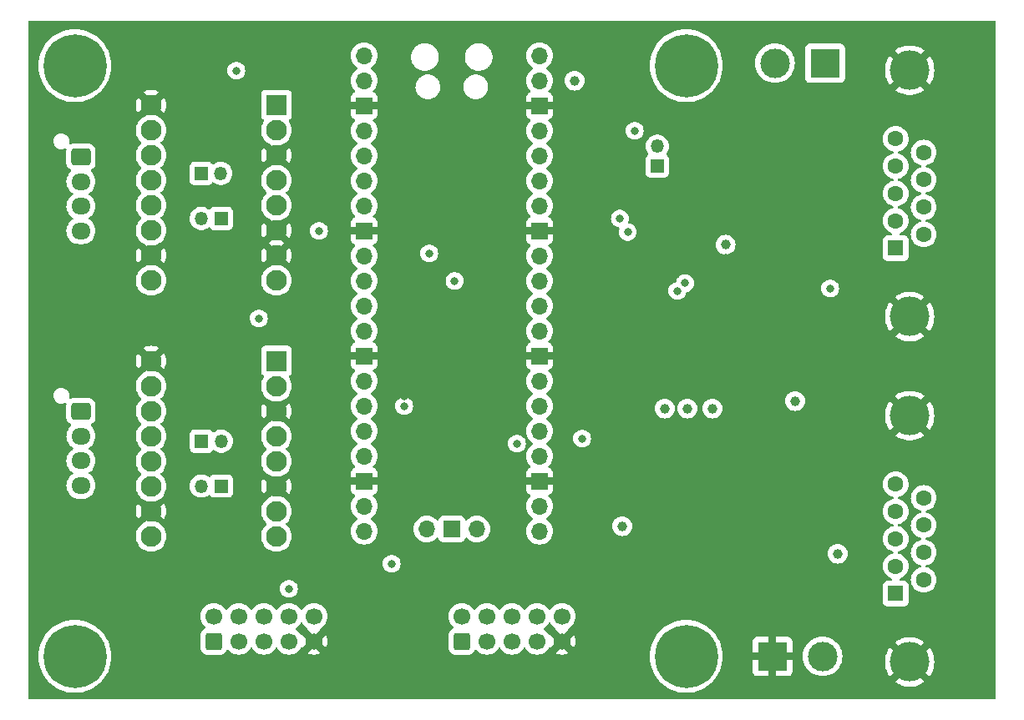
<source format=gbr>
%TF.GenerationSoftware,KiCad,Pcbnew,(7.0.0)*%
%TF.CreationDate,2023-03-02T20:10:48+13:00*%
%TF.ProjectId,pico_expansion_board,7069636f-5f65-4787-9061-6e73696f6e5f,rev?*%
%TF.SameCoordinates,Original*%
%TF.FileFunction,Copper,L2,Inr*%
%TF.FilePolarity,Positive*%
%FSLAX46Y46*%
G04 Gerber Fmt 4.6, Leading zero omitted, Abs format (unit mm)*
G04 Created by KiCad (PCBNEW (7.0.0)) date 2023-03-02 20:10:48*
%MOMM*%
%LPD*%
G01*
G04 APERTURE LIST*
G04 Aperture macros list*
%AMRoundRect*
0 Rectangle with rounded corners*
0 $1 Rounding radius*
0 $2 $3 $4 $5 $6 $7 $8 $9 X,Y pos of 4 corners*
0 Add a 4 corners polygon primitive as box body*
4,1,4,$2,$3,$4,$5,$6,$7,$8,$9,$2,$3,0*
0 Add four circle primitives for the rounded corners*
1,1,$1+$1,$2,$3*
1,1,$1+$1,$4,$5*
1,1,$1+$1,$6,$7*
1,1,$1+$1,$8,$9*
0 Add four rect primitives between the rounded corners*
20,1,$1+$1,$2,$3,$4,$5,0*
20,1,$1+$1,$4,$5,$6,$7,0*
20,1,$1+$1,$6,$7,$8,$9,0*
20,1,$1+$1,$8,$9,$2,$3,0*%
G04 Aperture macros list end*
%TA.AperFunction,ComponentPad*%
%ADD10R,1.350000X1.350000*%
%TD*%
%TA.AperFunction,ComponentPad*%
%ADD11O,1.350000X1.350000*%
%TD*%
%TA.AperFunction,ComponentPad*%
%ADD12R,3.000000X3.000000*%
%TD*%
%TA.AperFunction,ComponentPad*%
%ADD13C,3.000000*%
%TD*%
%TA.AperFunction,ComponentPad*%
%ADD14C,6.400000*%
%TD*%
%TA.AperFunction,ComponentPad*%
%ADD15RoundRect,0.250000X0.600000X-0.600000X0.600000X0.600000X-0.600000X0.600000X-0.600000X-0.600000X0*%
%TD*%
%TA.AperFunction,ComponentPad*%
%ADD16C,1.700000*%
%TD*%
%TA.AperFunction,ComponentPad*%
%ADD17O,1.700000X1.700000*%
%TD*%
%TA.AperFunction,ComponentPad*%
%ADD18R,1.700000X1.700000*%
%TD*%
%TA.AperFunction,ComponentPad*%
%ADD19RoundRect,0.250000X-0.725000X0.600000X-0.725000X-0.600000X0.725000X-0.600000X0.725000X0.600000X0*%
%TD*%
%TA.AperFunction,ComponentPad*%
%ADD20O,1.950000X1.700000*%
%TD*%
%TA.AperFunction,ComponentPad*%
%ADD21C,4.000000*%
%TD*%
%TA.AperFunction,ComponentPad*%
%ADD22R,1.600000X1.600000*%
%TD*%
%TA.AperFunction,ComponentPad*%
%ADD23C,1.600000*%
%TD*%
%TA.AperFunction,ComponentPad*%
%ADD24R,2.100000X2.100000*%
%TD*%
%TA.AperFunction,ComponentPad*%
%ADD25C,2.100000*%
%TD*%
%TA.AperFunction,ViaPad*%
%ADD26C,0.800000*%
%TD*%
%TA.AperFunction,ViaPad*%
%ADD27C,2.000000*%
%TD*%
%TA.AperFunction,ViaPad*%
%ADD28C,1.000000*%
%TD*%
G04 APERTURE END LIST*
D10*
%TO.N,Net-(JP9-A)*%
%TO.C,JP9*%
X114553999Y-73405999D03*
D11*
%TO.N,Net-(J10-Pin_1)*%
X114553999Y-71405999D03*
%TD*%
D10*
%TO.N,Net-(J3-PDN)*%
%TO.C,JP4*%
X70341999Y-105907999D03*
D11*
%TO.N,MOTOR_UART*%
X68341999Y-105907999D03*
%TD*%
D10*
%TO.N,MOTOR_UART*%
%TO.C,JP3*%
X68357999Y-101345999D03*
D11*
%TO.N,Net-(J3-UART)*%
X70357999Y-101345999D03*
%TD*%
D10*
%TO.N,Net-(J2-PDN)*%
%TO.C,JP2*%
X70341999Y-78739999D03*
D11*
%TO.N,MOTOR_UART*%
X68341999Y-78739999D03*
%TD*%
D10*
%TO.N,MOTOR_UART*%
%TO.C,JP1*%
X68315999Y-74167999D03*
D11*
%TO.N,Net-(J2-UART)*%
X70315999Y-74167999D03*
%TD*%
D12*
%TO.N,GND*%
%TO.C,J1*%
X126237999Y-123189999D03*
D13*
%TO.N,VCC*%
X131318000Y-123190000D03*
%TD*%
D14*
%TO.N,N/C*%
%TO.C,H2*%
X55512000Y-123190000D03*
%TD*%
%TO.N,N/C*%
%TO.C,H4*%
X117488000Y-63246000D03*
%TD*%
D15*
%TO.N,unconnected-(J8-Pin_1-Pad1)*%
%TO.C,J8*%
X94742000Y-121666000D03*
D16*
%TO.N,BTN_ENC*%
X94742000Y-119126000D03*
%TO.N,LCD_CS*%
X97282000Y-121666000D03*
%TO.N,LCD_A0*%
X97282000Y-119126000D03*
%TO.N,LCD_RST*%
X99822000Y-121666000D03*
%TO.N,NEOPIXEL*%
X99822000Y-119126000D03*
%TO.N,unconnected-(J8-Pin_7-Pad7)*%
X102362000Y-121666000D03*
%TO.N,unconnected-(J8-Pin_8-Pad8)*%
X102362000Y-119126000D03*
%TO.N,GND*%
X104902000Y-121666000D03*
%TO.N,+5V*%
X104902000Y-119126000D03*
%TD*%
D12*
%TO.N,Net-(J10-Pin_1)*%
%TO.C,J10*%
X131571999Y-62991999D03*
D13*
%TO.N,Net-(J10-Pin_2)*%
X126492000Y-62992000D03*
%TD*%
D17*
%TO.N,SCALE_UART_RX*%
%TO.C,U3*%
X84835999Y-62229999D03*
%TO.N,SCALE_UART_TX*%
X84835999Y-64769999D03*
D18*
%TO.N,GND*%
X84835999Y-67309999D03*
D17*
%TO.N,M1_DIR*%
X84835999Y-69849999D03*
%TO.N,M1_STEP*%
X84835999Y-72389999D03*
%TO.N,UART1_TX*%
X84835999Y-74929999D03*
%TO.N,MOTOR_UART*%
X84835999Y-77469999D03*
D18*
%TO.N,GND*%
X84835999Y-80009999D03*
D17*
%TO.N,M1_EN*%
X84835999Y-82549999D03*
%TO.N,M2_DIR*%
X84835999Y-85089999D03*
%TO.N,M2_STEP*%
X84835999Y-87629999D03*
%TO.N,M2_EN*%
X84835999Y-90169999D03*
D18*
%TO.N,GND*%
X84835999Y-92709999D03*
D17*
%TO.N,EEPROM_SDA*%
X84835999Y-95249999D03*
%TO.N,EEPROM_SCL*%
X84835999Y-97789999D03*
%TO.N,BTN_RST*%
X84835999Y-100329999D03*
%TO.N,Net-(U3-GPIO13)*%
X84835999Y-102869999D03*
D18*
%TO.N,GND*%
X84835999Y-105409999D03*
D17*
%TO.N,BTN_EN2*%
X84835999Y-107949999D03*
%TO.N,BTN_EN1*%
X84835999Y-110489999D03*
%TO.N,SPI0_MISO*%
X102615999Y-110489999D03*
%TO.N,LCD_CS*%
X102615999Y-107949999D03*
D18*
%TO.N,GND*%
X102615999Y-105409999D03*
D17*
%TO.N,LED_SCK*%
X102615999Y-102869999D03*
%TO.N,LCD_MOSI*%
X102615999Y-100329999D03*
%TO.N,LCD_A0*%
X102615999Y-97789999D03*
%TO.N,LCD_RST*%
X102615999Y-95249999D03*
D18*
%TO.N,GND*%
X102615999Y-92709999D03*
D17*
%TO.N,BTN_ENC*%
X102615999Y-90169999D03*
%TO.N,PICO_RESET_BTN*%
X102615999Y-87629999D03*
%TO.N,NEOPIXEL*%
X102615999Y-85089999D03*
%TO.N,CAN_TX*%
X102615999Y-82549999D03*
D18*
%TO.N,GND*%
X102615999Y-80009999D03*
D17*
%TO.N,CAN_RX*%
X102615999Y-77469999D03*
%TO.N,unconnected-(U3-ADC_VREF-Pad35)*%
X102615999Y-74929999D03*
%TO.N,+3.3V*%
X102615999Y-72389999D03*
%TO.N,unconnected-(U3-3V3_EN-Pad37)*%
X102615999Y-69849999D03*
D18*
%TO.N,GND*%
X102615999Y-67309999D03*
D17*
%TO.N,+5V*%
X102615999Y-64769999D03*
%TO.N,unconnected-(U3-VBUS-Pad40)*%
X102615999Y-62229999D03*
%TO.N,unconnected-(U3-SWCLK-Pad41)*%
X91185999Y-110259999D03*
D18*
%TO.N,unconnected-(U3-GND-Pad42)*%
X93725999Y-110259999D03*
D17*
%TO.N,unconnected-(U3-SWDIO-Pad43)*%
X96265999Y-110259999D03*
%TD*%
D19*
%TO.N,Net-(J2-B2)*%
%TO.C,J4*%
X56134000Y-72510000D03*
D20*
%TO.N,Net-(J2-B1)*%
X56133999Y-75009999D03*
%TO.N,Net-(J2-A1)*%
X56133999Y-77509999D03*
%TO.N,Net-(J2-A2)*%
X56133999Y-80009999D03*
%TD*%
D19*
%TO.N,Net-(J3-B2)*%
%TO.C,J5*%
X56134000Y-98338000D03*
D20*
%TO.N,Net-(J3-B1)*%
X56133999Y-100837999D03*
%TO.N,Net-(J3-A1)*%
X56133999Y-103337999D03*
%TO.N,Net-(J3-A2)*%
X56133999Y-105837999D03*
%TD*%
D14*
%TO.N,N/C*%
%TO.C,H1*%
X55512000Y-63246000D03*
%TD*%
D21*
%TO.N,GND*%
%TO.C,J7*%
X140139669Y-88710000D03*
X140139669Y-63710000D03*
D22*
%TO.N,unconnected-(J7-Pad1)*%
X138719668Y-81749999D03*
D23*
%TO.N,SCALE_TXD*%
X138719669Y-78980000D03*
%TO.N,SCALE_RXD*%
X138719669Y-76210000D03*
%TO.N,unconnected-(J7-Pad4)*%
X138719669Y-73440000D03*
%TO.N,unconnected-(J7-Pad5)*%
X138719669Y-70670000D03*
%TO.N,unconnected-(J7-Pad6)*%
X141559669Y-80365000D03*
%TO.N,unconnected-(J7-Pad7)*%
X141559669Y-77595000D03*
%TO.N,unconnected-(J7-Pad8)*%
X141559669Y-74825000D03*
%TO.N,unconnected-(J7-Pad9)*%
X141559669Y-72055000D03*
%TD*%
D24*
%TO.N,M2_DIR*%
%TO.C,J3*%
X75945999Y-93217999D03*
D25*
%TO.N,M2_STEP*%
X75946000Y-95758000D03*
%TO.N,GND*%
X75946000Y-98298000D03*
%TO.N,Net-(J3-UART)*%
X75946000Y-100838000D03*
%TO.N,Net-(J3-PDN)*%
X75946000Y-103378000D03*
%TO.N,GND*%
X75946000Y-105918000D03*
%TO.N,+5V*%
X75946000Y-108458000D03*
%TO.N,M2_EN*%
X75946000Y-110998000D03*
%TO.N,VCC*%
X63246000Y-110998000D03*
%TO.N,GND*%
X63246000Y-108458000D03*
%TO.N,Net-(J3-A2)*%
X63246000Y-105918000D03*
%TO.N,Net-(J3-A1)*%
X63246000Y-103378000D03*
%TO.N,Net-(J3-B1)*%
X63246000Y-100838000D03*
%TO.N,Net-(J3-B2)*%
X63246000Y-98298000D03*
%TO.N,+5V*%
X63246000Y-95758000D03*
%TO.N,GND*%
X63246000Y-93218000D03*
%TD*%
D21*
%TO.N,GND*%
%TO.C,J6*%
X140139669Y-123762000D03*
X140139669Y-98762000D03*
D22*
%TO.N,unconnected-(J6-Pad1)*%
X138719668Y-116801999D03*
D23*
%TO.N,SCALE_RXD*%
X138719669Y-114032000D03*
%TO.N,SCALE_TXD*%
X138719669Y-111262000D03*
%TO.N,unconnected-(J6-Pad4)*%
X138719669Y-108492000D03*
%TO.N,unconnected-(J6-Pad5)*%
X138719669Y-105722000D03*
%TO.N,unconnected-(J6-Pad6)*%
X141559669Y-115417000D03*
%TO.N,unconnected-(J6-Pad7)*%
X141559669Y-112647000D03*
%TO.N,unconnected-(J6-Pad8)*%
X141559669Y-109877000D03*
%TO.N,unconnected-(J6-Pad9)*%
X141559669Y-107107000D03*
%TD*%
D24*
%TO.N,M1_DIR*%
%TO.C,J2*%
X75945999Y-67241999D03*
D25*
%TO.N,M1_STEP*%
X75946000Y-69782000D03*
%TO.N,GND*%
X75946000Y-72322000D03*
%TO.N,Net-(J2-UART)*%
X75946000Y-74862000D03*
%TO.N,Net-(J2-PDN)*%
X75946000Y-77402000D03*
%TO.N,GND*%
X75946000Y-79942000D03*
X75946000Y-82482000D03*
%TO.N,M1_EN*%
X75946000Y-85022000D03*
%TO.N,VCC*%
X63246000Y-85022000D03*
%TO.N,GND*%
X63246000Y-82482000D03*
%TO.N,Net-(J2-A2)*%
X63246000Y-79942000D03*
%TO.N,Net-(J2-A1)*%
X63246000Y-77402000D03*
%TO.N,Net-(J2-B1)*%
X63246000Y-74862000D03*
%TO.N,Net-(J2-B2)*%
X63246000Y-72322000D03*
%TO.N,+5V*%
X63246000Y-69782000D03*
%TO.N,GND*%
X63246000Y-67242000D03*
%TD*%
D14*
%TO.N,N/C*%
%TO.C,H3*%
X117488000Y-123190000D03*
%TD*%
D15*
%TO.N,unconnected-(J9-Pin_1-Pad1)*%
%TO.C,J9*%
X69596000Y-121666000D03*
D16*
%TO.N,LED_SCK*%
X69596000Y-119126000D03*
%TO.N,BTN_EN1*%
X72136000Y-121666000D03*
%TO.N,unconnected-(J9-Pin_4-Pad4)*%
X72136000Y-119126000D03*
%TO.N,BTN_EN2*%
X74676000Y-121666000D03*
%TO.N,LCD_MOSI*%
X74676000Y-119126000D03*
%TO.N,unconnected-(J9-Pin_7-Pad7)*%
X77216000Y-121666000D03*
%TO.N,BTN_RST*%
X77216000Y-119126000D03*
%TO.N,GND*%
X79756000Y-121666000D03*
%TO.N,+5V*%
X79756000Y-119126000D03*
%TD*%
D26*
%TO.N,GND*%
X111571000Y-92583000D03*
D27*
X115062000Y-103632000D03*
D26*
X98044000Y-95504000D03*
D28*
X119380000Y-116332000D03*
D26*
X92106000Y-85090000D03*
X97790000Y-81280000D03*
D28*
X127254000Y-116332000D03*
D26*
X88900000Y-96774000D03*
D28*
X121543000Y-82865000D03*
X114046000Y-109728000D03*
X123154000Y-74640000D03*
X121666000Y-95758000D03*
D26*
%TO.N,+5V*%
X94006000Y-85090000D03*
D28*
X115316000Y-98044000D03*
X117602000Y-98044000D03*
X120142000Y-98044000D03*
D26*
X88900000Y-97790000D03*
X111571000Y-80137000D03*
D28*
X128524000Y-97282000D03*
X121477000Y-81407000D03*
X110998000Y-109982000D03*
X106172000Y-64770000D03*
%TO.N,VCC*%
X132842000Y-112776000D03*
D26*
%TO.N,BTN_ENC*%
X100330000Y-101600000D03*
%TO.N,NEOPIXEL*%
X106934000Y-101092000D03*
%TO.N,BTN_EN2*%
X87630000Y-113792000D03*
%TO.N,BTN_RST*%
X77216000Y-116332000D03*
%TO.N,MOTOR_UART*%
X74168000Y-88900000D03*
X80264000Y-80010000D03*
%TO.N,SCALE_RXD*%
X132080000Y-85852000D03*
%TO.N,SCALE_UART_TX*%
X116586000Y-86106000D03*
%TO.N,SCALE_UART_RX*%
X117370619Y-85321381D03*
X71882000Y-63754000D03*
%TO.N,PICO_RESET_BTN*%
X110761750Y-78757750D03*
%TO.N,Net-(J10-Pin_2)*%
X112268000Y-69850000D03*
%TO.N,CAN_TX*%
X91440000Y-82296000D03*
%TD*%
%TA.AperFunction,Conductor*%
%TO.N,GND*%
G36*
X148782000Y-58690613D02*
G01*
X148827387Y-58736000D01*
X148844000Y-58798000D01*
X148844000Y-127384000D01*
X148827387Y-127446000D01*
X148782000Y-127491387D01*
X148720000Y-127508000D01*
X50924000Y-127508000D01*
X50862000Y-127491387D01*
X50816613Y-127446000D01*
X50800000Y-127384000D01*
X50800000Y-123190000D01*
X51806422Y-123190000D01*
X51826722Y-123577338D01*
X51827227Y-123580531D01*
X51827229Y-123580543D01*
X51886889Y-123957224D01*
X51886891Y-123957237D01*
X51887398Y-123960433D01*
X51888235Y-123963557D01*
X51888237Y-123963566D01*
X51971502Y-124274315D01*
X51987786Y-124335087D01*
X51988943Y-124338102D01*
X51988946Y-124338110D01*
X52120349Y-124680426D01*
X52126786Y-124697194D01*
X52128255Y-124700077D01*
X52128259Y-124700086D01*
X52301400Y-125039895D01*
X52302875Y-125042789D01*
X52514124Y-125368084D01*
X52758219Y-125669516D01*
X53032484Y-125943781D01*
X53333916Y-126187876D01*
X53659211Y-126399125D01*
X54004806Y-126575214D01*
X54366913Y-126714214D01*
X54741567Y-126814602D01*
X55124662Y-126875278D01*
X55512000Y-126895578D01*
X55899338Y-126875278D01*
X56282433Y-126814602D01*
X56657087Y-126714214D01*
X57019194Y-126575214D01*
X57364789Y-126399125D01*
X57690084Y-126187876D01*
X57991516Y-125943781D01*
X58265781Y-125669516D01*
X58509876Y-125368084D01*
X58721125Y-125042789D01*
X58897214Y-124697194D01*
X59036214Y-124335087D01*
X59136602Y-123960433D01*
X59197278Y-123577338D01*
X59217578Y-123190000D01*
X113782422Y-123190000D01*
X113802722Y-123577338D01*
X113803227Y-123580531D01*
X113803229Y-123580543D01*
X113862889Y-123957224D01*
X113862891Y-123957237D01*
X113863398Y-123960433D01*
X113864235Y-123963557D01*
X113864237Y-123963566D01*
X113947502Y-124274315D01*
X113963786Y-124335087D01*
X113964943Y-124338102D01*
X113964946Y-124338110D01*
X114096349Y-124680426D01*
X114102786Y-124697194D01*
X114104255Y-124700077D01*
X114104259Y-124700086D01*
X114277400Y-125039895D01*
X114278875Y-125042789D01*
X114490124Y-125368084D01*
X114734219Y-125669516D01*
X115008484Y-125943781D01*
X115309916Y-126187876D01*
X115635211Y-126399125D01*
X115980806Y-126575214D01*
X116342913Y-126714214D01*
X116717567Y-126814602D01*
X117100662Y-126875278D01*
X117488000Y-126895578D01*
X117875338Y-126875278D01*
X118258433Y-126814602D01*
X118633087Y-126714214D01*
X118995194Y-126575214D01*
X119340789Y-126399125D01*
X119666084Y-126187876D01*
X119967516Y-125943781D01*
X120136612Y-125774685D01*
X138660631Y-125774685D01*
X138667906Y-125782872D01*
X138794289Y-125874694D01*
X138800879Y-125878876D01*
X139069701Y-126026662D01*
X139076740Y-126029975D01*
X139361976Y-126142907D01*
X139369371Y-126145310D01*
X139666506Y-126221602D01*
X139674164Y-126223063D01*
X139978515Y-126261511D01*
X139986277Y-126262000D01*
X140293061Y-126262000D01*
X140300822Y-126261511D01*
X140605173Y-126223063D01*
X140612831Y-126221602D01*
X140909966Y-126145310D01*
X140917361Y-126142907D01*
X141202597Y-126029975D01*
X141209636Y-126026662D01*
X141478467Y-125878872D01*
X141485037Y-125874702D01*
X141611434Y-125782869D01*
X141618705Y-125774686D01*
X141612801Y-125765462D01*
X140151211Y-124303872D01*
X140139668Y-124297208D01*
X140128126Y-124303872D01*
X138666535Y-125765462D01*
X138660631Y-125774685D01*
X120136612Y-125774685D01*
X120241781Y-125669516D01*
X120485876Y-125368084D01*
X120697125Y-125042789D01*
X120854197Y-124734518D01*
X124238000Y-124734518D01*
X124238353Y-124741114D01*
X124243573Y-124789667D01*
X124247111Y-124804641D01*
X124291547Y-124923777D01*
X124299962Y-124939189D01*
X124375498Y-125040092D01*
X124387907Y-125052501D01*
X124488810Y-125128037D01*
X124504222Y-125136452D01*
X124623358Y-125180888D01*
X124638332Y-125184426D01*
X124686885Y-125189646D01*
X124693482Y-125190000D01*
X125846674Y-125190000D01*
X125859549Y-125186549D01*
X125863000Y-125173674D01*
X126613000Y-125173674D01*
X126616450Y-125186549D01*
X126629326Y-125190000D01*
X127782518Y-125190000D01*
X127789114Y-125189646D01*
X127837667Y-125184426D01*
X127852641Y-125180888D01*
X127971777Y-125136452D01*
X127987189Y-125128037D01*
X128088092Y-125052501D01*
X128100501Y-125040092D01*
X128176037Y-124939189D01*
X128184452Y-124923777D01*
X128228888Y-124804641D01*
X128232426Y-124789667D01*
X128237646Y-124741114D01*
X128238000Y-124734518D01*
X128238000Y-123581326D01*
X128234549Y-123568450D01*
X128221674Y-123565000D01*
X126629326Y-123565000D01*
X126616450Y-123568450D01*
X126613000Y-123581326D01*
X126613000Y-125173674D01*
X125863000Y-125173674D01*
X125863000Y-123581326D01*
X125859549Y-123568450D01*
X125846674Y-123565000D01*
X124254326Y-123565000D01*
X124241450Y-123568450D01*
X124238000Y-123581326D01*
X124238000Y-124734518D01*
X120854197Y-124734518D01*
X120873214Y-124697194D01*
X121012214Y-124335087D01*
X121112602Y-123960433D01*
X121173278Y-123577338D01*
X121193578Y-123190000D01*
X129312390Y-123190000D01*
X129312706Y-123194418D01*
X129332487Y-123471005D01*
X129332488Y-123471014D01*
X129332804Y-123475428D01*
X129333744Y-123479753D01*
X129333746Y-123479761D01*
X129387111Y-123725075D01*
X129393631Y-123755046D01*
X129395175Y-123759185D01*
X129395176Y-123759189D01*
X129470236Y-123960433D01*
X129493633Y-124023161D01*
X129495753Y-124027043D01*
X129495756Y-124027050D01*
X129628647Y-124270420D01*
X129630774Y-124274315D01*
X129802261Y-124503395D01*
X130004605Y-124705739D01*
X130233685Y-124877226D01*
X130484839Y-125014367D01*
X130752954Y-125114369D01*
X131032572Y-125175196D01*
X131318000Y-125195610D01*
X131603428Y-125175196D01*
X131883046Y-125114369D01*
X132151161Y-125014367D01*
X132402315Y-124877226D01*
X132631395Y-124705739D01*
X132833739Y-124503395D01*
X133005226Y-124274315D01*
X133142367Y-124023161D01*
X133238323Y-123765894D01*
X137634971Y-123765894D01*
X137654233Y-124072059D01*
X137655207Y-124079779D01*
X137712692Y-124381124D01*
X137714628Y-124388663D01*
X137809428Y-124680426D01*
X137812291Y-124687657D01*
X137942912Y-124965240D01*
X137946656Y-124972051D01*
X138111035Y-125231072D01*
X138113549Y-125234531D01*
X138124184Y-125241840D01*
X138136168Y-125235169D01*
X139597796Y-123773542D01*
X139604460Y-123762000D01*
X140674877Y-123762000D01*
X140681541Y-123773542D01*
X142143169Y-125235170D01*
X142155152Y-125241840D01*
X142165789Y-125234530D01*
X142168301Y-125231073D01*
X142332681Y-124972051D01*
X142336425Y-124965240D01*
X142467046Y-124687657D01*
X142469909Y-124680426D01*
X142564709Y-124388663D01*
X142566645Y-124381124D01*
X142624130Y-124079779D01*
X142625104Y-124072059D01*
X142644367Y-123765894D01*
X142644367Y-123758106D01*
X142625104Y-123451940D01*
X142624130Y-123444220D01*
X142566645Y-123142875D01*
X142564709Y-123135336D01*
X142469909Y-122843573D01*
X142467046Y-122836342D01*
X142336425Y-122558759D01*
X142332681Y-122551948D01*
X142168300Y-122292925D01*
X142165789Y-122289468D01*
X142155151Y-122282158D01*
X142143170Y-122288827D01*
X140681541Y-123750457D01*
X140674877Y-123762000D01*
X139604460Y-123762000D01*
X139597796Y-123750457D01*
X138136168Y-122288829D01*
X138124184Y-122282159D01*
X138113547Y-122289469D01*
X138111041Y-122292918D01*
X137946656Y-122551948D01*
X137942912Y-122558759D01*
X137812291Y-122836342D01*
X137809428Y-122843573D01*
X137714628Y-123135336D01*
X137712692Y-123142875D01*
X137655207Y-123444220D01*
X137654233Y-123451940D01*
X137634971Y-123758106D01*
X137634971Y-123765894D01*
X133238323Y-123765894D01*
X133242369Y-123755046D01*
X133303196Y-123475428D01*
X133323610Y-123190000D01*
X133303196Y-122904572D01*
X133242369Y-122624954D01*
X133142367Y-122356839D01*
X133139638Y-122351842D01*
X133101588Y-122282158D01*
X133005226Y-122105685D01*
X132833739Y-121876605D01*
X132706447Y-121749313D01*
X138660631Y-121749313D01*
X138666537Y-121758538D01*
X140128126Y-123220127D01*
X140139669Y-123226791D01*
X140151211Y-123220127D01*
X141612799Y-121758538D01*
X141618705Y-121749313D01*
X141611431Y-121741127D01*
X141485048Y-121649305D01*
X141478458Y-121645123D01*
X141209636Y-121497337D01*
X141202597Y-121494024D01*
X140917361Y-121381092D01*
X140909966Y-121378689D01*
X140612831Y-121302397D01*
X140605173Y-121300936D01*
X140300822Y-121262488D01*
X140293061Y-121262000D01*
X139986277Y-121262000D01*
X139978515Y-121262488D01*
X139674164Y-121300936D01*
X139666506Y-121302397D01*
X139369371Y-121378689D01*
X139361976Y-121381092D01*
X139076740Y-121494024D01*
X139069701Y-121497337D01*
X138800879Y-121645123D01*
X138794289Y-121649305D01*
X138667905Y-121741128D01*
X138660631Y-121749313D01*
X132706447Y-121749313D01*
X132631395Y-121674261D01*
X132402315Y-121502774D01*
X132288837Y-121440810D01*
X132155050Y-121367756D01*
X132155043Y-121367753D01*
X132151161Y-121365633D01*
X132147017Y-121364087D01*
X132147012Y-121364085D01*
X131887189Y-121267176D01*
X131887185Y-121267175D01*
X131883046Y-121265631D01*
X131853075Y-121259111D01*
X131607761Y-121205746D01*
X131607753Y-121205744D01*
X131603428Y-121204804D01*
X131599014Y-121204488D01*
X131599005Y-121204487D01*
X131322418Y-121184706D01*
X131318000Y-121184390D01*
X131313582Y-121184706D01*
X131036994Y-121204487D01*
X131036983Y-121204488D01*
X131032572Y-121204804D01*
X131028248Y-121205744D01*
X131028238Y-121205746D01*
X130757279Y-121264690D01*
X130757276Y-121264690D01*
X130752954Y-121265631D01*
X130748818Y-121267173D01*
X130748810Y-121267176D01*
X130488987Y-121364085D01*
X130488976Y-121364089D01*
X130484839Y-121365633D01*
X130480961Y-121367750D01*
X130480949Y-121367756D01*
X130237579Y-121500647D01*
X130237571Y-121500651D01*
X130233685Y-121502774D01*
X130230135Y-121505431D01*
X130230131Y-121505434D01*
X130008156Y-121671602D01*
X130008149Y-121671607D01*
X130004605Y-121674261D01*
X130001474Y-121677391D01*
X130001467Y-121677398D01*
X129805398Y-121873467D01*
X129805391Y-121873474D01*
X129802261Y-121876605D01*
X129799607Y-121880149D01*
X129799602Y-121880156D01*
X129633434Y-122102131D01*
X129630774Y-122105685D01*
X129628651Y-122109571D01*
X129628647Y-122109579D01*
X129495756Y-122352949D01*
X129495750Y-122352961D01*
X129493633Y-122356839D01*
X129492089Y-122360976D01*
X129492085Y-122360987D01*
X129395176Y-122620810D01*
X129395173Y-122620818D01*
X129393631Y-122624954D01*
X129392690Y-122629276D01*
X129392690Y-122629279D01*
X129333746Y-122900238D01*
X129333744Y-122900248D01*
X129332804Y-122904572D01*
X129332488Y-122908983D01*
X129332487Y-122908994D01*
X129315760Y-123142875D01*
X129312390Y-123190000D01*
X121193578Y-123190000D01*
X121173278Y-122802662D01*
X121172646Y-122798674D01*
X124238000Y-122798674D01*
X124241450Y-122811549D01*
X124254326Y-122815000D01*
X125846674Y-122815000D01*
X125859549Y-122811549D01*
X125863000Y-122798674D01*
X126613000Y-122798674D01*
X126616450Y-122811549D01*
X126629326Y-122815000D01*
X128221674Y-122815000D01*
X128234549Y-122811549D01*
X128238000Y-122798674D01*
X128238000Y-121645482D01*
X128237646Y-121638885D01*
X128232426Y-121590332D01*
X128228888Y-121575358D01*
X128184452Y-121456222D01*
X128176037Y-121440810D01*
X128100501Y-121339907D01*
X128088092Y-121327498D01*
X127987189Y-121251962D01*
X127971777Y-121243547D01*
X127852641Y-121199111D01*
X127837667Y-121195573D01*
X127789114Y-121190353D01*
X127782518Y-121190000D01*
X126629326Y-121190000D01*
X126616450Y-121193450D01*
X126613000Y-121206326D01*
X126613000Y-122798674D01*
X125863000Y-122798674D01*
X125863000Y-121206326D01*
X125859549Y-121193450D01*
X125846674Y-121190000D01*
X124693482Y-121190000D01*
X124686885Y-121190353D01*
X124638332Y-121195573D01*
X124623358Y-121199111D01*
X124504222Y-121243547D01*
X124488810Y-121251962D01*
X124387907Y-121327498D01*
X124375498Y-121339907D01*
X124299962Y-121440810D01*
X124291547Y-121456222D01*
X124247111Y-121575358D01*
X124243573Y-121590332D01*
X124238353Y-121638885D01*
X124238000Y-121645482D01*
X124238000Y-122798674D01*
X121172646Y-122798674D01*
X121112602Y-122419567D01*
X121012214Y-122044913D01*
X120873214Y-121682806D01*
X120870458Y-121677398D01*
X120698599Y-121340104D01*
X120697125Y-121337211D01*
X120485876Y-121011916D01*
X120241781Y-120710484D01*
X119967516Y-120436219D01*
X119904237Y-120384977D01*
X119818442Y-120315501D01*
X119666084Y-120192124D01*
X119340789Y-119980875D01*
X119337901Y-119979403D01*
X119337895Y-119979400D01*
X118998086Y-119806259D01*
X118998077Y-119806255D01*
X118995194Y-119804786D01*
X118979931Y-119798927D01*
X118636110Y-119666946D01*
X118636102Y-119666943D01*
X118633087Y-119665786D01*
X118629962Y-119664948D01*
X118629957Y-119664947D01*
X118261566Y-119566237D01*
X118261557Y-119566235D01*
X118258433Y-119565398D01*
X118255237Y-119564891D01*
X118255224Y-119564889D01*
X117878543Y-119505229D01*
X117878531Y-119505227D01*
X117875338Y-119504722D01*
X117872103Y-119504552D01*
X117872099Y-119504552D01*
X117491244Y-119484592D01*
X117488000Y-119484422D01*
X117484756Y-119484592D01*
X117103900Y-119504552D01*
X117103894Y-119504552D01*
X117100662Y-119504722D01*
X117097470Y-119505227D01*
X117097456Y-119505229D01*
X116720775Y-119564889D01*
X116720758Y-119564892D01*
X116717567Y-119565398D01*
X116714446Y-119566234D01*
X116714433Y-119566237D01*
X116346042Y-119664947D01*
X116346031Y-119664950D01*
X116342913Y-119665786D01*
X116339902Y-119666941D01*
X116339889Y-119666946D01*
X115983837Y-119803622D01*
X115983828Y-119803625D01*
X115980806Y-119804786D01*
X115977929Y-119806251D01*
X115977913Y-119806259D01*
X115638104Y-119979400D01*
X115638090Y-119979408D01*
X115635211Y-119980875D01*
X115632491Y-119982641D01*
X115632483Y-119982646D01*
X115312644Y-120190352D01*
X115312638Y-120190355D01*
X115309916Y-120192124D01*
X115307396Y-120194164D01*
X115307390Y-120194169D01*
X115011002Y-120434179D01*
X115010991Y-120434188D01*
X115008484Y-120436219D01*
X115006199Y-120438503D01*
X115006189Y-120438513D01*
X114736513Y-120708189D01*
X114736503Y-120708199D01*
X114734219Y-120710484D01*
X114732188Y-120712991D01*
X114732179Y-120713002D01*
X114492169Y-121009390D01*
X114492164Y-121009396D01*
X114490124Y-121011916D01*
X114488355Y-121014638D01*
X114488352Y-121014644D01*
X114280646Y-121334483D01*
X114280641Y-121334491D01*
X114278875Y-121337211D01*
X114277408Y-121340090D01*
X114277400Y-121340104D01*
X114104259Y-121679913D01*
X114104251Y-121679929D01*
X114102786Y-121682806D01*
X114101625Y-121685828D01*
X114101622Y-121685837D01*
X113964946Y-122041889D01*
X113964941Y-122041902D01*
X113963786Y-122044913D01*
X113962950Y-122048031D01*
X113962947Y-122048042D01*
X113864237Y-122416433D01*
X113864234Y-122416446D01*
X113863398Y-122419567D01*
X113862892Y-122422758D01*
X113862889Y-122422775D01*
X113803229Y-122799456D01*
X113803227Y-122799470D01*
X113802722Y-122802662D01*
X113802552Y-122805894D01*
X113802552Y-122805900D01*
X113785287Y-123135336D01*
X113782422Y-123190000D01*
X59217578Y-123190000D01*
X59197278Y-122802662D01*
X59136602Y-122419567D01*
X59036214Y-122044913D01*
X58897214Y-121682806D01*
X58894458Y-121677398D01*
X58722599Y-121340104D01*
X58721125Y-121337211D01*
X58509876Y-121011916D01*
X58265781Y-120710484D01*
X57991516Y-120436219D01*
X57928237Y-120384977D01*
X57842442Y-120315501D01*
X57690084Y-120192124D01*
X57364789Y-119980875D01*
X57361901Y-119979403D01*
X57361895Y-119979400D01*
X57022086Y-119806259D01*
X57022077Y-119806255D01*
X57019194Y-119804786D01*
X57003931Y-119798927D01*
X56660110Y-119666946D01*
X56660102Y-119666943D01*
X56657087Y-119665786D01*
X56653962Y-119664948D01*
X56653957Y-119664947D01*
X56285566Y-119566237D01*
X56285557Y-119566235D01*
X56282433Y-119565398D01*
X56279237Y-119564891D01*
X56279224Y-119564889D01*
X55902543Y-119505229D01*
X55902531Y-119505227D01*
X55899338Y-119504722D01*
X55896103Y-119504552D01*
X55896099Y-119504552D01*
X55515244Y-119484592D01*
X55512000Y-119484422D01*
X55508756Y-119484592D01*
X55127900Y-119504552D01*
X55127894Y-119504552D01*
X55124662Y-119504722D01*
X55121470Y-119505227D01*
X55121456Y-119505229D01*
X54744775Y-119564889D01*
X54744758Y-119564892D01*
X54741567Y-119565398D01*
X54738446Y-119566234D01*
X54738433Y-119566237D01*
X54370042Y-119664947D01*
X54370031Y-119664950D01*
X54366913Y-119665786D01*
X54363902Y-119666941D01*
X54363889Y-119666946D01*
X54007837Y-119803622D01*
X54007828Y-119803625D01*
X54004806Y-119804786D01*
X54001929Y-119806251D01*
X54001913Y-119806259D01*
X53662104Y-119979400D01*
X53662090Y-119979408D01*
X53659211Y-119980875D01*
X53656491Y-119982641D01*
X53656483Y-119982646D01*
X53336644Y-120190352D01*
X53336638Y-120190355D01*
X53333916Y-120192124D01*
X53331396Y-120194164D01*
X53331390Y-120194169D01*
X53035002Y-120434179D01*
X53034991Y-120434188D01*
X53032484Y-120436219D01*
X53030199Y-120438503D01*
X53030189Y-120438513D01*
X52760513Y-120708189D01*
X52760503Y-120708199D01*
X52758219Y-120710484D01*
X52756188Y-120712991D01*
X52756179Y-120713002D01*
X52516169Y-121009390D01*
X52516164Y-121009396D01*
X52514124Y-121011916D01*
X52512355Y-121014638D01*
X52512352Y-121014644D01*
X52304646Y-121334483D01*
X52304641Y-121334491D01*
X52302875Y-121337211D01*
X52301408Y-121340090D01*
X52301400Y-121340104D01*
X52128259Y-121679913D01*
X52128251Y-121679929D01*
X52126786Y-121682806D01*
X52125625Y-121685828D01*
X52125622Y-121685837D01*
X51988946Y-122041889D01*
X51988941Y-122041902D01*
X51987786Y-122044913D01*
X51986950Y-122048031D01*
X51986947Y-122048042D01*
X51888237Y-122416433D01*
X51888234Y-122416446D01*
X51887398Y-122419567D01*
X51886892Y-122422758D01*
X51886889Y-122422775D01*
X51827229Y-122799456D01*
X51827227Y-122799470D01*
X51826722Y-122802662D01*
X51826552Y-122805894D01*
X51826552Y-122805900D01*
X51809287Y-123135336D01*
X51806422Y-123190000D01*
X50800000Y-123190000D01*
X50800000Y-119126000D01*
X68240341Y-119126000D01*
X68260937Y-119361408D01*
X68262336Y-119366630D01*
X68262337Y-119366634D01*
X68320694Y-119584430D01*
X68320697Y-119584438D01*
X68322097Y-119589663D01*
X68324385Y-119594570D01*
X68324386Y-119594572D01*
X68419678Y-119798927D01*
X68419681Y-119798933D01*
X68421965Y-119803830D01*
X68425064Y-119808257D01*
X68425066Y-119808259D01*
X68554399Y-119992966D01*
X68554402Y-119992970D01*
X68557505Y-119997401D01*
X68724599Y-120164495D01*
X68726971Y-120166156D01*
X68763612Y-120218894D01*
X68768576Y-120283759D01*
X68740018Y-120342209D01*
X68689877Y-120375454D01*
X68690067Y-120375862D01*
X68687356Y-120377125D01*
X68685800Y-120378158D01*
X68683528Y-120378910D01*
X68683512Y-120378917D01*
X68676666Y-120381186D01*
X68670522Y-120384975D01*
X68670519Y-120384977D01*
X68533488Y-120469497D01*
X68533480Y-120469503D01*
X68527344Y-120473288D01*
X68522242Y-120478389D01*
X68522238Y-120478393D01*
X68408393Y-120592238D01*
X68408389Y-120592242D01*
X68403288Y-120597344D01*
X68399503Y-120603480D01*
X68399497Y-120603488D01*
X68314977Y-120740519D01*
X68311186Y-120746666D01*
X68308915Y-120753517D01*
X68308914Y-120753521D01*
X68280730Y-120838575D01*
X68256001Y-120913203D01*
X68255313Y-120919933D01*
X68255312Y-120919940D01*
X68245819Y-121012859D01*
X68245818Y-121012877D01*
X68245500Y-121015991D01*
X68245500Y-121019138D01*
X68245500Y-121019139D01*
X68245500Y-122312859D01*
X68245500Y-122312878D01*
X68245501Y-122316008D01*
X68245820Y-122319140D01*
X68245821Y-122319141D01*
X68255312Y-122412061D01*
X68255313Y-122412069D01*
X68256001Y-122418797D01*
X68258129Y-122425219D01*
X68258130Y-122425223D01*
X68308164Y-122576215D01*
X68311186Y-122585334D01*
X68314977Y-122591480D01*
X68399497Y-122728511D01*
X68399500Y-122728515D01*
X68403288Y-122734656D01*
X68527344Y-122858712D01*
X68533485Y-122862500D01*
X68533488Y-122862502D01*
X68590558Y-122897702D01*
X68676666Y-122950814D01*
X68843203Y-123005999D01*
X68945991Y-123016500D01*
X70246008Y-123016499D01*
X70348797Y-123005999D01*
X70515334Y-122950814D01*
X70664656Y-122858712D01*
X70788712Y-122734656D01*
X70880814Y-122585334D01*
X70883835Y-122576215D01*
X70884865Y-122574662D01*
X70886138Y-122571933D01*
X70886547Y-122572124D01*
X70919781Y-122521989D01*
X70978232Y-122493425D01*
X71043100Y-122498385D01*
X71095842Y-122535027D01*
X71097505Y-122537401D01*
X71264599Y-122704495D01*
X71458170Y-122840035D01*
X71463070Y-122842320D01*
X71463072Y-122842321D01*
X71498223Y-122858712D01*
X71672337Y-122939903D01*
X71900592Y-123001063D01*
X72136000Y-123021659D01*
X72371408Y-123001063D01*
X72599663Y-122939903D01*
X72813830Y-122840035D01*
X73007401Y-122704495D01*
X73174495Y-122537401D01*
X73257543Y-122418797D01*
X73304425Y-122351842D01*
X73348743Y-122312976D01*
X73406000Y-122298965D01*
X73463257Y-122312976D01*
X73507575Y-122351842D01*
X73634395Y-122532961D01*
X73634401Y-122532968D01*
X73637505Y-122537401D01*
X73804599Y-122704495D01*
X73998170Y-122840035D01*
X74003070Y-122842320D01*
X74003072Y-122842321D01*
X74038223Y-122858712D01*
X74212337Y-122939903D01*
X74440592Y-123001063D01*
X74676000Y-123021659D01*
X74911408Y-123001063D01*
X75139663Y-122939903D01*
X75353830Y-122840035D01*
X75547401Y-122704495D01*
X75714495Y-122537401D01*
X75797543Y-122418797D01*
X75844425Y-122351842D01*
X75888743Y-122312976D01*
X75946000Y-122298965D01*
X76003257Y-122312976D01*
X76047575Y-122351842D01*
X76174395Y-122532961D01*
X76174401Y-122532968D01*
X76177505Y-122537401D01*
X76344599Y-122704495D01*
X76538170Y-122840035D01*
X76543070Y-122842320D01*
X76543072Y-122842321D01*
X76578223Y-122858712D01*
X76752337Y-122939903D01*
X76980592Y-123001063D01*
X77216000Y-123021659D01*
X77451408Y-123001063D01*
X77679663Y-122939903D01*
X77873127Y-122849689D01*
X79106473Y-122849689D01*
X79115368Y-122856828D01*
X79287602Y-122937143D01*
X79297736Y-122940831D01*
X79515446Y-122999166D01*
X79526077Y-123001041D01*
X79750605Y-123020685D01*
X79761395Y-123020685D01*
X79985922Y-123001041D01*
X79996553Y-122999166D01*
X80214263Y-122940831D01*
X80224397Y-122937143D01*
X80396630Y-122856828D01*
X80405525Y-122849689D01*
X80399608Y-122839938D01*
X79767542Y-122207872D01*
X79756000Y-122201208D01*
X79744457Y-122207872D01*
X79112390Y-122839938D01*
X79106473Y-122849689D01*
X77873127Y-122849689D01*
X77893830Y-122840035D01*
X78087401Y-122704495D01*
X78254495Y-122537401D01*
X78390035Y-122343830D01*
X78391566Y-122344902D01*
X78426144Y-122308948D01*
X78482747Y-122290229D01*
X78541544Y-122300089D01*
X78550935Y-122307253D01*
X78571226Y-122316182D01*
X78582061Y-122309607D01*
X79214127Y-121677542D01*
X79220791Y-121665999D01*
X80291208Y-121665999D01*
X80297872Y-121677542D01*
X80929938Y-122309608D01*
X80939689Y-122315525D01*
X80946828Y-122306630D01*
X81027143Y-122134397D01*
X81030831Y-122124263D01*
X81089166Y-121906553D01*
X81091041Y-121895922D01*
X81110685Y-121671395D01*
X81110685Y-121660605D01*
X81091041Y-121436077D01*
X81089166Y-121425446D01*
X81030831Y-121207736D01*
X81027143Y-121197602D01*
X80946828Y-121025368D01*
X80939689Y-121016473D01*
X80929938Y-121022390D01*
X80297872Y-121654457D01*
X80291208Y-121665999D01*
X79220791Y-121665999D01*
X79214127Y-121654457D01*
X78582060Y-121022390D01*
X78571227Y-121015816D01*
X78550936Y-121024744D01*
X78541546Y-121031908D01*
X78482769Y-121041772D01*
X78426179Y-121023074D01*
X78391558Y-120987104D01*
X78390035Y-120988171D01*
X78254495Y-120794599D01*
X78087401Y-120627505D01*
X78082968Y-120624401D01*
X78082961Y-120624395D01*
X77901842Y-120497575D01*
X77862976Y-120453257D01*
X77848965Y-120396000D01*
X77862976Y-120338743D01*
X77901842Y-120294425D01*
X78082961Y-120167604D01*
X78082961Y-120167603D01*
X78087401Y-120164495D01*
X78254495Y-119997401D01*
X78384426Y-119811839D01*
X78428742Y-119772976D01*
X78485999Y-119758965D01*
X78543256Y-119772976D01*
X78587574Y-119811841D01*
X78714399Y-119992966D01*
X78714402Y-119992970D01*
X78717505Y-119997401D01*
X78884599Y-120164495D01*
X78889031Y-120167598D01*
X78889033Y-120167600D01*
X79078170Y-120300035D01*
X79077106Y-120301554D01*
X79113088Y-120336204D01*
X79131773Y-120392790D01*
X79121903Y-120451557D01*
X79114741Y-120460944D01*
X79105816Y-120481227D01*
X79112390Y-120492060D01*
X79744457Y-121124127D01*
X79756000Y-121130791D01*
X79767542Y-121124127D01*
X80399607Y-120492061D01*
X80406182Y-120481226D01*
X80397253Y-120460935D01*
X80390089Y-120451544D01*
X80380229Y-120392747D01*
X80398948Y-120336144D01*
X80434902Y-120301566D01*
X80433830Y-120300035D01*
X80441842Y-120294425D01*
X80627401Y-120164495D01*
X80794495Y-119997401D01*
X80930035Y-119803830D01*
X81029903Y-119589663D01*
X81091063Y-119361408D01*
X81111659Y-119126000D01*
X93386341Y-119126000D01*
X93406937Y-119361408D01*
X93408336Y-119366630D01*
X93408337Y-119366634D01*
X93466694Y-119584430D01*
X93466697Y-119584438D01*
X93468097Y-119589663D01*
X93470385Y-119594570D01*
X93470386Y-119594572D01*
X93565678Y-119798927D01*
X93565681Y-119798933D01*
X93567965Y-119803830D01*
X93571064Y-119808257D01*
X93571066Y-119808259D01*
X93700399Y-119992966D01*
X93700402Y-119992970D01*
X93703505Y-119997401D01*
X93870599Y-120164495D01*
X93872971Y-120166156D01*
X93909612Y-120218894D01*
X93914576Y-120283759D01*
X93886018Y-120342209D01*
X93835877Y-120375454D01*
X93836067Y-120375862D01*
X93833356Y-120377125D01*
X93831800Y-120378158D01*
X93829528Y-120378910D01*
X93829512Y-120378917D01*
X93822666Y-120381186D01*
X93816522Y-120384975D01*
X93816519Y-120384977D01*
X93679488Y-120469497D01*
X93679480Y-120469503D01*
X93673344Y-120473288D01*
X93668242Y-120478389D01*
X93668238Y-120478393D01*
X93554393Y-120592238D01*
X93554389Y-120592242D01*
X93549288Y-120597344D01*
X93545503Y-120603480D01*
X93545497Y-120603488D01*
X93460977Y-120740519D01*
X93457186Y-120746666D01*
X93454915Y-120753517D01*
X93454914Y-120753521D01*
X93426730Y-120838575D01*
X93402001Y-120913203D01*
X93401313Y-120919933D01*
X93401312Y-120919940D01*
X93391819Y-121012859D01*
X93391818Y-121012877D01*
X93391500Y-121015991D01*
X93391500Y-121019138D01*
X93391500Y-121019139D01*
X93391500Y-122312859D01*
X93391500Y-122312878D01*
X93391501Y-122316008D01*
X93391820Y-122319140D01*
X93391821Y-122319141D01*
X93401312Y-122412061D01*
X93401313Y-122412069D01*
X93402001Y-122418797D01*
X93404129Y-122425219D01*
X93404130Y-122425223D01*
X93454164Y-122576215D01*
X93457186Y-122585334D01*
X93460977Y-122591480D01*
X93545497Y-122728511D01*
X93545500Y-122728515D01*
X93549288Y-122734656D01*
X93673344Y-122858712D01*
X93679485Y-122862500D01*
X93679488Y-122862502D01*
X93736558Y-122897702D01*
X93822666Y-122950814D01*
X93989203Y-123005999D01*
X94091991Y-123016500D01*
X95392008Y-123016499D01*
X95494797Y-123005999D01*
X95661334Y-122950814D01*
X95810656Y-122858712D01*
X95934712Y-122734656D01*
X96026814Y-122585334D01*
X96029835Y-122576215D01*
X96030865Y-122574662D01*
X96032138Y-122571933D01*
X96032547Y-122572124D01*
X96065781Y-122521989D01*
X96124232Y-122493425D01*
X96189100Y-122498385D01*
X96241842Y-122535027D01*
X96243505Y-122537401D01*
X96410599Y-122704495D01*
X96604170Y-122840035D01*
X96609070Y-122842320D01*
X96609072Y-122842321D01*
X96644223Y-122858712D01*
X96818337Y-122939903D01*
X97046592Y-123001063D01*
X97282000Y-123021659D01*
X97517408Y-123001063D01*
X97745663Y-122939903D01*
X97959830Y-122840035D01*
X98153401Y-122704495D01*
X98320495Y-122537401D01*
X98403543Y-122418797D01*
X98450425Y-122351842D01*
X98494743Y-122312976D01*
X98552000Y-122298965D01*
X98609257Y-122312976D01*
X98653575Y-122351842D01*
X98780395Y-122532961D01*
X98780401Y-122532968D01*
X98783505Y-122537401D01*
X98950599Y-122704495D01*
X99144170Y-122840035D01*
X99149070Y-122842320D01*
X99149072Y-122842321D01*
X99184223Y-122858712D01*
X99358337Y-122939903D01*
X99586592Y-123001063D01*
X99822000Y-123021659D01*
X100057408Y-123001063D01*
X100285663Y-122939903D01*
X100499830Y-122840035D01*
X100693401Y-122704495D01*
X100860495Y-122537401D01*
X100943543Y-122418797D01*
X100990425Y-122351842D01*
X101034743Y-122312976D01*
X101092000Y-122298965D01*
X101149257Y-122312976D01*
X101193575Y-122351842D01*
X101320395Y-122532961D01*
X101320401Y-122532968D01*
X101323505Y-122537401D01*
X101490599Y-122704495D01*
X101684170Y-122840035D01*
X101689070Y-122842320D01*
X101689072Y-122842321D01*
X101724223Y-122858712D01*
X101898337Y-122939903D01*
X102126592Y-123001063D01*
X102362000Y-123021659D01*
X102597408Y-123001063D01*
X102825663Y-122939903D01*
X103019127Y-122849689D01*
X104252473Y-122849689D01*
X104261368Y-122856828D01*
X104433602Y-122937143D01*
X104443736Y-122940831D01*
X104661446Y-122999166D01*
X104672077Y-123001041D01*
X104896605Y-123020685D01*
X104907395Y-123020685D01*
X105131922Y-123001041D01*
X105142553Y-122999166D01*
X105360263Y-122940831D01*
X105370397Y-122937143D01*
X105542630Y-122856828D01*
X105551525Y-122849689D01*
X105545608Y-122839938D01*
X104913542Y-122207872D01*
X104902000Y-122201208D01*
X104890457Y-122207872D01*
X104258390Y-122839938D01*
X104252473Y-122849689D01*
X103019127Y-122849689D01*
X103039830Y-122840035D01*
X103233401Y-122704495D01*
X103400495Y-122537401D01*
X103536035Y-122343830D01*
X103537566Y-122344902D01*
X103572144Y-122308948D01*
X103628747Y-122290229D01*
X103687544Y-122300089D01*
X103696935Y-122307253D01*
X103717226Y-122316182D01*
X103728061Y-122309607D01*
X104360127Y-121677542D01*
X104366791Y-121665999D01*
X105437208Y-121665999D01*
X105443872Y-121677542D01*
X106075938Y-122309608D01*
X106085689Y-122315525D01*
X106092828Y-122306630D01*
X106173143Y-122134397D01*
X106176831Y-122124263D01*
X106235166Y-121906553D01*
X106237041Y-121895922D01*
X106256685Y-121671395D01*
X106256685Y-121660605D01*
X106237041Y-121436077D01*
X106235166Y-121425446D01*
X106176831Y-121207736D01*
X106173143Y-121197602D01*
X106092828Y-121025368D01*
X106085689Y-121016473D01*
X106075938Y-121022390D01*
X105443872Y-121654457D01*
X105437208Y-121665999D01*
X104366791Y-121665999D01*
X104360127Y-121654457D01*
X103728060Y-121022390D01*
X103717227Y-121015816D01*
X103696936Y-121024744D01*
X103687546Y-121031908D01*
X103628769Y-121041772D01*
X103572179Y-121023074D01*
X103537558Y-120987104D01*
X103536035Y-120988171D01*
X103400495Y-120794599D01*
X103233401Y-120627505D01*
X103228968Y-120624401D01*
X103228961Y-120624395D01*
X103047842Y-120497575D01*
X103008976Y-120453257D01*
X102994965Y-120396000D01*
X103008976Y-120338743D01*
X103047842Y-120294425D01*
X103228961Y-120167604D01*
X103228961Y-120167603D01*
X103233401Y-120164495D01*
X103400495Y-119997401D01*
X103530426Y-119811839D01*
X103574742Y-119772976D01*
X103631999Y-119758965D01*
X103689256Y-119772976D01*
X103733574Y-119811841D01*
X103860399Y-119992966D01*
X103860402Y-119992970D01*
X103863505Y-119997401D01*
X104030599Y-120164495D01*
X104035031Y-120167598D01*
X104035033Y-120167600D01*
X104224170Y-120300035D01*
X104223106Y-120301554D01*
X104259088Y-120336204D01*
X104277773Y-120392790D01*
X104267903Y-120451557D01*
X104260741Y-120460944D01*
X104251816Y-120481227D01*
X104258390Y-120492060D01*
X104890457Y-121124127D01*
X104902000Y-121130791D01*
X104913542Y-121124127D01*
X105545607Y-120492061D01*
X105552182Y-120481226D01*
X105543253Y-120460935D01*
X105536089Y-120451544D01*
X105526229Y-120392747D01*
X105544948Y-120336144D01*
X105580902Y-120301566D01*
X105579830Y-120300035D01*
X105587842Y-120294425D01*
X105773401Y-120164495D01*
X105940495Y-119997401D01*
X106076035Y-119803830D01*
X106175903Y-119589663D01*
X106237063Y-119361408D01*
X106257659Y-119126000D01*
X106237063Y-118890592D01*
X106175903Y-118662337D01*
X106076035Y-118448171D01*
X105940495Y-118254599D01*
X105773401Y-118087505D01*
X105768970Y-118084402D01*
X105768966Y-118084399D01*
X105584259Y-117955066D01*
X105584257Y-117955064D01*
X105579830Y-117951965D01*
X105574933Y-117949681D01*
X105574927Y-117949678D01*
X105370572Y-117854386D01*
X105370570Y-117854385D01*
X105365663Y-117852097D01*
X105360438Y-117850697D01*
X105360430Y-117850694D01*
X105142634Y-117792337D01*
X105142630Y-117792336D01*
X105137408Y-117790937D01*
X105132020Y-117790465D01*
X105132017Y-117790465D01*
X104907395Y-117770813D01*
X104902000Y-117770341D01*
X104896605Y-117770813D01*
X104671982Y-117790465D01*
X104671977Y-117790465D01*
X104666592Y-117790937D01*
X104661371Y-117792335D01*
X104661365Y-117792337D01*
X104443569Y-117850694D01*
X104443557Y-117850698D01*
X104438337Y-117852097D01*
X104433432Y-117854383D01*
X104433427Y-117854386D01*
X104229081Y-117949675D01*
X104229077Y-117949677D01*
X104224171Y-117951965D01*
X104219738Y-117955068D01*
X104219731Y-117955073D01*
X104035034Y-118084399D01*
X104035029Y-118084402D01*
X104030599Y-118087505D01*
X104026775Y-118091328D01*
X104026769Y-118091334D01*
X103867334Y-118250769D01*
X103867328Y-118250775D01*
X103863505Y-118254599D01*
X103860403Y-118259028D01*
X103860403Y-118259029D01*
X103733574Y-118440160D01*
X103689256Y-118479025D01*
X103631999Y-118493036D01*
X103574742Y-118479025D01*
X103530426Y-118440161D01*
X103400495Y-118254599D01*
X103233401Y-118087505D01*
X103228970Y-118084402D01*
X103228966Y-118084399D01*
X103044259Y-117955066D01*
X103044257Y-117955064D01*
X103039830Y-117951965D01*
X103034933Y-117949681D01*
X103034927Y-117949678D01*
X102830572Y-117854386D01*
X102830570Y-117854385D01*
X102825663Y-117852097D01*
X102820438Y-117850697D01*
X102820430Y-117850694D01*
X102602634Y-117792337D01*
X102602630Y-117792336D01*
X102597408Y-117790937D01*
X102592020Y-117790465D01*
X102592017Y-117790465D01*
X102367395Y-117770813D01*
X102362000Y-117770341D01*
X102356605Y-117770813D01*
X102131982Y-117790465D01*
X102131977Y-117790465D01*
X102126592Y-117790937D01*
X102121371Y-117792335D01*
X102121365Y-117792337D01*
X101903569Y-117850694D01*
X101903557Y-117850698D01*
X101898337Y-117852097D01*
X101893432Y-117854383D01*
X101893427Y-117854386D01*
X101689081Y-117949675D01*
X101689077Y-117949677D01*
X101684171Y-117951965D01*
X101679738Y-117955068D01*
X101679731Y-117955073D01*
X101495034Y-118084399D01*
X101495029Y-118084402D01*
X101490599Y-118087505D01*
X101486775Y-118091328D01*
X101486769Y-118091334D01*
X101327334Y-118250769D01*
X101327328Y-118250775D01*
X101323505Y-118254599D01*
X101320403Y-118259028D01*
X101320403Y-118259029D01*
X101193574Y-118440160D01*
X101149256Y-118479025D01*
X101091999Y-118493036D01*
X101034742Y-118479025D01*
X100990426Y-118440161D01*
X100860495Y-118254599D01*
X100693401Y-118087505D01*
X100688970Y-118084402D01*
X100688966Y-118084399D01*
X100504259Y-117955066D01*
X100504257Y-117955064D01*
X100499830Y-117951965D01*
X100494933Y-117949681D01*
X100494927Y-117949678D01*
X100290572Y-117854386D01*
X100290570Y-117854385D01*
X100285663Y-117852097D01*
X100280438Y-117850697D01*
X100280430Y-117850694D01*
X100062634Y-117792337D01*
X100062630Y-117792336D01*
X100057408Y-117790937D01*
X100052020Y-117790465D01*
X100052017Y-117790465D01*
X99827395Y-117770813D01*
X99822000Y-117770341D01*
X99816605Y-117770813D01*
X99591982Y-117790465D01*
X99591977Y-117790465D01*
X99586592Y-117790937D01*
X99581371Y-117792335D01*
X99581365Y-117792337D01*
X99363569Y-117850694D01*
X99363557Y-117850698D01*
X99358337Y-117852097D01*
X99353432Y-117854383D01*
X99353427Y-117854386D01*
X99149081Y-117949675D01*
X99149077Y-117949677D01*
X99144171Y-117951965D01*
X99139738Y-117955068D01*
X99139731Y-117955073D01*
X98955034Y-118084399D01*
X98955029Y-118084402D01*
X98950599Y-118087505D01*
X98946775Y-118091328D01*
X98946769Y-118091334D01*
X98787334Y-118250769D01*
X98787328Y-118250775D01*
X98783505Y-118254599D01*
X98780403Y-118259028D01*
X98780403Y-118259029D01*
X98653574Y-118440160D01*
X98609256Y-118479025D01*
X98551999Y-118493036D01*
X98494742Y-118479025D01*
X98450426Y-118440161D01*
X98320495Y-118254599D01*
X98153401Y-118087505D01*
X98148970Y-118084402D01*
X98148966Y-118084399D01*
X97964259Y-117955066D01*
X97964257Y-117955064D01*
X97959830Y-117951965D01*
X97954933Y-117949681D01*
X97954927Y-117949678D01*
X97750572Y-117854386D01*
X97750570Y-117854385D01*
X97745663Y-117852097D01*
X97740438Y-117850697D01*
X97740430Y-117850694D01*
X97522634Y-117792337D01*
X97522630Y-117792336D01*
X97517408Y-117790937D01*
X97512020Y-117790465D01*
X97512017Y-117790465D01*
X97287395Y-117770813D01*
X97282000Y-117770341D01*
X97276605Y-117770813D01*
X97051982Y-117790465D01*
X97051977Y-117790465D01*
X97046592Y-117790937D01*
X97041371Y-117792335D01*
X97041365Y-117792337D01*
X96823569Y-117850694D01*
X96823557Y-117850698D01*
X96818337Y-117852097D01*
X96813432Y-117854383D01*
X96813427Y-117854386D01*
X96609081Y-117949675D01*
X96609077Y-117949677D01*
X96604171Y-117951965D01*
X96599738Y-117955068D01*
X96599731Y-117955073D01*
X96415034Y-118084399D01*
X96415029Y-118084402D01*
X96410599Y-118087505D01*
X96406775Y-118091328D01*
X96406769Y-118091334D01*
X96247334Y-118250769D01*
X96247328Y-118250775D01*
X96243505Y-118254599D01*
X96240403Y-118259028D01*
X96240403Y-118259029D01*
X96113574Y-118440160D01*
X96069256Y-118479025D01*
X96011999Y-118493036D01*
X95954742Y-118479025D01*
X95910426Y-118440161D01*
X95780495Y-118254599D01*
X95613401Y-118087505D01*
X95608970Y-118084402D01*
X95608966Y-118084399D01*
X95424259Y-117955066D01*
X95424257Y-117955064D01*
X95419830Y-117951965D01*
X95414933Y-117949681D01*
X95414927Y-117949678D01*
X95210572Y-117854386D01*
X95210570Y-117854385D01*
X95205663Y-117852097D01*
X95200438Y-117850697D01*
X95200430Y-117850694D01*
X94982634Y-117792337D01*
X94982630Y-117792336D01*
X94977408Y-117790937D01*
X94972020Y-117790465D01*
X94972017Y-117790465D01*
X94747395Y-117770813D01*
X94742000Y-117770341D01*
X94736605Y-117770813D01*
X94511982Y-117790465D01*
X94511977Y-117790465D01*
X94506592Y-117790937D01*
X94501371Y-117792335D01*
X94501365Y-117792337D01*
X94283569Y-117850694D01*
X94283557Y-117850698D01*
X94278337Y-117852097D01*
X94273432Y-117854383D01*
X94273427Y-117854386D01*
X94069081Y-117949675D01*
X94069077Y-117949677D01*
X94064171Y-117951965D01*
X94059738Y-117955068D01*
X94059731Y-117955073D01*
X93875034Y-118084399D01*
X93875029Y-118084402D01*
X93870599Y-118087505D01*
X93866775Y-118091328D01*
X93866769Y-118091334D01*
X93707334Y-118250769D01*
X93707328Y-118250775D01*
X93703505Y-118254599D01*
X93700402Y-118259029D01*
X93700399Y-118259034D01*
X93571073Y-118443731D01*
X93571068Y-118443738D01*
X93567965Y-118448171D01*
X93565677Y-118453077D01*
X93565675Y-118453081D01*
X93470386Y-118657427D01*
X93470383Y-118657432D01*
X93468097Y-118662337D01*
X93466698Y-118667557D01*
X93466694Y-118667569D01*
X93408337Y-118885365D01*
X93408335Y-118885371D01*
X93406937Y-118890592D01*
X93386341Y-119126000D01*
X81111659Y-119126000D01*
X81091063Y-118890592D01*
X81029903Y-118662337D01*
X80930035Y-118448171D01*
X80794495Y-118254599D01*
X80627401Y-118087505D01*
X80622970Y-118084402D01*
X80622966Y-118084399D01*
X80438259Y-117955066D01*
X80438257Y-117955064D01*
X80433830Y-117951965D01*
X80428933Y-117949681D01*
X80428927Y-117949678D01*
X80224572Y-117854386D01*
X80224570Y-117854385D01*
X80219663Y-117852097D01*
X80214438Y-117850697D01*
X80214430Y-117850694D01*
X79996634Y-117792337D01*
X79996630Y-117792336D01*
X79991408Y-117790937D01*
X79986020Y-117790465D01*
X79986017Y-117790465D01*
X79761395Y-117770813D01*
X79756000Y-117770341D01*
X79750605Y-117770813D01*
X79525982Y-117790465D01*
X79525977Y-117790465D01*
X79520592Y-117790937D01*
X79515371Y-117792335D01*
X79515365Y-117792337D01*
X79297569Y-117850694D01*
X79297557Y-117850698D01*
X79292337Y-117852097D01*
X79287432Y-117854383D01*
X79287427Y-117854386D01*
X79083081Y-117949675D01*
X79083077Y-117949677D01*
X79078171Y-117951965D01*
X79073738Y-117955068D01*
X79073731Y-117955073D01*
X78889034Y-118084399D01*
X78889029Y-118084402D01*
X78884599Y-118087505D01*
X78880775Y-118091328D01*
X78880769Y-118091334D01*
X78721334Y-118250769D01*
X78721328Y-118250775D01*
X78717505Y-118254599D01*
X78714403Y-118259028D01*
X78714403Y-118259029D01*
X78587574Y-118440160D01*
X78543256Y-118479025D01*
X78485999Y-118493036D01*
X78428742Y-118479025D01*
X78384426Y-118440161D01*
X78254495Y-118254599D01*
X78087401Y-118087505D01*
X78082970Y-118084402D01*
X78082966Y-118084399D01*
X77898259Y-117955066D01*
X77898257Y-117955064D01*
X77893830Y-117951965D01*
X77888933Y-117949681D01*
X77888927Y-117949678D01*
X77684572Y-117854386D01*
X77684570Y-117854385D01*
X77679663Y-117852097D01*
X77674438Y-117850697D01*
X77674430Y-117850694D01*
X77456634Y-117792337D01*
X77456630Y-117792336D01*
X77451408Y-117790937D01*
X77446020Y-117790465D01*
X77446017Y-117790465D01*
X77221395Y-117770813D01*
X77216000Y-117770341D01*
X77210605Y-117770813D01*
X76985982Y-117790465D01*
X76985977Y-117790465D01*
X76980592Y-117790937D01*
X76975371Y-117792335D01*
X76975365Y-117792337D01*
X76757569Y-117850694D01*
X76757557Y-117850698D01*
X76752337Y-117852097D01*
X76747432Y-117854383D01*
X76747427Y-117854386D01*
X76543081Y-117949675D01*
X76543077Y-117949677D01*
X76538171Y-117951965D01*
X76533738Y-117955068D01*
X76533731Y-117955073D01*
X76349034Y-118084399D01*
X76349029Y-118084402D01*
X76344599Y-118087505D01*
X76340775Y-118091328D01*
X76340769Y-118091334D01*
X76181334Y-118250769D01*
X76181328Y-118250775D01*
X76177505Y-118254599D01*
X76174403Y-118259028D01*
X76174403Y-118259029D01*
X76047574Y-118440160D01*
X76003256Y-118479025D01*
X75945999Y-118493036D01*
X75888742Y-118479025D01*
X75844426Y-118440161D01*
X75714495Y-118254599D01*
X75547401Y-118087505D01*
X75542970Y-118084402D01*
X75542966Y-118084399D01*
X75358259Y-117955066D01*
X75358257Y-117955064D01*
X75353830Y-117951965D01*
X75348933Y-117949681D01*
X75348927Y-117949678D01*
X75144572Y-117854386D01*
X75144570Y-117854385D01*
X75139663Y-117852097D01*
X75134438Y-117850697D01*
X75134430Y-117850694D01*
X74916634Y-117792337D01*
X74916630Y-117792336D01*
X74911408Y-117790937D01*
X74906020Y-117790465D01*
X74906017Y-117790465D01*
X74681395Y-117770813D01*
X74676000Y-117770341D01*
X74670605Y-117770813D01*
X74445982Y-117790465D01*
X74445977Y-117790465D01*
X74440592Y-117790937D01*
X74435371Y-117792335D01*
X74435365Y-117792337D01*
X74217569Y-117850694D01*
X74217557Y-117850698D01*
X74212337Y-117852097D01*
X74207432Y-117854383D01*
X74207427Y-117854386D01*
X74003081Y-117949675D01*
X74003077Y-117949677D01*
X73998171Y-117951965D01*
X73993738Y-117955068D01*
X73993731Y-117955073D01*
X73809034Y-118084399D01*
X73809029Y-118084402D01*
X73804599Y-118087505D01*
X73800775Y-118091328D01*
X73800769Y-118091334D01*
X73641334Y-118250769D01*
X73641328Y-118250775D01*
X73637505Y-118254599D01*
X73634403Y-118259028D01*
X73634403Y-118259029D01*
X73507574Y-118440160D01*
X73463256Y-118479025D01*
X73405999Y-118493036D01*
X73348742Y-118479025D01*
X73304426Y-118440161D01*
X73174495Y-118254599D01*
X73007401Y-118087505D01*
X73002970Y-118084402D01*
X73002966Y-118084399D01*
X72818259Y-117955066D01*
X72818257Y-117955064D01*
X72813830Y-117951965D01*
X72808933Y-117949681D01*
X72808927Y-117949678D01*
X72604572Y-117854386D01*
X72604570Y-117854385D01*
X72599663Y-117852097D01*
X72594438Y-117850697D01*
X72594430Y-117850694D01*
X72376634Y-117792337D01*
X72376630Y-117792336D01*
X72371408Y-117790937D01*
X72366020Y-117790465D01*
X72366017Y-117790465D01*
X72141395Y-117770813D01*
X72136000Y-117770341D01*
X72130605Y-117770813D01*
X71905982Y-117790465D01*
X71905977Y-117790465D01*
X71900592Y-117790937D01*
X71895371Y-117792335D01*
X71895365Y-117792337D01*
X71677569Y-117850694D01*
X71677557Y-117850698D01*
X71672337Y-117852097D01*
X71667432Y-117854383D01*
X71667427Y-117854386D01*
X71463081Y-117949675D01*
X71463077Y-117949677D01*
X71458171Y-117951965D01*
X71453738Y-117955068D01*
X71453731Y-117955073D01*
X71269034Y-118084399D01*
X71269029Y-118084402D01*
X71264599Y-118087505D01*
X71260775Y-118091328D01*
X71260769Y-118091334D01*
X71101334Y-118250769D01*
X71101328Y-118250775D01*
X71097505Y-118254599D01*
X71094403Y-118259028D01*
X71094403Y-118259029D01*
X70967574Y-118440160D01*
X70923256Y-118479025D01*
X70865999Y-118493036D01*
X70808742Y-118479025D01*
X70764426Y-118440161D01*
X70634495Y-118254599D01*
X70467401Y-118087505D01*
X70462970Y-118084402D01*
X70462966Y-118084399D01*
X70278259Y-117955066D01*
X70278257Y-117955064D01*
X70273830Y-117951965D01*
X70268933Y-117949681D01*
X70268927Y-117949678D01*
X70064572Y-117854386D01*
X70064570Y-117854385D01*
X70059663Y-117852097D01*
X70054438Y-117850697D01*
X70054430Y-117850694D01*
X69836634Y-117792337D01*
X69836630Y-117792336D01*
X69831408Y-117790937D01*
X69826020Y-117790465D01*
X69826017Y-117790465D01*
X69601395Y-117770813D01*
X69596000Y-117770341D01*
X69590605Y-117770813D01*
X69365982Y-117790465D01*
X69365977Y-117790465D01*
X69360592Y-117790937D01*
X69355371Y-117792335D01*
X69355365Y-117792337D01*
X69137569Y-117850694D01*
X69137557Y-117850698D01*
X69132337Y-117852097D01*
X69127432Y-117854383D01*
X69127427Y-117854386D01*
X68923081Y-117949675D01*
X68923077Y-117949677D01*
X68918171Y-117951965D01*
X68913738Y-117955068D01*
X68913731Y-117955073D01*
X68729034Y-118084399D01*
X68729029Y-118084402D01*
X68724599Y-118087505D01*
X68720775Y-118091328D01*
X68720769Y-118091334D01*
X68561334Y-118250769D01*
X68561328Y-118250775D01*
X68557505Y-118254599D01*
X68554402Y-118259029D01*
X68554399Y-118259034D01*
X68425073Y-118443731D01*
X68425068Y-118443738D01*
X68421965Y-118448171D01*
X68419677Y-118453077D01*
X68419675Y-118453081D01*
X68324386Y-118657427D01*
X68324383Y-118657432D01*
X68322097Y-118662337D01*
X68320698Y-118667557D01*
X68320694Y-118667569D01*
X68262337Y-118885365D01*
X68262335Y-118885371D01*
X68260937Y-118890592D01*
X68240341Y-119126000D01*
X50800000Y-119126000D01*
X50800000Y-116332000D01*
X76310540Y-116332000D01*
X76311219Y-116338460D01*
X76329646Y-116513795D01*
X76329647Y-116513803D01*
X76330326Y-116520256D01*
X76332331Y-116526428D01*
X76332333Y-116526435D01*
X76386813Y-116694105D01*
X76388821Y-116700284D01*
X76483467Y-116864216D01*
X76610129Y-117004888D01*
X76763270Y-117116151D01*
X76936197Y-117193144D01*
X77121354Y-117232500D01*
X77304143Y-117232500D01*
X77310646Y-117232500D01*
X77495803Y-117193144D01*
X77668730Y-117116151D01*
X77821871Y-117004888D01*
X77948533Y-116864216D01*
X78043179Y-116700284D01*
X78101674Y-116520256D01*
X78121460Y-116332000D01*
X78101674Y-116143744D01*
X78043179Y-115963716D01*
X77948533Y-115799784D01*
X77919896Y-115767980D01*
X77826220Y-115663942D01*
X77826219Y-115663941D01*
X77821871Y-115659112D01*
X77816613Y-115655292D01*
X77816611Y-115655290D01*
X77673988Y-115551669D01*
X77673987Y-115551668D01*
X77668730Y-115547849D01*
X77662792Y-115545205D01*
X77501745Y-115473501D01*
X77501740Y-115473499D01*
X77495803Y-115470856D01*
X77489444Y-115469504D01*
X77489440Y-115469503D01*
X77317008Y-115432852D01*
X77317005Y-115432851D01*
X77310646Y-115431500D01*
X77121354Y-115431500D01*
X77114995Y-115432851D01*
X77114991Y-115432852D01*
X76942559Y-115469503D01*
X76942552Y-115469505D01*
X76936197Y-115470856D01*
X76930262Y-115473498D01*
X76930254Y-115473501D01*
X76769207Y-115545205D01*
X76769202Y-115545207D01*
X76763270Y-115547849D01*
X76758016Y-115551665D01*
X76758011Y-115551669D01*
X76615388Y-115655290D01*
X76615381Y-115655295D01*
X76610129Y-115659112D01*
X76605784Y-115663937D01*
X76605779Y-115663942D01*
X76487813Y-115794956D01*
X76487808Y-115794962D01*
X76483467Y-115799784D01*
X76480222Y-115805404D01*
X76480218Y-115805410D01*
X76392069Y-115958089D01*
X76392066Y-115958094D01*
X76388821Y-115963716D01*
X76386815Y-115969888D01*
X76386813Y-115969894D01*
X76332333Y-116137564D01*
X76332331Y-116137573D01*
X76330326Y-116143744D01*
X76329648Y-116150194D01*
X76329646Y-116150204D01*
X76311962Y-116318464D01*
X76310540Y-116332000D01*
X50800000Y-116332000D01*
X50800000Y-113792000D01*
X86724540Y-113792000D01*
X86725219Y-113798460D01*
X86743646Y-113973795D01*
X86743647Y-113973803D01*
X86744326Y-113980256D01*
X86746331Y-113986428D01*
X86746333Y-113986435D01*
X86800056Y-114151774D01*
X86802821Y-114160284D01*
X86897467Y-114324216D01*
X86901811Y-114329041D01*
X86901813Y-114329043D01*
X87019779Y-114460057D01*
X87024129Y-114464888D01*
X87029387Y-114468708D01*
X87029388Y-114468709D01*
X87100699Y-114520519D01*
X87177270Y-114576151D01*
X87350197Y-114653144D01*
X87535354Y-114692500D01*
X87718143Y-114692500D01*
X87724646Y-114692500D01*
X87909803Y-114653144D01*
X88082730Y-114576151D01*
X88235871Y-114464888D01*
X88362533Y-114324216D01*
X88457179Y-114160284D01*
X88498861Y-114032000D01*
X137414201Y-114032000D01*
X137414673Y-114037395D01*
X137425916Y-114165910D01*
X137434034Y-114258692D01*
X137435431Y-114263907D01*
X137435433Y-114263916D01*
X137491527Y-114473263D01*
X137491530Y-114473271D01*
X137492930Y-114478496D01*
X137589101Y-114684734D01*
X137592208Y-114689171D01*
X137592209Y-114689173D01*
X137644789Y-114764266D01*
X137719622Y-114871139D01*
X137880530Y-115032047D01*
X138066935Y-115162568D01*
X138273173Y-115258739D01*
X138278408Y-115260141D01*
X138280703Y-115260977D01*
X138336007Y-115301155D01*
X138361616Y-115364536D01*
X138349747Y-115431856D01*
X138304007Y-115482657D01*
X138238296Y-115501500D01*
X137875108Y-115501500D01*
X137875089Y-115501500D01*
X137871797Y-115501501D01*
X137868519Y-115501853D01*
X137868507Y-115501854D01*
X137819900Y-115507079D01*
X137819894Y-115507080D01*
X137812186Y-115507909D01*
X137804921Y-115510618D01*
X137804915Y-115510620D01*
X137685649Y-115555104D01*
X137685647Y-115555104D01*
X137677338Y-115558204D01*
X137670241Y-115563516D01*
X137670237Y-115563519D01*
X137569219Y-115639141D01*
X137569215Y-115639144D01*
X137562123Y-115644454D01*
X137556813Y-115651546D01*
X137556810Y-115651550D01*
X137481188Y-115752568D01*
X137481185Y-115752572D01*
X137475873Y-115759669D01*
X137472773Y-115767978D01*
X137472773Y-115767980D01*
X137428289Y-115887247D01*
X137428288Y-115887250D01*
X137425578Y-115894517D01*
X137424748Y-115902227D01*
X137424748Y-115902232D01*
X137419524Y-115950819D01*
X137419523Y-115950831D01*
X137419169Y-115954127D01*
X137419169Y-115957448D01*
X137419169Y-115957449D01*
X137419169Y-117646560D01*
X137419169Y-117646578D01*
X137419170Y-117649872D01*
X137419522Y-117653150D01*
X137419523Y-117653161D01*
X137424748Y-117701768D01*
X137424749Y-117701773D01*
X137425578Y-117709483D01*
X137428288Y-117716749D01*
X137428289Y-117716753D01*
X137461886Y-117806831D01*
X137475873Y-117844331D01*
X137481187Y-117851430D01*
X137481188Y-117851431D01*
X137554733Y-117949675D01*
X137562123Y-117959546D01*
X137677338Y-118045796D01*
X137812186Y-118096091D01*
X137871796Y-118102500D01*
X139567541Y-118102499D01*
X139627152Y-118096091D01*
X139762000Y-118045796D01*
X139877215Y-117959546D01*
X139963465Y-117844331D01*
X140013760Y-117709483D01*
X140020169Y-117649873D01*
X140020168Y-115954128D01*
X140013760Y-115894517D01*
X139963465Y-115759669D01*
X139877215Y-115644454D01*
X139762000Y-115558204D01*
X139627152Y-115507909D01*
X139619439Y-115507079D01*
X139619436Y-115507079D01*
X139570849Y-115501855D01*
X139570838Y-115501854D01*
X139567542Y-115501500D01*
X139564220Y-115501500D01*
X139201043Y-115501500D01*
X139135333Y-115482658D01*
X139089592Y-115431857D01*
X139086972Y-115417000D01*
X140254201Y-115417000D01*
X140254673Y-115422395D01*
X140266283Y-115555104D01*
X140274034Y-115643692D01*
X140275431Y-115648907D01*
X140275433Y-115648916D01*
X140331527Y-115858263D01*
X140331530Y-115858271D01*
X140332930Y-115863496D01*
X140335218Y-115868403D01*
X140335219Y-115868405D01*
X140375192Y-115954127D01*
X140429101Y-116069734D01*
X140559622Y-116256139D01*
X140720530Y-116417047D01*
X140906935Y-116547568D01*
X141113173Y-116643739D01*
X141332977Y-116702635D01*
X141559669Y-116722468D01*
X141786361Y-116702635D01*
X142006165Y-116643739D01*
X142212403Y-116547568D01*
X142398808Y-116417047D01*
X142559716Y-116256139D01*
X142690237Y-116069734D01*
X142786408Y-115863496D01*
X142845304Y-115643692D01*
X142865137Y-115417000D01*
X142845304Y-115190308D01*
X142786408Y-114970504D01*
X142690237Y-114764266D01*
X142559716Y-114577861D01*
X142398808Y-114416953D01*
X142336893Y-114373600D01*
X142216842Y-114289540D01*
X142216840Y-114289539D01*
X142212403Y-114286432D01*
X142006165Y-114190261D01*
X142000940Y-114188861D01*
X142000932Y-114188858D01*
X141871228Y-114154105D01*
X141862531Y-114151774D01*
X141806944Y-114119681D01*
X141774850Y-114064094D01*
X141774850Y-113999906D01*
X141806944Y-113944319D01*
X141862531Y-113912225D01*
X142006165Y-113873739D01*
X142212403Y-113777568D01*
X142398808Y-113647047D01*
X142559716Y-113486139D01*
X142690237Y-113299734D01*
X142786408Y-113093496D01*
X142845304Y-112873692D01*
X142865137Y-112647000D01*
X142845304Y-112420308D01*
X142843904Y-112415083D01*
X142787810Y-112205736D01*
X142787809Y-112205734D01*
X142786408Y-112200504D01*
X142690237Y-111994266D01*
X142559716Y-111807861D01*
X142398808Y-111646953D01*
X142239357Y-111535305D01*
X142216842Y-111519540D01*
X142216840Y-111519539D01*
X142212403Y-111516432D01*
X142006165Y-111420261D01*
X142000940Y-111418861D01*
X142000932Y-111418858D01*
X141883436Y-111387376D01*
X141862531Y-111381774D01*
X141806944Y-111349681D01*
X141774850Y-111294094D01*
X141774850Y-111229906D01*
X141806944Y-111174319D01*
X141862531Y-111142225D01*
X142006165Y-111103739D01*
X142212403Y-111007568D01*
X142398808Y-110877047D01*
X142559716Y-110716139D01*
X142690237Y-110529734D01*
X142786408Y-110323496D01*
X142845304Y-110103692D01*
X142865137Y-109877000D01*
X142845304Y-109650308D01*
X142829654Y-109591900D01*
X142787810Y-109435736D01*
X142787809Y-109435734D01*
X142786408Y-109430504D01*
X142690237Y-109224266D01*
X142559716Y-109037861D01*
X142398808Y-108876953D01*
X142212403Y-108746432D01*
X142006165Y-108650261D01*
X142000940Y-108648861D01*
X142000932Y-108648858D01*
X141883436Y-108617376D01*
X141862531Y-108611774D01*
X141806944Y-108579681D01*
X141774850Y-108524094D01*
X141774850Y-108459906D01*
X141806944Y-108404319D01*
X141862531Y-108372225D01*
X142006165Y-108333739D01*
X142212403Y-108237568D01*
X142398808Y-108107047D01*
X142559716Y-107946139D01*
X142690237Y-107759734D01*
X142786408Y-107553496D01*
X142845304Y-107333692D01*
X142865137Y-107107000D01*
X142845304Y-106880308D01*
X142833402Y-106835889D01*
X142787810Y-106665736D01*
X142787809Y-106665734D01*
X142786408Y-106660504D01*
X142690237Y-106454266D01*
X142559716Y-106267861D01*
X142398808Y-106106953D01*
X142212403Y-105976432D01*
X142006165Y-105880261D01*
X142000940Y-105878861D01*
X142000932Y-105878858D01*
X141791585Y-105822764D01*
X141791576Y-105822762D01*
X141786361Y-105821365D01*
X141780973Y-105820893D01*
X141780970Y-105820893D01*
X141565064Y-105802004D01*
X141559669Y-105801532D01*
X141554274Y-105802004D01*
X141338367Y-105820893D01*
X141338362Y-105820893D01*
X141332977Y-105821365D01*
X141327763Y-105822762D01*
X141327752Y-105822764D01*
X141118405Y-105878858D01*
X141118393Y-105878862D01*
X141113173Y-105880261D01*
X141108268Y-105882547D01*
X141108263Y-105882550D01*
X140911845Y-105974142D01*
X140911841Y-105974144D01*
X140906935Y-105976432D01*
X140902502Y-105979535D01*
X140902495Y-105979540D01*
X140724965Y-106103847D01*
X140724960Y-106103850D01*
X140720530Y-106106953D01*
X140716706Y-106110776D01*
X140716700Y-106110782D01*
X140563451Y-106264031D01*
X140563445Y-106264037D01*
X140559622Y-106267861D01*
X140556519Y-106272291D01*
X140556516Y-106272296D01*
X140432209Y-106449826D01*
X140432204Y-106449833D01*
X140429101Y-106454266D01*
X140426813Y-106459172D01*
X140426811Y-106459176D01*
X140335219Y-106655594D01*
X140335216Y-106655599D01*
X140332930Y-106660504D01*
X140331531Y-106665724D01*
X140331527Y-106665736D01*
X140275433Y-106875083D01*
X140275431Y-106875094D01*
X140274034Y-106880308D01*
X140273562Y-106885693D01*
X140273562Y-106885698D01*
X140259759Y-107043470D01*
X140254201Y-107107000D01*
X140254673Y-107112395D01*
X140271579Y-107305638D01*
X140274034Y-107333692D01*
X140275431Y-107338907D01*
X140275433Y-107338916D01*
X140331527Y-107548263D01*
X140331530Y-107548271D01*
X140332930Y-107553496D01*
X140429101Y-107759734D01*
X140432208Y-107764171D01*
X140432209Y-107764173D01*
X140484789Y-107839266D01*
X140559622Y-107946139D01*
X140720530Y-108107047D01*
X140906935Y-108237568D01*
X141113173Y-108333739D01*
X141256807Y-108372225D01*
X141312393Y-108404317D01*
X141344487Y-108459905D01*
X141344487Y-108524092D01*
X141312394Y-108579680D01*
X141256806Y-108611774D01*
X141118403Y-108648859D01*
X141118396Y-108648861D01*
X141113173Y-108650261D01*
X141108268Y-108652547D01*
X141108263Y-108652550D01*
X140911845Y-108744142D01*
X140911841Y-108744144D01*
X140906935Y-108746432D01*
X140902502Y-108749535D01*
X140902495Y-108749540D01*
X140724965Y-108873847D01*
X140724960Y-108873850D01*
X140720530Y-108876953D01*
X140716706Y-108880776D01*
X140716700Y-108880782D01*
X140563451Y-109034031D01*
X140563445Y-109034037D01*
X140559622Y-109037861D01*
X140556519Y-109042291D01*
X140556516Y-109042296D01*
X140432209Y-109219826D01*
X140432204Y-109219833D01*
X140429101Y-109224266D01*
X140426813Y-109229172D01*
X140426811Y-109229176D01*
X140335219Y-109425594D01*
X140335216Y-109425599D01*
X140332930Y-109430504D01*
X140331531Y-109435724D01*
X140331527Y-109435736D01*
X140275433Y-109645083D01*
X140275431Y-109645094D01*
X140274034Y-109650308D01*
X140273562Y-109655693D01*
X140273562Y-109655698D01*
X140258987Y-109822291D01*
X140254201Y-109877000D01*
X140254673Y-109882395D01*
X140272295Y-110083821D01*
X140274034Y-110103692D01*
X140275431Y-110108907D01*
X140275433Y-110108916D01*
X140331527Y-110318263D01*
X140331530Y-110318271D01*
X140332930Y-110323496D01*
X140429101Y-110529734D01*
X140432208Y-110534171D01*
X140432209Y-110534173D01*
X140484789Y-110609266D01*
X140559622Y-110716139D01*
X140720530Y-110877047D01*
X140906935Y-111007568D01*
X141113173Y-111103739D01*
X141256807Y-111142225D01*
X141312393Y-111174317D01*
X141344487Y-111229905D01*
X141344487Y-111294092D01*
X141312394Y-111349680D01*
X141256806Y-111381774D01*
X141118403Y-111418859D01*
X141118396Y-111418861D01*
X141113173Y-111420261D01*
X141108268Y-111422547D01*
X141108263Y-111422550D01*
X140911845Y-111514142D01*
X140911841Y-111514144D01*
X140906935Y-111516432D01*
X140902502Y-111519535D01*
X140902495Y-111519540D01*
X140724965Y-111643847D01*
X140724960Y-111643850D01*
X140720530Y-111646953D01*
X140716706Y-111650776D01*
X140716700Y-111650782D01*
X140563451Y-111804031D01*
X140563445Y-111804037D01*
X140559622Y-111807861D01*
X140556519Y-111812291D01*
X140556516Y-111812296D01*
X140432209Y-111989826D01*
X140432204Y-111989833D01*
X140429101Y-111994266D01*
X140426813Y-111999172D01*
X140426811Y-111999176D01*
X140335219Y-112195594D01*
X140335216Y-112195599D01*
X140332930Y-112200504D01*
X140331531Y-112205724D01*
X140331527Y-112205736D01*
X140275433Y-112415083D01*
X140275431Y-112415094D01*
X140274034Y-112420308D01*
X140273562Y-112425693D01*
X140273562Y-112425698D01*
X140262399Y-112553294D01*
X140254201Y-112647000D01*
X140274034Y-112873692D01*
X140275431Y-112878907D01*
X140275433Y-112878916D01*
X140331527Y-113088263D01*
X140331530Y-113088271D01*
X140332930Y-113093496D01*
X140335218Y-113098403D01*
X140335219Y-113098405D01*
X140366786Y-113166099D01*
X140429101Y-113299734D01*
X140432208Y-113304171D01*
X140432209Y-113304173D01*
X140484789Y-113379266D01*
X140559622Y-113486139D01*
X140720530Y-113647047D01*
X140906935Y-113777568D01*
X141113173Y-113873739D01*
X141256807Y-113912225D01*
X141312393Y-113944317D01*
X141344487Y-113999905D01*
X141344487Y-114064092D01*
X141312394Y-114119680D01*
X141256806Y-114151774D01*
X141118403Y-114188859D01*
X141118396Y-114188861D01*
X141113173Y-114190261D01*
X141108268Y-114192547D01*
X141108263Y-114192550D01*
X140911845Y-114284142D01*
X140911841Y-114284144D01*
X140906935Y-114286432D01*
X140902502Y-114289535D01*
X140902495Y-114289540D01*
X140724965Y-114413847D01*
X140724960Y-114413850D01*
X140720530Y-114416953D01*
X140716706Y-114420776D01*
X140716700Y-114420782D01*
X140563451Y-114574031D01*
X140563445Y-114574037D01*
X140559622Y-114577861D01*
X140556519Y-114582291D01*
X140556516Y-114582296D01*
X140432209Y-114759826D01*
X140432204Y-114759833D01*
X140429101Y-114764266D01*
X140426813Y-114769172D01*
X140426811Y-114769176D01*
X140335219Y-114965594D01*
X140335216Y-114965599D01*
X140332930Y-114970504D01*
X140331531Y-114975724D01*
X140331527Y-114975736D01*
X140275433Y-115185083D01*
X140275431Y-115185094D01*
X140274034Y-115190308D01*
X140273562Y-115195693D01*
X140273562Y-115195698D01*
X140268247Y-115256450D01*
X140254201Y-115417000D01*
X139086972Y-115417000D01*
X139077722Y-115364537D01*
X139103331Y-115301157D01*
X139158634Y-115260977D01*
X139160924Y-115260143D01*
X139166165Y-115258739D01*
X139372403Y-115162568D01*
X139558808Y-115032047D01*
X139719716Y-114871139D01*
X139850237Y-114684734D01*
X139946408Y-114478496D01*
X140005304Y-114258692D01*
X140025137Y-114032000D01*
X140005304Y-113805308D01*
X139954254Y-113614784D01*
X139947810Y-113590736D01*
X139947809Y-113590734D01*
X139946408Y-113585504D01*
X139850237Y-113379266D01*
X139719716Y-113192861D01*
X139558808Y-113031953D01*
X139372403Y-112901432D01*
X139166165Y-112805261D01*
X139160940Y-112803861D01*
X139160932Y-112803858D01*
X139034337Y-112769938D01*
X139022531Y-112766774D01*
X138966944Y-112734681D01*
X138934850Y-112679094D01*
X138934850Y-112614906D01*
X138966944Y-112559319D01*
X139022531Y-112527225D01*
X139166165Y-112488739D01*
X139372403Y-112392568D01*
X139558808Y-112262047D01*
X139719716Y-112101139D01*
X139850237Y-111914734D01*
X139946408Y-111708496D01*
X140005304Y-111488692D01*
X140025137Y-111262000D01*
X140005304Y-111035308D01*
X139946408Y-110815504D01*
X139850237Y-110609266D01*
X139719716Y-110422861D01*
X139558808Y-110261953D01*
X139372403Y-110131432D01*
X139166165Y-110035261D01*
X139160940Y-110033861D01*
X139160932Y-110033858D01*
X139043436Y-110002376D01*
X139022531Y-109996774D01*
X138966944Y-109964681D01*
X138934850Y-109909094D01*
X138934850Y-109844906D01*
X138966944Y-109789319D01*
X139022531Y-109757225D01*
X139166165Y-109718739D01*
X139372403Y-109622568D01*
X139558808Y-109492047D01*
X139719716Y-109331139D01*
X139850237Y-109144734D01*
X139946408Y-108938496D01*
X140005304Y-108718692D01*
X140025137Y-108492000D01*
X140005304Y-108265308D01*
X139983895Y-108185408D01*
X139947810Y-108050736D01*
X139947809Y-108050734D01*
X139946408Y-108045504D01*
X139850237Y-107839266D01*
X139719716Y-107652861D01*
X139558808Y-107491953D01*
X139496893Y-107448600D01*
X139376842Y-107364540D01*
X139376840Y-107364539D01*
X139372403Y-107361432D01*
X139191513Y-107277081D01*
X139171074Y-107267550D01*
X139171072Y-107267549D01*
X139166165Y-107265261D01*
X139160940Y-107263861D01*
X139160932Y-107263858D01*
X139043436Y-107232376D01*
X139022531Y-107226774D01*
X138966944Y-107194681D01*
X138934850Y-107139094D01*
X138934850Y-107074906D01*
X138966944Y-107019319D01*
X139022531Y-106987225D01*
X139166165Y-106948739D01*
X139372403Y-106852568D01*
X139558808Y-106722047D01*
X139719716Y-106561139D01*
X139850237Y-106374734D01*
X139946408Y-106168496D01*
X140005304Y-105948692D01*
X140025137Y-105722000D01*
X140005304Y-105495308D01*
X139991054Y-105442126D01*
X139947810Y-105280736D01*
X139947809Y-105280734D01*
X139946408Y-105275504D01*
X139850237Y-105069266D01*
X139719716Y-104882861D01*
X139558808Y-104721953D01*
X139372403Y-104591432D01*
X139166165Y-104495261D01*
X139160940Y-104493861D01*
X139160932Y-104493858D01*
X138951585Y-104437764D01*
X138951576Y-104437762D01*
X138946361Y-104436365D01*
X138940973Y-104435893D01*
X138940970Y-104435893D01*
X138725064Y-104417004D01*
X138719669Y-104416532D01*
X138714274Y-104417004D01*
X138498367Y-104435893D01*
X138498362Y-104435893D01*
X138492977Y-104436365D01*
X138487763Y-104437762D01*
X138487752Y-104437764D01*
X138278405Y-104493858D01*
X138278393Y-104493862D01*
X138273173Y-104495261D01*
X138268268Y-104497547D01*
X138268263Y-104497550D01*
X138071845Y-104589142D01*
X138071841Y-104589144D01*
X138066935Y-104591432D01*
X138062502Y-104594535D01*
X138062495Y-104594540D01*
X137884965Y-104718847D01*
X137884960Y-104718850D01*
X137880530Y-104721953D01*
X137876706Y-104725776D01*
X137876700Y-104725782D01*
X137723451Y-104879031D01*
X137723445Y-104879037D01*
X137719622Y-104882861D01*
X137716519Y-104887291D01*
X137716516Y-104887296D01*
X137592209Y-105064826D01*
X137592204Y-105064833D01*
X137589101Y-105069266D01*
X137586813Y-105074172D01*
X137586811Y-105074176D01*
X137495219Y-105270594D01*
X137495216Y-105270599D01*
X137492930Y-105275504D01*
X137491531Y-105280724D01*
X137491527Y-105280736D01*
X137435433Y-105490083D01*
X137435431Y-105490094D01*
X137434034Y-105495308D01*
X137414201Y-105722000D01*
X137414673Y-105727395D01*
X137432358Y-105929542D01*
X137434034Y-105948692D01*
X137435431Y-105953907D01*
X137435433Y-105953916D01*
X137491527Y-106163263D01*
X137491530Y-106163271D01*
X137492930Y-106168496D01*
X137589101Y-106374734D01*
X137592208Y-106379171D01*
X137592209Y-106379173D01*
X137644049Y-106453208D01*
X137719622Y-106561139D01*
X137880530Y-106722047D01*
X138066935Y-106852568D01*
X138273173Y-106948739D01*
X138416807Y-106987225D01*
X138472393Y-107019317D01*
X138504487Y-107074905D01*
X138504487Y-107139092D01*
X138472394Y-107194680D01*
X138416806Y-107226774D01*
X138278403Y-107263859D01*
X138278396Y-107263861D01*
X138273173Y-107265261D01*
X138268268Y-107267547D01*
X138268263Y-107267550D01*
X138071845Y-107359142D01*
X138071841Y-107359144D01*
X138066935Y-107361432D01*
X138062502Y-107364535D01*
X138062495Y-107364540D01*
X137884965Y-107488847D01*
X137884960Y-107488850D01*
X137880530Y-107491953D01*
X137876706Y-107495776D01*
X137876700Y-107495782D01*
X137723451Y-107649031D01*
X137723445Y-107649037D01*
X137719622Y-107652861D01*
X137716519Y-107657291D01*
X137716516Y-107657296D01*
X137592209Y-107834826D01*
X137592204Y-107834833D01*
X137589101Y-107839266D01*
X137586813Y-107844172D01*
X137586811Y-107844176D01*
X137495219Y-108040594D01*
X137495216Y-108040599D01*
X137492930Y-108045504D01*
X137491531Y-108050724D01*
X137491527Y-108050736D01*
X137435433Y-108260083D01*
X137435431Y-108260094D01*
X137434034Y-108265308D01*
X137433562Y-108270693D01*
X137433562Y-108270698D01*
X137417600Y-108453146D01*
X137414201Y-108492000D01*
X137414673Y-108497395D01*
X137432919Y-108705956D01*
X137434034Y-108718692D01*
X137435431Y-108723907D01*
X137435433Y-108723916D01*
X137491527Y-108933263D01*
X137491530Y-108933271D01*
X137492930Y-108938496D01*
X137495218Y-108943403D01*
X137495219Y-108943405D01*
X137520558Y-108997744D01*
X137589101Y-109144734D01*
X137592208Y-109149171D01*
X137592209Y-109149173D01*
X137641802Y-109220000D01*
X137719622Y-109331139D01*
X137880530Y-109492047D01*
X138066935Y-109622568D01*
X138273173Y-109718739D01*
X138416807Y-109757225D01*
X138472393Y-109789317D01*
X138504487Y-109844905D01*
X138504487Y-109909092D01*
X138472394Y-109964680D01*
X138416806Y-109996774D01*
X138278403Y-110033859D01*
X138278396Y-110033861D01*
X138273173Y-110035261D01*
X138268268Y-110037547D01*
X138268263Y-110037550D01*
X138071845Y-110129142D01*
X138071841Y-110129144D01*
X138066935Y-110131432D01*
X138062502Y-110134535D01*
X138062495Y-110134540D01*
X137884965Y-110258847D01*
X137884960Y-110258850D01*
X137880530Y-110261953D01*
X137876706Y-110265776D01*
X137876700Y-110265782D01*
X137723451Y-110419031D01*
X137723445Y-110419037D01*
X137719622Y-110422861D01*
X137716519Y-110427291D01*
X137716516Y-110427296D01*
X137592209Y-110604826D01*
X137592204Y-110604833D01*
X137589101Y-110609266D01*
X137586813Y-110614172D01*
X137586811Y-110614176D01*
X137495219Y-110810594D01*
X137495216Y-110810599D01*
X137492930Y-110815504D01*
X137491531Y-110820724D01*
X137491527Y-110820736D01*
X137435433Y-111030083D01*
X137435431Y-111030094D01*
X137434034Y-111035308D01*
X137414201Y-111262000D01*
X137414673Y-111267395D01*
X137432737Y-111473873D01*
X137434034Y-111488692D01*
X137435431Y-111493907D01*
X137435433Y-111493916D01*
X137491527Y-111703263D01*
X137491530Y-111703271D01*
X137492930Y-111708496D01*
X137589101Y-111914734D01*
X137592208Y-111919171D01*
X137592209Y-111919173D01*
X137644789Y-111994266D01*
X137719622Y-112101139D01*
X137880530Y-112262047D01*
X138066935Y-112392568D01*
X138273173Y-112488739D01*
X138416807Y-112527225D01*
X138472393Y-112559317D01*
X138504487Y-112614905D01*
X138504487Y-112679092D01*
X138472394Y-112734680D01*
X138416806Y-112766774D01*
X138278403Y-112803859D01*
X138278396Y-112803861D01*
X138273173Y-112805261D01*
X138268268Y-112807547D01*
X138268263Y-112807550D01*
X138071845Y-112899142D01*
X138071841Y-112899144D01*
X138066935Y-112901432D01*
X138062502Y-112904535D01*
X138062495Y-112904540D01*
X137884965Y-113028847D01*
X137884960Y-113028850D01*
X137880530Y-113031953D01*
X137876706Y-113035776D01*
X137876700Y-113035782D01*
X137723451Y-113189031D01*
X137723445Y-113189037D01*
X137719622Y-113192861D01*
X137716519Y-113197291D01*
X137716516Y-113197296D01*
X137592209Y-113374826D01*
X137592204Y-113374833D01*
X137589101Y-113379266D01*
X137586813Y-113384172D01*
X137586811Y-113384176D01*
X137495219Y-113580594D01*
X137495216Y-113580599D01*
X137492930Y-113585504D01*
X137491531Y-113590724D01*
X137491527Y-113590736D01*
X137435433Y-113800083D01*
X137435431Y-113800094D01*
X137434034Y-113805308D01*
X137414201Y-114032000D01*
X88498861Y-114032000D01*
X88515674Y-113980256D01*
X88535460Y-113792000D01*
X88515674Y-113603744D01*
X88457179Y-113423716D01*
X88362533Y-113259784D01*
X88235871Y-113119112D01*
X88230613Y-113115292D01*
X88230611Y-113115290D01*
X88087988Y-113011669D01*
X88087987Y-113011668D01*
X88082730Y-113007849D01*
X88015604Y-112977962D01*
X87915745Y-112933501D01*
X87915740Y-112933499D01*
X87909803Y-112930856D01*
X87903444Y-112929504D01*
X87903440Y-112929503D01*
X87731008Y-112892852D01*
X87731005Y-112892851D01*
X87724646Y-112891500D01*
X87535354Y-112891500D01*
X87528995Y-112892851D01*
X87528991Y-112892852D01*
X87356559Y-112929503D01*
X87356552Y-112929505D01*
X87350197Y-112930856D01*
X87344262Y-112933498D01*
X87344254Y-112933501D01*
X87183207Y-113005205D01*
X87183202Y-113005207D01*
X87177270Y-113007849D01*
X87172016Y-113011665D01*
X87172011Y-113011669D01*
X87029388Y-113115290D01*
X87029381Y-113115295D01*
X87024129Y-113119112D01*
X87019784Y-113123937D01*
X87019779Y-113123942D01*
X86901813Y-113254956D01*
X86901808Y-113254962D01*
X86897467Y-113259784D01*
X86894222Y-113265404D01*
X86894218Y-113265410D01*
X86806069Y-113418089D01*
X86806066Y-113418094D01*
X86802821Y-113423716D01*
X86800815Y-113429888D01*
X86800813Y-113429894D01*
X86746333Y-113597564D01*
X86746331Y-113597573D01*
X86744326Y-113603744D01*
X86743648Y-113610194D01*
X86743646Y-113610204D01*
X86727628Y-113762621D01*
X86724540Y-113792000D01*
X50800000Y-113792000D01*
X50800000Y-112776000D01*
X131836659Y-112776000D01*
X131837256Y-112782062D01*
X131855378Y-112966067D01*
X131855379Y-112966073D01*
X131855976Y-112972132D01*
X131857743Y-112977957D01*
X131857744Y-112977962D01*
X131899403Y-113115290D01*
X131913186Y-113160727D01*
X131916055Y-113166095D01*
X131916057Y-113166099D01*
X132003215Y-113329161D01*
X132003219Y-113329167D01*
X132006090Y-113334538D01*
X132009956Y-113339249D01*
X132009957Y-113339250D01*
X132046827Y-113384176D01*
X132131117Y-113486883D01*
X132283462Y-113611910D01*
X132288834Y-113614781D01*
X132288838Y-113614784D01*
X132430839Y-113690684D01*
X132457273Y-113704814D01*
X132645868Y-113762024D01*
X132842000Y-113781341D01*
X133038132Y-113762024D01*
X133226727Y-113704814D01*
X133400538Y-113611910D01*
X133552883Y-113486883D01*
X133677910Y-113334538D01*
X133770814Y-113160727D01*
X133828024Y-112972132D01*
X133847341Y-112776000D01*
X133828024Y-112579868D01*
X133770814Y-112391273D01*
X133703401Y-112265152D01*
X133680784Y-112222838D01*
X133680781Y-112222834D01*
X133677910Y-112217462D01*
X133552883Y-112065117D01*
X133400538Y-111940090D01*
X133395167Y-111937219D01*
X133395161Y-111937215D01*
X133232099Y-111850057D01*
X133232095Y-111850055D01*
X133226727Y-111847186D01*
X133220899Y-111845418D01*
X133043962Y-111791744D01*
X133043957Y-111791743D01*
X133038132Y-111789976D01*
X133032073Y-111789379D01*
X133032067Y-111789378D01*
X132848062Y-111771256D01*
X132842000Y-111770659D01*
X132835938Y-111771256D01*
X132651932Y-111789378D01*
X132651924Y-111789379D01*
X132645868Y-111789976D01*
X132640044Y-111791742D01*
X132640037Y-111791744D01*
X132463100Y-111845418D01*
X132463096Y-111845419D01*
X132457273Y-111847186D01*
X132451907Y-111850053D01*
X132451900Y-111850057D01*
X132288838Y-111937215D01*
X132288827Y-111937222D01*
X132283462Y-111940090D01*
X132278754Y-111943953D01*
X132278749Y-111943957D01*
X132135823Y-112061254D01*
X132135818Y-112061258D01*
X132131117Y-112065117D01*
X132127258Y-112069818D01*
X132127254Y-112069823D01*
X132009957Y-112212749D01*
X132009953Y-112212754D01*
X132006090Y-112217462D01*
X132003222Y-112222827D01*
X132003215Y-112222838D01*
X131916057Y-112385900D01*
X131916053Y-112385907D01*
X131913186Y-112391273D01*
X131911419Y-112397096D01*
X131911418Y-112397100D01*
X131857744Y-112574037D01*
X131857742Y-112574044D01*
X131855976Y-112579868D01*
X131855379Y-112585924D01*
X131855378Y-112585932D01*
X131840728Y-112734681D01*
X131836659Y-112776000D01*
X50800000Y-112776000D01*
X50800000Y-110998000D01*
X61690706Y-110998000D01*
X61691088Y-111002854D01*
X61708249Y-111220917D01*
X61709854Y-111241302D01*
X61710988Y-111246026D01*
X61710989Y-111246031D01*
X61765690Y-111473873D01*
X61766828Y-111478612D01*
X61768693Y-111483116D01*
X61768694Y-111483117D01*
X61858357Y-111699586D01*
X61858361Y-111699594D01*
X61860223Y-111704089D01*
X61862769Y-111708243D01*
X61949672Y-111850057D01*
X61987741Y-111912179D01*
X61990905Y-111915884D01*
X61990909Y-111915889D01*
X62062043Y-111999176D01*
X62146241Y-112097759D01*
X62154682Y-112104968D01*
X62328110Y-112253090D01*
X62328113Y-112253092D01*
X62331821Y-112256259D01*
X62539911Y-112383777D01*
X62544410Y-112385640D01*
X62544413Y-112385642D01*
X62605600Y-112410986D01*
X62765388Y-112477172D01*
X63002698Y-112534146D01*
X63246000Y-112553294D01*
X63489302Y-112534146D01*
X63726612Y-112477172D01*
X63952089Y-112383777D01*
X64160179Y-112256259D01*
X64345759Y-112097759D01*
X64504259Y-111912179D01*
X64631777Y-111704089D01*
X64725172Y-111478612D01*
X64782146Y-111241302D01*
X64801294Y-110998000D01*
X74390706Y-110998000D01*
X74391088Y-111002854D01*
X74408249Y-111220917D01*
X74409854Y-111241302D01*
X74410988Y-111246026D01*
X74410989Y-111246031D01*
X74465690Y-111473873D01*
X74466828Y-111478612D01*
X74468693Y-111483116D01*
X74468694Y-111483117D01*
X74558357Y-111699586D01*
X74558361Y-111699594D01*
X74560223Y-111704089D01*
X74562769Y-111708243D01*
X74649672Y-111850057D01*
X74687741Y-111912179D01*
X74690905Y-111915884D01*
X74690909Y-111915889D01*
X74762043Y-111999176D01*
X74846241Y-112097759D01*
X74854682Y-112104968D01*
X75028110Y-112253090D01*
X75028113Y-112253092D01*
X75031821Y-112256259D01*
X75239911Y-112383777D01*
X75244410Y-112385640D01*
X75244413Y-112385642D01*
X75305600Y-112410986D01*
X75465388Y-112477172D01*
X75702698Y-112534146D01*
X75946000Y-112553294D01*
X76189302Y-112534146D01*
X76426612Y-112477172D01*
X76652089Y-112383777D01*
X76860179Y-112256259D01*
X77045759Y-112097759D01*
X77204259Y-111912179D01*
X77331777Y-111704089D01*
X77425172Y-111478612D01*
X77482146Y-111241302D01*
X77501294Y-110998000D01*
X77482146Y-110754698D01*
X77425172Y-110517388D01*
X77413828Y-110490000D01*
X83480341Y-110490000D01*
X83480813Y-110495395D01*
X83497679Y-110688176D01*
X83500937Y-110725408D01*
X83502336Y-110730630D01*
X83502337Y-110730634D01*
X83560694Y-110948430D01*
X83560697Y-110948438D01*
X83562097Y-110953663D01*
X83564385Y-110958570D01*
X83564386Y-110958572D01*
X83659678Y-111162927D01*
X83659681Y-111162933D01*
X83661965Y-111167830D01*
X83665064Y-111172257D01*
X83665066Y-111172259D01*
X83794399Y-111356966D01*
X83794402Y-111356970D01*
X83797505Y-111361401D01*
X83964599Y-111528495D01*
X83969031Y-111531598D01*
X83969033Y-111531600D01*
X84068688Y-111601379D01*
X84158170Y-111664035D01*
X84372337Y-111763903D01*
X84600592Y-111825063D01*
X84836000Y-111845659D01*
X85071408Y-111825063D01*
X85299663Y-111763903D01*
X85513830Y-111664035D01*
X85707401Y-111528495D01*
X85874495Y-111361401D01*
X86010035Y-111167830D01*
X86109903Y-110953663D01*
X86171063Y-110725408D01*
X86191659Y-110490000D01*
X86171536Y-110260000D01*
X89830341Y-110260000D01*
X89830813Y-110265395D01*
X89844254Y-110419031D01*
X89850937Y-110495408D01*
X89852336Y-110500630D01*
X89852337Y-110500634D01*
X89910694Y-110718430D01*
X89910697Y-110718438D01*
X89912097Y-110723663D01*
X89914385Y-110728570D01*
X89914386Y-110728572D01*
X90009678Y-110932927D01*
X90009681Y-110932933D01*
X90011965Y-110937830D01*
X90015064Y-110942257D01*
X90015066Y-110942259D01*
X90144399Y-111126966D01*
X90144402Y-111126970D01*
X90147505Y-111131401D01*
X90314599Y-111298495D01*
X90319031Y-111301598D01*
X90319033Y-111301600D01*
X90404438Y-111361401D01*
X90508170Y-111434035D01*
X90722337Y-111533903D01*
X90950592Y-111595063D01*
X91186000Y-111615659D01*
X91421408Y-111595063D01*
X91649663Y-111533903D01*
X91863830Y-111434035D01*
X92057401Y-111298495D01*
X92179329Y-111176566D01*
X92232072Y-111145273D01*
X92293365Y-111143084D01*
X92348210Y-111170537D01*
X92383189Y-111220916D01*
X92398513Y-111262000D01*
X92432204Y-111352331D01*
X92437518Y-111359430D01*
X92437519Y-111359431D01*
X92493367Y-111434035D01*
X92518454Y-111467546D01*
X92633669Y-111553796D01*
X92768517Y-111604091D01*
X92828127Y-111610500D01*
X94623872Y-111610499D01*
X94683483Y-111604091D01*
X94818331Y-111553796D01*
X94933546Y-111467546D01*
X95019796Y-111352331D01*
X95068810Y-111220916D01*
X95103789Y-111170537D01*
X95158634Y-111143084D01*
X95219927Y-111145273D01*
X95272673Y-111176569D01*
X95394599Y-111298495D01*
X95399031Y-111301598D01*
X95399033Y-111301600D01*
X95484438Y-111361401D01*
X95588170Y-111434035D01*
X95802337Y-111533903D01*
X96030592Y-111595063D01*
X96266000Y-111615659D01*
X96501408Y-111595063D01*
X96729663Y-111533903D01*
X96943830Y-111434035D01*
X97137401Y-111298495D01*
X97304495Y-111131401D01*
X97440035Y-110937830D01*
X97539903Y-110723663D01*
X97601063Y-110495408D01*
X97601536Y-110490000D01*
X101260341Y-110490000D01*
X101260813Y-110495395D01*
X101277679Y-110688176D01*
X101280937Y-110725408D01*
X101282336Y-110730630D01*
X101282337Y-110730634D01*
X101340694Y-110948430D01*
X101340697Y-110948438D01*
X101342097Y-110953663D01*
X101344385Y-110958570D01*
X101344386Y-110958572D01*
X101439678Y-111162927D01*
X101439681Y-111162933D01*
X101441965Y-111167830D01*
X101445064Y-111172257D01*
X101445066Y-111172259D01*
X101574399Y-111356966D01*
X101574402Y-111356970D01*
X101577505Y-111361401D01*
X101744599Y-111528495D01*
X101749031Y-111531598D01*
X101749033Y-111531600D01*
X101848688Y-111601379D01*
X101938170Y-111664035D01*
X102152337Y-111763903D01*
X102380592Y-111825063D01*
X102616000Y-111845659D01*
X102851408Y-111825063D01*
X103079663Y-111763903D01*
X103293830Y-111664035D01*
X103487401Y-111528495D01*
X103654495Y-111361401D01*
X103790035Y-111167830D01*
X103889903Y-110953663D01*
X103951063Y-110725408D01*
X103971659Y-110490000D01*
X103951063Y-110254592D01*
X103902572Y-110073619D01*
X103891305Y-110031569D01*
X103891304Y-110031567D01*
X103889903Y-110026337D01*
X103869228Y-109982000D01*
X109992659Y-109982000D01*
X109993256Y-109988062D01*
X110011378Y-110172067D01*
X110011379Y-110172073D01*
X110011976Y-110178132D01*
X110013743Y-110183957D01*
X110013744Y-110183962D01*
X110056072Y-110323496D01*
X110069186Y-110366727D01*
X110072055Y-110372095D01*
X110072057Y-110372099D01*
X110159215Y-110535161D01*
X110159219Y-110535167D01*
X110162090Y-110540538D01*
X110287117Y-110692883D01*
X110439462Y-110817910D01*
X110444834Y-110820781D01*
X110444838Y-110820784D01*
X110542934Y-110873217D01*
X110613273Y-110910814D01*
X110801868Y-110968024D01*
X110998000Y-110987341D01*
X111194132Y-110968024D01*
X111382727Y-110910814D01*
X111556538Y-110817910D01*
X111708883Y-110692883D01*
X111833910Y-110540538D01*
X111926814Y-110366727D01*
X111984024Y-110178132D01*
X112003341Y-109982000D01*
X111984024Y-109785868D01*
X111926814Y-109597273D01*
X111872229Y-109495152D01*
X111836784Y-109428838D01*
X111836781Y-109428834D01*
X111833910Y-109423462D01*
X111708883Y-109271117D01*
X111653097Y-109225334D01*
X111561250Y-109149957D01*
X111561249Y-109149956D01*
X111556538Y-109146090D01*
X111551167Y-109143219D01*
X111551161Y-109143215D01*
X111388099Y-109056057D01*
X111388095Y-109056055D01*
X111382727Y-109053186D01*
X111376899Y-109051418D01*
X111199962Y-108997744D01*
X111199957Y-108997743D01*
X111194132Y-108995976D01*
X111188073Y-108995379D01*
X111188067Y-108995378D01*
X111004062Y-108977256D01*
X110998000Y-108976659D01*
X110991938Y-108977256D01*
X110807932Y-108995378D01*
X110807924Y-108995379D01*
X110801868Y-108995976D01*
X110796044Y-108997742D01*
X110796037Y-108997744D01*
X110619100Y-109051418D01*
X110619096Y-109051419D01*
X110613273Y-109053186D01*
X110607907Y-109056053D01*
X110607900Y-109056057D01*
X110444838Y-109143215D01*
X110444827Y-109143222D01*
X110439462Y-109146090D01*
X110434754Y-109149953D01*
X110434749Y-109149957D01*
X110291823Y-109267254D01*
X110291818Y-109267258D01*
X110287117Y-109271117D01*
X110283258Y-109275818D01*
X110283254Y-109275823D01*
X110165957Y-109418749D01*
X110165953Y-109418754D01*
X110162090Y-109423462D01*
X110159222Y-109428827D01*
X110159215Y-109428838D01*
X110072057Y-109591900D01*
X110072053Y-109591907D01*
X110069186Y-109597273D01*
X110067419Y-109603096D01*
X110067418Y-109603100D01*
X110013744Y-109780037D01*
X110013742Y-109780044D01*
X110011976Y-109785868D01*
X110011379Y-109791924D01*
X110011378Y-109791932D01*
X109999839Y-109909094D01*
X109992659Y-109982000D01*
X103869228Y-109982000D01*
X103790035Y-109812171D01*
X103654495Y-109618599D01*
X103487401Y-109451505D01*
X103482968Y-109448401D01*
X103482961Y-109448395D01*
X103301842Y-109321575D01*
X103262976Y-109277257D01*
X103248965Y-109220000D01*
X103262976Y-109162743D01*
X103301842Y-109118425D01*
X103482961Y-108991604D01*
X103482961Y-108991603D01*
X103487401Y-108988495D01*
X103654495Y-108821401D01*
X103790035Y-108627830D01*
X103889903Y-108413663D01*
X103951063Y-108185408D01*
X103971659Y-107950000D01*
X103951063Y-107714592D01*
X103889903Y-107486337D01*
X103790035Y-107272171D01*
X103654495Y-107078599D01*
X103532181Y-106956285D01*
X103500885Y-106903539D01*
X103498696Y-106842246D01*
X103526149Y-106787401D01*
X103576529Y-106752422D01*
X103699777Y-106706452D01*
X103715189Y-106698037D01*
X103816092Y-106622501D01*
X103828501Y-106610092D01*
X103904037Y-106509189D01*
X103912452Y-106493777D01*
X103956888Y-106374641D01*
X103960426Y-106359667D01*
X103965646Y-106311114D01*
X103966000Y-106304518D01*
X103966000Y-105801326D01*
X103962549Y-105788450D01*
X103949674Y-105785000D01*
X101282326Y-105785000D01*
X101269450Y-105788450D01*
X101266000Y-105801326D01*
X101266000Y-106304518D01*
X101266353Y-106311114D01*
X101271573Y-106359667D01*
X101275111Y-106374641D01*
X101319547Y-106493777D01*
X101327962Y-106509189D01*
X101403498Y-106610092D01*
X101415907Y-106622501D01*
X101516810Y-106698037D01*
X101532220Y-106706451D01*
X101655471Y-106752422D01*
X101705850Y-106787401D01*
X101733303Y-106842246D01*
X101731114Y-106903538D01*
X101699818Y-106956285D01*
X101577505Y-107078599D01*
X101574402Y-107083029D01*
X101574399Y-107083034D01*
X101445073Y-107267731D01*
X101445068Y-107267738D01*
X101441965Y-107272171D01*
X101439677Y-107277077D01*
X101439675Y-107277081D01*
X101344386Y-107481427D01*
X101344383Y-107481432D01*
X101342097Y-107486337D01*
X101340698Y-107491557D01*
X101340694Y-107491569D01*
X101282337Y-107709365D01*
X101282335Y-107709371D01*
X101280937Y-107714592D01*
X101280465Y-107719977D01*
X101280465Y-107719982D01*
X101261067Y-107941703D01*
X101260341Y-107950000D01*
X101280937Y-108185408D01*
X101282336Y-108190630D01*
X101282337Y-108190634D01*
X101340694Y-108408430D01*
X101340697Y-108408438D01*
X101342097Y-108413663D01*
X101344385Y-108418570D01*
X101344386Y-108418572D01*
X101439678Y-108622927D01*
X101439681Y-108622933D01*
X101441965Y-108627830D01*
X101445064Y-108632257D01*
X101445066Y-108632259D01*
X101574399Y-108816966D01*
X101574402Y-108816970D01*
X101577505Y-108821401D01*
X101744599Y-108988495D01*
X101749032Y-108991599D01*
X101749038Y-108991604D01*
X101930158Y-109118425D01*
X101969024Y-109162743D01*
X101983035Y-109220000D01*
X101969024Y-109277257D01*
X101930159Y-109321575D01*
X101749041Y-109448395D01*
X101744599Y-109451505D01*
X101740775Y-109455328D01*
X101740769Y-109455334D01*
X101581334Y-109614769D01*
X101581328Y-109614775D01*
X101577505Y-109618599D01*
X101574402Y-109623029D01*
X101574399Y-109623034D01*
X101445073Y-109807731D01*
X101445068Y-109807738D01*
X101441965Y-109812171D01*
X101439677Y-109817077D01*
X101439675Y-109817081D01*
X101344386Y-110021427D01*
X101344383Y-110021432D01*
X101342097Y-110026337D01*
X101340698Y-110031557D01*
X101340694Y-110031569D01*
X101282337Y-110249365D01*
X101282335Y-110249371D01*
X101280937Y-110254592D01*
X101280465Y-110259977D01*
X101280465Y-110259982D01*
X101274479Y-110328405D01*
X101260341Y-110490000D01*
X97601536Y-110490000D01*
X97621659Y-110260000D01*
X97601063Y-110024592D01*
X97539903Y-109796337D01*
X97440035Y-109582171D01*
X97304495Y-109388599D01*
X97137401Y-109221505D01*
X97132970Y-109218402D01*
X97132966Y-109218399D01*
X96948259Y-109089066D01*
X96948257Y-109089064D01*
X96943830Y-109085965D01*
X96938933Y-109083681D01*
X96938927Y-109083678D01*
X96734572Y-108988386D01*
X96734570Y-108988385D01*
X96729663Y-108986097D01*
X96724438Y-108984697D01*
X96724430Y-108984694D01*
X96506634Y-108926337D01*
X96506630Y-108926336D01*
X96501408Y-108924937D01*
X96496020Y-108924465D01*
X96496017Y-108924465D01*
X96271395Y-108904813D01*
X96266000Y-108904341D01*
X96260605Y-108904813D01*
X96035982Y-108924465D01*
X96035977Y-108924465D01*
X96030592Y-108924937D01*
X96025371Y-108926335D01*
X96025365Y-108926337D01*
X95807569Y-108984694D01*
X95807557Y-108984698D01*
X95802337Y-108986097D01*
X95797432Y-108988383D01*
X95797427Y-108988386D01*
X95593081Y-109083675D01*
X95593077Y-109083677D01*
X95588171Y-109085965D01*
X95583738Y-109089068D01*
X95583731Y-109089073D01*
X95399034Y-109218399D01*
X95399029Y-109218402D01*
X95394599Y-109221505D01*
X95390775Y-109225328D01*
X95390775Y-109225329D01*
X95272673Y-109343431D01*
X95219926Y-109374726D01*
X95158633Y-109376915D01*
X95103789Y-109349462D01*
X95068810Y-109299082D01*
X95048394Y-109244344D01*
X95019796Y-109167669D01*
X94933546Y-109052454D01*
X94914052Y-109037861D01*
X94825431Y-108971519D01*
X94825430Y-108971518D01*
X94818331Y-108966204D01*
X94711442Y-108926337D01*
X94690752Y-108918620D01*
X94690750Y-108918619D01*
X94683483Y-108915909D01*
X94675770Y-108915079D01*
X94675767Y-108915079D01*
X94627180Y-108909855D01*
X94627169Y-108909854D01*
X94623873Y-108909500D01*
X94620550Y-108909500D01*
X92831439Y-108909500D01*
X92831420Y-108909500D01*
X92828128Y-108909501D01*
X92824850Y-108909853D01*
X92824838Y-108909854D01*
X92776231Y-108915079D01*
X92776225Y-108915080D01*
X92768517Y-108915909D01*
X92761252Y-108918618D01*
X92761246Y-108918620D01*
X92641980Y-108963104D01*
X92641978Y-108963104D01*
X92633669Y-108966204D01*
X92626572Y-108971516D01*
X92626568Y-108971519D01*
X92525550Y-109047141D01*
X92525546Y-109047144D01*
X92518454Y-109052454D01*
X92513144Y-109059546D01*
X92513141Y-109059550D01*
X92437519Y-109160568D01*
X92437516Y-109160572D01*
X92432204Y-109167669D01*
X92429104Y-109175978D01*
X92429105Y-109175978D01*
X92383189Y-109299083D01*
X92348210Y-109349462D01*
X92293365Y-109376915D01*
X92232072Y-109374726D01*
X92179326Y-109343430D01*
X92061232Y-109225336D01*
X92061230Y-109225334D01*
X92057401Y-109221505D01*
X92052970Y-109218402D01*
X92052966Y-109218399D01*
X91868259Y-109089066D01*
X91868257Y-109089064D01*
X91863830Y-109085965D01*
X91858933Y-109083681D01*
X91858927Y-109083678D01*
X91654572Y-108988386D01*
X91654570Y-108988385D01*
X91649663Y-108986097D01*
X91644438Y-108984697D01*
X91644430Y-108984694D01*
X91426634Y-108926337D01*
X91426630Y-108926336D01*
X91421408Y-108924937D01*
X91416020Y-108924465D01*
X91416017Y-108924465D01*
X91191395Y-108904813D01*
X91186000Y-108904341D01*
X91180605Y-108904813D01*
X90955982Y-108924465D01*
X90955977Y-108924465D01*
X90950592Y-108924937D01*
X90945371Y-108926335D01*
X90945365Y-108926337D01*
X90727569Y-108984694D01*
X90727557Y-108984698D01*
X90722337Y-108986097D01*
X90717432Y-108988383D01*
X90717427Y-108988386D01*
X90513081Y-109083675D01*
X90513077Y-109083677D01*
X90508171Y-109085965D01*
X90503738Y-109089068D01*
X90503731Y-109089073D01*
X90319034Y-109218399D01*
X90319029Y-109218402D01*
X90314599Y-109221505D01*
X90310775Y-109225328D01*
X90310769Y-109225334D01*
X90151334Y-109384769D01*
X90151328Y-109384775D01*
X90147505Y-109388599D01*
X90144402Y-109393029D01*
X90144399Y-109393034D01*
X90015073Y-109577731D01*
X90015068Y-109577738D01*
X90011965Y-109582171D01*
X90009677Y-109587077D01*
X90009675Y-109587081D01*
X89914386Y-109791427D01*
X89914383Y-109791432D01*
X89912097Y-109796337D01*
X89910698Y-109801557D01*
X89910694Y-109801569D01*
X89852337Y-110019365D01*
X89852335Y-110019371D01*
X89850937Y-110024592D01*
X89850465Y-110029977D01*
X89850465Y-110029982D01*
X89831271Y-110249365D01*
X89830341Y-110260000D01*
X86171536Y-110260000D01*
X86171063Y-110254592D01*
X86122572Y-110073619D01*
X86111305Y-110031569D01*
X86111304Y-110031567D01*
X86109903Y-110026337D01*
X86010035Y-109812171D01*
X85874495Y-109618599D01*
X85707401Y-109451505D01*
X85702968Y-109448401D01*
X85702961Y-109448395D01*
X85521842Y-109321575D01*
X85482976Y-109277257D01*
X85468965Y-109220000D01*
X85482976Y-109162743D01*
X85521842Y-109118425D01*
X85702961Y-108991604D01*
X85702961Y-108991603D01*
X85707401Y-108988495D01*
X85874495Y-108821401D01*
X86010035Y-108627830D01*
X86109903Y-108413663D01*
X86171063Y-108185408D01*
X86191659Y-107950000D01*
X86171063Y-107714592D01*
X86109903Y-107486337D01*
X86010035Y-107272171D01*
X85874495Y-107078599D01*
X85752181Y-106956285D01*
X85720885Y-106903539D01*
X85718696Y-106842246D01*
X85746149Y-106787401D01*
X85796529Y-106752422D01*
X85919777Y-106706452D01*
X85935189Y-106698037D01*
X86036092Y-106622501D01*
X86048501Y-106610092D01*
X86124037Y-106509189D01*
X86132452Y-106493777D01*
X86176888Y-106374641D01*
X86180426Y-106359667D01*
X86185646Y-106311114D01*
X86186000Y-106304518D01*
X86186000Y-105801326D01*
X86182549Y-105788450D01*
X86169674Y-105785000D01*
X83502326Y-105785000D01*
X83489450Y-105788450D01*
X83486000Y-105801326D01*
X83486000Y-106304518D01*
X83486353Y-106311114D01*
X83491573Y-106359667D01*
X83495111Y-106374641D01*
X83539547Y-106493777D01*
X83547962Y-106509189D01*
X83623498Y-106610092D01*
X83635907Y-106622501D01*
X83736810Y-106698037D01*
X83752220Y-106706451D01*
X83875471Y-106752422D01*
X83925850Y-106787401D01*
X83953303Y-106842246D01*
X83951114Y-106903538D01*
X83919818Y-106956285D01*
X83797505Y-107078599D01*
X83794402Y-107083029D01*
X83794399Y-107083034D01*
X83665073Y-107267731D01*
X83665068Y-107267738D01*
X83661965Y-107272171D01*
X83659677Y-107277077D01*
X83659675Y-107277081D01*
X83564386Y-107481427D01*
X83564383Y-107481432D01*
X83562097Y-107486337D01*
X83560698Y-107491557D01*
X83560694Y-107491569D01*
X83502337Y-107709365D01*
X83502335Y-107709371D01*
X83500937Y-107714592D01*
X83500465Y-107719977D01*
X83500465Y-107719982D01*
X83481067Y-107941703D01*
X83480341Y-107950000D01*
X83500937Y-108185408D01*
X83502336Y-108190630D01*
X83502337Y-108190634D01*
X83560694Y-108408430D01*
X83560697Y-108408438D01*
X83562097Y-108413663D01*
X83564385Y-108418570D01*
X83564386Y-108418572D01*
X83659678Y-108622927D01*
X83659681Y-108622933D01*
X83661965Y-108627830D01*
X83665064Y-108632257D01*
X83665066Y-108632259D01*
X83794399Y-108816966D01*
X83794402Y-108816970D01*
X83797505Y-108821401D01*
X83964599Y-108988495D01*
X83969032Y-108991599D01*
X83969038Y-108991604D01*
X84150158Y-109118425D01*
X84189024Y-109162743D01*
X84203035Y-109220000D01*
X84189024Y-109277257D01*
X84150159Y-109321575D01*
X83969041Y-109448395D01*
X83964599Y-109451505D01*
X83960775Y-109455328D01*
X83960769Y-109455334D01*
X83801334Y-109614769D01*
X83801328Y-109614775D01*
X83797505Y-109618599D01*
X83794402Y-109623029D01*
X83794399Y-109623034D01*
X83665073Y-109807731D01*
X83665068Y-109807738D01*
X83661965Y-109812171D01*
X83659677Y-109817077D01*
X83659675Y-109817081D01*
X83564386Y-110021427D01*
X83564383Y-110021432D01*
X83562097Y-110026337D01*
X83560698Y-110031557D01*
X83560694Y-110031569D01*
X83502337Y-110249365D01*
X83502335Y-110249371D01*
X83500937Y-110254592D01*
X83500465Y-110259977D01*
X83500465Y-110259982D01*
X83494479Y-110328405D01*
X83480341Y-110490000D01*
X77413828Y-110490000D01*
X77331777Y-110291911D01*
X77204259Y-110083821D01*
X77161587Y-110033859D01*
X77048925Y-109901948D01*
X77045759Y-109898241D01*
X76956827Y-109822286D01*
X76924752Y-109779914D01*
X76913362Y-109728000D01*
X76924752Y-109676086D01*
X76956827Y-109633713D01*
X77045759Y-109557759D01*
X77204259Y-109372179D01*
X77331777Y-109164089D01*
X77425172Y-108938612D01*
X77482146Y-108701302D01*
X77501294Y-108458000D01*
X77482146Y-108214698D01*
X77425172Y-107977388D01*
X77336856Y-107764173D01*
X77333642Y-107756413D01*
X77333640Y-107756410D01*
X77331777Y-107751911D01*
X77204259Y-107543821D01*
X77144023Y-107473294D01*
X77068323Y-107384660D01*
X77045759Y-107358241D01*
X77010704Y-107328301D01*
X76863889Y-107202909D01*
X76863884Y-107202905D01*
X76860179Y-107199741D01*
X76856023Y-107197194D01*
X76856020Y-107197192D01*
X76656247Y-107074771D01*
X76656246Y-107074770D01*
X76652089Y-107072223D01*
X76582673Y-107043470D01*
X76534558Y-107023540D01*
X76494330Y-106996660D01*
X75957542Y-106459872D01*
X75946000Y-106453208D01*
X75934456Y-106459873D01*
X75397668Y-106996660D01*
X75357440Y-107023540D01*
X75244415Y-107070356D01*
X75244400Y-107070363D01*
X75239911Y-107072223D01*
X75235758Y-107074767D01*
X75235752Y-107074771D01*
X75035979Y-107197192D01*
X75035970Y-107197198D01*
X75031821Y-107199741D01*
X75028121Y-107202900D01*
X75028110Y-107202909D01*
X74849948Y-107355074D01*
X74849941Y-107355080D01*
X74846241Y-107358241D01*
X74843080Y-107361941D01*
X74843074Y-107361948D01*
X74690909Y-107540110D01*
X74690900Y-107540121D01*
X74687741Y-107543821D01*
X74685198Y-107547970D01*
X74685192Y-107547979D01*
X74586295Y-107709365D01*
X74560223Y-107751911D01*
X74558363Y-107756400D01*
X74558357Y-107756413D01*
X74468694Y-107972882D01*
X74466828Y-107977388D01*
X74465691Y-107982120D01*
X74465690Y-107982126D01*
X74410989Y-108209968D01*
X74410987Y-108209975D01*
X74409854Y-108214698D01*
X74409472Y-108219542D01*
X74409472Y-108219547D01*
X74395850Y-108392635D01*
X74390706Y-108458000D01*
X74391088Y-108462854D01*
X74405726Y-108648859D01*
X74409854Y-108701302D01*
X74410988Y-108706026D01*
X74410989Y-108706031D01*
X74465690Y-108933873D01*
X74466828Y-108938612D01*
X74468693Y-108943116D01*
X74468694Y-108943117D01*
X74558357Y-109159586D01*
X74558361Y-109159594D01*
X74560223Y-109164089D01*
X74609404Y-109244345D01*
X74681581Y-109362128D01*
X74687741Y-109372179D01*
X74690905Y-109375884D01*
X74690909Y-109375889D01*
X74812991Y-109518828D01*
X74846241Y-109557759D01*
X74935170Y-109633711D01*
X74967247Y-109676086D01*
X74978637Y-109728000D01*
X74967247Y-109779914D01*
X74935170Y-109822288D01*
X74846241Y-109898241D01*
X74843080Y-109901941D01*
X74843074Y-109901948D01*
X74690909Y-110080110D01*
X74690900Y-110080121D01*
X74687741Y-110083821D01*
X74685198Y-110087970D01*
X74685192Y-110087979D01*
X74579789Y-110259982D01*
X74560223Y-110291911D01*
X74558363Y-110296400D01*
X74558357Y-110296413D01*
X74468694Y-110512882D01*
X74466828Y-110517388D01*
X74465691Y-110522120D01*
X74465690Y-110522126D01*
X74410989Y-110749968D01*
X74410987Y-110749975D01*
X74409854Y-110754698D01*
X74409472Y-110759542D01*
X74409472Y-110759547D01*
X74395827Y-110932927D01*
X74390706Y-110998000D01*
X64801294Y-110998000D01*
X64782146Y-110754698D01*
X64725172Y-110517388D01*
X64631777Y-110291911D01*
X64504259Y-110083821D01*
X64461587Y-110033859D01*
X64348925Y-109901948D01*
X64345759Y-109898241D01*
X64283312Y-109844906D01*
X64163889Y-109742909D01*
X64163884Y-109742905D01*
X64160179Y-109739741D01*
X64156023Y-109737194D01*
X64156020Y-109737192D01*
X63956247Y-109614771D01*
X63956246Y-109614770D01*
X63952089Y-109612223D01*
X63903025Y-109591900D01*
X63834558Y-109563540D01*
X63794330Y-109536660D01*
X63257542Y-108999872D01*
X63246000Y-108993208D01*
X63234456Y-108999873D01*
X62697668Y-109536660D01*
X62657440Y-109563540D01*
X62544415Y-109610356D01*
X62544400Y-109610363D01*
X62539911Y-109612223D01*
X62535758Y-109614767D01*
X62535752Y-109614771D01*
X62335979Y-109737192D01*
X62335970Y-109737198D01*
X62331821Y-109739741D01*
X62328121Y-109742900D01*
X62328110Y-109742909D01*
X62149948Y-109895074D01*
X62149941Y-109895080D01*
X62146241Y-109898241D01*
X62143080Y-109901941D01*
X62143074Y-109901948D01*
X61990909Y-110080110D01*
X61990900Y-110080121D01*
X61987741Y-110083821D01*
X61985198Y-110087970D01*
X61985192Y-110087979D01*
X61879789Y-110259982D01*
X61860223Y-110291911D01*
X61858363Y-110296400D01*
X61858357Y-110296413D01*
X61768694Y-110512882D01*
X61766828Y-110517388D01*
X61765691Y-110522120D01*
X61765690Y-110522126D01*
X61710989Y-110749968D01*
X61710987Y-110749975D01*
X61709854Y-110754698D01*
X61709472Y-110759542D01*
X61709472Y-110759547D01*
X61695827Y-110932927D01*
X61690706Y-110998000D01*
X50800000Y-110998000D01*
X50800000Y-108462854D01*
X61691589Y-108462854D01*
X61709967Y-108696371D01*
X61711485Y-108705956D01*
X61766166Y-108933720D01*
X61769168Y-108942957D01*
X61858803Y-109159356D01*
X61863217Y-109168019D01*
X61909989Y-109244344D01*
X61917810Y-109252321D01*
X61927278Y-109246390D01*
X62704127Y-108469542D01*
X62710791Y-108458000D01*
X63781208Y-108458000D01*
X63787872Y-108469542D01*
X64564720Y-109246390D01*
X64574188Y-109252321D01*
X64582008Y-109244345D01*
X64628788Y-109168010D01*
X64633193Y-109159363D01*
X64722831Y-108942957D01*
X64725833Y-108933720D01*
X64780514Y-108705956D01*
X64782032Y-108696371D01*
X64800411Y-108462854D01*
X64800411Y-108453146D01*
X64782032Y-108219628D01*
X64780514Y-108210043D01*
X64725833Y-107982279D01*
X64722831Y-107973042D01*
X64633196Y-107756643D01*
X64628782Y-107747980D01*
X64582009Y-107671654D01*
X64574188Y-107663677D01*
X64564720Y-107669608D01*
X63787872Y-108446457D01*
X63781208Y-108458000D01*
X62710791Y-108458000D01*
X62704127Y-108446457D01*
X61927278Y-107669608D01*
X61917810Y-107663677D01*
X61909989Y-107671653D01*
X61863212Y-107747988D01*
X61858806Y-107756636D01*
X61769168Y-107973042D01*
X61766166Y-107982279D01*
X61711485Y-108210043D01*
X61709967Y-108219628D01*
X61691589Y-108453146D01*
X61691589Y-108462854D01*
X50800000Y-108462854D01*
X50800000Y-96738000D01*
X53328435Y-96738000D01*
X53330749Y-96758538D01*
X53347851Y-96910329D01*
X53348632Y-96917255D01*
X53350928Y-96923819D01*
X53350930Y-96923824D01*
X53405913Y-97080956D01*
X53408211Y-97087522D01*
X53411912Y-97093412D01*
X53491036Y-97219338D01*
X53504184Y-97240262D01*
X53631738Y-97367816D01*
X53784478Y-97463789D01*
X53954745Y-97523368D01*
X54089046Y-97538500D01*
X54175470Y-97538500D01*
X54178954Y-97538500D01*
X54313255Y-97523368D01*
X54483522Y-97463789D01*
X54489423Y-97460080D01*
X54492303Y-97458694D01*
X54559562Y-97447143D01*
X54622747Y-97472928D01*
X54662720Y-97528240D01*
X54666596Y-97584957D01*
X54669001Y-97585203D01*
X54658819Y-97684859D01*
X54658818Y-97684877D01*
X54658500Y-97687991D01*
X54658500Y-97691138D01*
X54658500Y-97691139D01*
X54658500Y-98984859D01*
X54658500Y-98984878D01*
X54658501Y-98988008D01*
X54658820Y-98991140D01*
X54658821Y-98991141D01*
X54668312Y-99084061D01*
X54668313Y-99084069D01*
X54669001Y-99090797D01*
X54671129Y-99097219D01*
X54671130Y-99097223D01*
X54707845Y-99208020D01*
X54724186Y-99257334D01*
X54727977Y-99263480D01*
X54812497Y-99400511D01*
X54812500Y-99400515D01*
X54816288Y-99406656D01*
X54940344Y-99530712D01*
X54946485Y-99534500D01*
X54946488Y-99534502D01*
X55089666Y-99622814D01*
X55089120Y-99623697D01*
X55128957Y-99655667D01*
X55152700Y-99709621D01*
X55148845Y-99768443D01*
X55118266Y-99818838D01*
X54970505Y-99966599D01*
X54967406Y-99971023D01*
X54967399Y-99971033D01*
X54838066Y-100155740D01*
X54838061Y-100155747D01*
X54834965Y-100160170D01*
X54832683Y-100165061D01*
X54832678Y-100165072D01*
X54737386Y-100369427D01*
X54737383Y-100369432D01*
X54735097Y-100374337D01*
X54733698Y-100379557D01*
X54733694Y-100379569D01*
X54675337Y-100597365D01*
X54675335Y-100597371D01*
X54673937Y-100602592D01*
X54673465Y-100607977D01*
X54673465Y-100607982D01*
X54662015Y-100738856D01*
X54653341Y-100838000D01*
X54653813Y-100843395D01*
X54673022Y-101062956D01*
X54673937Y-101073408D01*
X54675336Y-101078630D01*
X54675337Y-101078634D01*
X54733694Y-101296430D01*
X54733697Y-101296438D01*
X54735097Y-101301663D01*
X54737385Y-101306570D01*
X54737386Y-101306572D01*
X54767711Y-101371604D01*
X54834965Y-101515829D01*
X54970505Y-101709401D01*
X55137599Y-101876495D01*
X55260202Y-101962342D01*
X55294596Y-101986425D01*
X55333461Y-102030743D01*
X55347472Y-102088000D01*
X55333461Y-102145257D01*
X55294596Y-102189574D01*
X55283876Y-102197081D01*
X55182512Y-102268057D01*
X55137599Y-102299505D01*
X55133775Y-102303328D01*
X55133769Y-102303334D01*
X54974336Y-102462767D01*
X54974330Y-102462773D01*
X54970505Y-102466599D01*
X54967406Y-102471023D01*
X54967399Y-102471033D01*
X54838066Y-102655740D01*
X54838061Y-102655747D01*
X54834965Y-102660170D01*
X54832683Y-102665061D01*
X54832678Y-102665072D01*
X54737386Y-102869427D01*
X54737383Y-102869432D01*
X54735097Y-102874337D01*
X54733698Y-102879557D01*
X54733694Y-102879569D01*
X54675337Y-103097365D01*
X54675335Y-103097371D01*
X54673937Y-103102592D01*
X54673465Y-103107977D01*
X54673465Y-103107982D01*
X54654178Y-103328430D01*
X54653341Y-103338000D01*
X54653813Y-103343395D01*
X54672086Y-103552259D01*
X54673937Y-103573408D01*
X54675336Y-103578630D01*
X54675337Y-103578634D01*
X54733694Y-103796430D01*
X54733697Y-103796438D01*
X54735097Y-103801663D01*
X54834965Y-104015829D01*
X54970505Y-104209401D01*
X55137599Y-104376495D01*
X55223103Y-104436365D01*
X55294596Y-104486425D01*
X55333461Y-104530743D01*
X55347472Y-104588000D01*
X55333461Y-104645257D01*
X55294596Y-104689575D01*
X55185961Y-104765642D01*
X55137599Y-104799505D01*
X55133775Y-104803328D01*
X55133769Y-104803334D01*
X54974336Y-104962767D01*
X54974330Y-104962773D01*
X54970505Y-104966599D01*
X54967406Y-104971023D01*
X54967399Y-104971033D01*
X54838066Y-105155740D01*
X54838061Y-105155747D01*
X54834965Y-105160170D01*
X54832683Y-105165061D01*
X54832678Y-105165072D01*
X54737386Y-105369427D01*
X54737383Y-105369432D01*
X54735097Y-105374337D01*
X54733698Y-105379557D01*
X54733694Y-105379569D01*
X54675337Y-105597365D01*
X54675335Y-105597371D01*
X54673937Y-105602592D01*
X54673465Y-105607977D01*
X54673465Y-105607982D01*
X54667628Y-105674698D01*
X54653341Y-105838000D01*
X54653813Y-105843395D01*
X54665452Y-105976432D01*
X54673937Y-106073408D01*
X54675336Y-106078630D01*
X54675337Y-106078634D01*
X54733694Y-106296430D01*
X54733697Y-106296438D01*
X54735097Y-106301663D01*
X54737385Y-106306570D01*
X54737386Y-106306572D01*
X54782406Y-106403117D01*
X54834965Y-106515829D01*
X54970505Y-106709401D01*
X55137599Y-106876495D01*
X55331171Y-107012035D01*
X55545337Y-107111903D01*
X55773592Y-107173063D01*
X55950034Y-107188500D01*
X56315258Y-107188500D01*
X56317966Y-107188500D01*
X56494408Y-107173063D01*
X56722663Y-107111903D01*
X56936829Y-107012035D01*
X57130401Y-106876495D01*
X57297495Y-106709401D01*
X57433035Y-106515830D01*
X57532903Y-106301663D01*
X57594063Y-106073408D01*
X57607660Y-105918000D01*
X61690706Y-105918000D01*
X61691088Y-105922854D01*
X61706541Y-106119215D01*
X61709854Y-106161302D01*
X61710988Y-106166026D01*
X61710989Y-106166031D01*
X61765690Y-106393873D01*
X61766828Y-106398612D01*
X61768693Y-106403116D01*
X61768694Y-106403117D01*
X61858357Y-106619586D01*
X61858361Y-106619594D01*
X61860223Y-106624089D01*
X61909404Y-106704345D01*
X61983544Y-106825331D01*
X61987741Y-106832179D01*
X61990905Y-106835884D01*
X61990909Y-106835889D01*
X62128221Y-106996660D01*
X62146241Y-107017759D01*
X62172660Y-107040323D01*
X62328110Y-107173090D01*
X62328113Y-107173092D01*
X62331821Y-107176259D01*
X62539911Y-107303777D01*
X62544410Y-107305640D01*
X62544413Y-107305642D01*
X62587483Y-107323481D01*
X62657440Y-107352458D01*
X62697668Y-107379338D01*
X63234457Y-107916127D01*
X63246000Y-107922791D01*
X63257542Y-107916127D01*
X63794330Y-107379338D01*
X63834553Y-107352461D01*
X63952089Y-107303777D01*
X64160179Y-107176259D01*
X64345759Y-107017759D01*
X64504259Y-106832179D01*
X64631777Y-106624089D01*
X64725172Y-106398612D01*
X64782146Y-106161302D01*
X64801294Y-105918000D01*
X64800507Y-105908000D01*
X67161464Y-105908000D01*
X67181565Y-106124923D01*
X67241183Y-106334459D01*
X67243735Y-106339585D01*
X67243737Y-106339589D01*
X67335733Y-106524342D01*
X67335735Y-106524346D01*
X67338288Y-106529472D01*
X67469573Y-106703322D01*
X67630568Y-106850088D01*
X67815790Y-106964772D01*
X68018931Y-107043470D01*
X68233074Y-107083500D01*
X68445197Y-107083500D01*
X68450926Y-107083500D01*
X68665069Y-107043470D01*
X68868210Y-106964772D01*
X69053432Y-106850088D01*
X69064408Y-106840081D01*
X69125329Y-106809797D01*
X69193063Y-106816214D01*
X69247214Y-106857404D01*
X69309454Y-106940546D01*
X69424669Y-107026796D01*
X69559517Y-107077091D01*
X69619127Y-107083500D01*
X71064872Y-107083499D01*
X71124483Y-107077091D01*
X71259331Y-107026796D01*
X71374546Y-106940546D01*
X71460796Y-106825331D01*
X71511091Y-106690483D01*
X71517500Y-106630873D01*
X71517500Y-105922854D01*
X74391589Y-105922854D01*
X74409967Y-106156371D01*
X74411485Y-106165956D01*
X74466166Y-106393720D01*
X74469168Y-106402957D01*
X74558803Y-106619356D01*
X74563217Y-106628019D01*
X74609989Y-106704344D01*
X74617810Y-106712321D01*
X74627278Y-106706390D01*
X75404127Y-105929542D01*
X75410790Y-105918000D01*
X76481208Y-105918000D01*
X76487872Y-105929542D01*
X77264720Y-106706390D01*
X77274188Y-106712321D01*
X77282008Y-106704345D01*
X77328788Y-106628010D01*
X77333193Y-106619363D01*
X77422831Y-106402957D01*
X77425833Y-106393720D01*
X77480514Y-106165956D01*
X77482032Y-106156371D01*
X77500411Y-105922854D01*
X77500411Y-105913146D01*
X77482032Y-105679628D01*
X77480514Y-105670043D01*
X77425833Y-105442279D01*
X77422831Y-105433042D01*
X77333196Y-105216643D01*
X77328782Y-105207980D01*
X77282009Y-105131654D01*
X77274188Y-105123677D01*
X77264720Y-105129608D01*
X76487872Y-105906457D01*
X76481208Y-105918000D01*
X75410790Y-105918000D01*
X75410791Y-105917999D01*
X75404127Y-105906457D01*
X74627278Y-105129608D01*
X74617810Y-105123677D01*
X74609989Y-105131653D01*
X74563212Y-105207988D01*
X74558806Y-105216636D01*
X74469168Y-105433042D01*
X74466166Y-105442279D01*
X74411485Y-105670043D01*
X74409967Y-105679628D01*
X74391589Y-105913146D01*
X74391589Y-105922854D01*
X71517500Y-105922854D01*
X71517499Y-105185128D01*
X71511091Y-105125517D01*
X71460796Y-104990669D01*
X71374546Y-104875454D01*
X71350124Y-104857172D01*
X71266431Y-104794519D01*
X71266430Y-104794518D01*
X71259331Y-104789204D01*
X71124483Y-104738909D01*
X71116770Y-104738079D01*
X71116767Y-104738079D01*
X71068180Y-104732855D01*
X71068169Y-104732854D01*
X71064873Y-104732500D01*
X71061550Y-104732500D01*
X69622439Y-104732500D01*
X69622420Y-104732500D01*
X69619128Y-104732501D01*
X69615850Y-104732853D01*
X69615838Y-104732854D01*
X69567231Y-104738079D01*
X69567225Y-104738080D01*
X69559517Y-104738909D01*
X69552252Y-104741618D01*
X69552246Y-104741620D01*
X69432980Y-104786104D01*
X69432978Y-104786104D01*
X69424669Y-104789204D01*
X69417572Y-104794516D01*
X69417568Y-104794519D01*
X69316550Y-104870141D01*
X69316546Y-104870144D01*
X69309454Y-104875454D01*
X69304144Y-104882546D01*
X69304137Y-104882554D01*
X69247214Y-104958594D01*
X69193064Y-104999784D01*
X69125332Y-105006203D01*
X69064409Y-104975919D01*
X69053432Y-104965912D01*
X69048562Y-104962897D01*
X69048560Y-104962895D01*
X68873086Y-104854247D01*
X68873085Y-104854246D01*
X68868210Y-104851228D01*
X68862863Y-104849156D01*
X68862860Y-104849155D01*
X68670417Y-104774602D01*
X68670418Y-104774602D01*
X68665069Y-104772530D01*
X68659443Y-104771478D01*
X68659435Y-104771476D01*
X68456555Y-104733552D01*
X68456552Y-104733551D01*
X68450926Y-104732500D01*
X68233074Y-104732500D01*
X68227448Y-104733551D01*
X68227444Y-104733552D01*
X68024564Y-104771476D01*
X68024553Y-104771478D01*
X68018931Y-104772530D01*
X68013584Y-104774601D01*
X68013582Y-104774602D01*
X67821139Y-104849155D01*
X67821132Y-104849158D01*
X67815790Y-104851228D01*
X67810918Y-104854244D01*
X67810913Y-104854247D01*
X67635439Y-104962895D01*
X67635431Y-104962900D01*
X67630568Y-104965912D01*
X67626337Y-104969768D01*
X67626333Y-104969772D01*
X67473813Y-105108812D01*
X67473809Y-105108816D01*
X67469573Y-105112678D01*
X67466119Y-105117251D01*
X67466116Y-105117255D01*
X67346613Y-105275504D01*
X67338288Y-105286528D01*
X67335738Y-105291648D01*
X67335733Y-105291657D01*
X67243737Y-105476410D01*
X67243733Y-105476418D01*
X67241183Y-105481541D01*
X67239614Y-105487053D01*
X67239614Y-105487055D01*
X67184823Y-105679628D01*
X67181565Y-105691077D01*
X67181036Y-105696782D01*
X67181036Y-105696784D01*
X67172862Y-105785000D01*
X67161464Y-105908000D01*
X64800507Y-105908000D01*
X64782146Y-105674698D01*
X64725172Y-105437388D01*
X64631777Y-105211911D01*
X64504259Y-105003821D01*
X64500811Y-104999784D01*
X64368323Y-104844660D01*
X64345759Y-104818241D01*
X64256827Y-104742286D01*
X64224752Y-104699914D01*
X64213362Y-104648000D01*
X64224752Y-104596086D01*
X64256827Y-104553713D01*
X64345759Y-104477759D01*
X64504259Y-104292179D01*
X64631777Y-104084089D01*
X64725172Y-103858612D01*
X64782146Y-103621302D01*
X64801294Y-103378000D01*
X74390706Y-103378000D01*
X74391088Y-103382854D01*
X74406084Y-103573408D01*
X74409854Y-103621302D01*
X74410988Y-103626026D01*
X74410989Y-103626031D01*
X74454334Y-103806572D01*
X74466828Y-103858612D01*
X74468693Y-103863116D01*
X74468694Y-103863117D01*
X74558357Y-104079586D01*
X74558361Y-104079594D01*
X74560223Y-104084089D01*
X74562769Y-104088243D01*
X74637324Y-104209907D01*
X74687741Y-104292179D01*
X74690905Y-104295884D01*
X74690909Y-104295889D01*
X74762402Y-104379596D01*
X74846241Y-104477759D01*
X74849948Y-104480925D01*
X75028110Y-104633090D01*
X75028113Y-104633092D01*
X75031821Y-104636259D01*
X75239911Y-104763777D01*
X75244410Y-104765640D01*
X75244413Y-104765642D01*
X75266045Y-104774602D01*
X75357440Y-104812458D01*
X75397668Y-104839338D01*
X75934457Y-105376127D01*
X75946000Y-105382791D01*
X75957542Y-105376127D01*
X76494330Y-104839338D01*
X76534553Y-104812461D01*
X76652089Y-104763777D01*
X76860179Y-104636259D01*
X77045759Y-104477759D01*
X77204259Y-104292179D01*
X77331777Y-104084089D01*
X77425172Y-103858612D01*
X77482146Y-103621302D01*
X77501294Y-103378000D01*
X77482146Y-103134698D01*
X77425172Y-102897388D01*
X77413828Y-102870000D01*
X83480341Y-102870000D01*
X83500937Y-103105408D01*
X83502336Y-103110630D01*
X83502337Y-103110634D01*
X83560694Y-103328430D01*
X83560697Y-103328438D01*
X83562097Y-103333663D01*
X83564385Y-103338570D01*
X83564386Y-103338572D01*
X83659678Y-103542927D01*
X83659681Y-103542933D01*
X83661965Y-103547830D01*
X83665064Y-103552257D01*
X83665066Y-103552259D01*
X83794399Y-103736966D01*
X83794402Y-103736970D01*
X83797505Y-103741401D01*
X83801335Y-103745231D01*
X83801336Y-103745232D01*
X83919818Y-103863714D01*
X83951114Y-103916460D01*
X83953303Y-103977753D01*
X83925850Y-104032597D01*
X83875471Y-104067576D01*
X83752226Y-104113544D01*
X83736810Y-104121962D01*
X83635907Y-104197498D01*
X83623498Y-104209907D01*
X83547962Y-104310810D01*
X83539547Y-104326222D01*
X83495111Y-104445358D01*
X83491573Y-104460332D01*
X83486353Y-104508885D01*
X83486000Y-104515482D01*
X83486000Y-105018674D01*
X83489450Y-105031549D01*
X83502326Y-105035000D01*
X86169674Y-105035000D01*
X86182549Y-105031549D01*
X86186000Y-105018674D01*
X86186000Y-104515482D01*
X86185646Y-104508885D01*
X86180426Y-104460332D01*
X86176888Y-104445358D01*
X86132452Y-104326222D01*
X86124037Y-104310810D01*
X86048501Y-104209907D01*
X86036092Y-104197498D01*
X85935189Y-104121962D01*
X85919779Y-104113548D01*
X85796528Y-104067577D01*
X85746149Y-104032597D01*
X85718696Y-103977753D01*
X85720885Y-103916460D01*
X85752178Y-103863717D01*
X85874495Y-103741401D01*
X86010035Y-103547830D01*
X86109903Y-103333663D01*
X86171063Y-103105408D01*
X86191659Y-102870000D01*
X101260341Y-102870000D01*
X101280937Y-103105408D01*
X101282336Y-103110630D01*
X101282337Y-103110634D01*
X101340694Y-103328430D01*
X101340697Y-103328438D01*
X101342097Y-103333663D01*
X101344385Y-103338570D01*
X101344386Y-103338572D01*
X101439678Y-103542927D01*
X101439681Y-103542933D01*
X101441965Y-103547830D01*
X101445064Y-103552257D01*
X101445066Y-103552259D01*
X101574399Y-103736966D01*
X101574402Y-103736970D01*
X101577505Y-103741401D01*
X101581335Y-103745231D01*
X101581336Y-103745232D01*
X101699818Y-103863714D01*
X101731114Y-103916460D01*
X101733303Y-103977753D01*
X101705850Y-104032597D01*
X101655471Y-104067576D01*
X101532226Y-104113544D01*
X101516810Y-104121962D01*
X101415907Y-104197498D01*
X101403498Y-104209907D01*
X101327962Y-104310810D01*
X101319547Y-104326222D01*
X101275111Y-104445358D01*
X101271573Y-104460332D01*
X101266353Y-104508885D01*
X101266000Y-104515482D01*
X101266000Y-105018674D01*
X101269450Y-105031549D01*
X101282326Y-105035000D01*
X103949674Y-105035000D01*
X103962549Y-105031549D01*
X103966000Y-105018674D01*
X103966000Y-104515482D01*
X103965646Y-104508885D01*
X103960426Y-104460332D01*
X103956888Y-104445358D01*
X103912452Y-104326222D01*
X103904037Y-104310810D01*
X103828501Y-104209907D01*
X103816092Y-104197498D01*
X103715189Y-104121962D01*
X103699779Y-104113548D01*
X103576528Y-104067577D01*
X103526149Y-104032597D01*
X103498696Y-103977753D01*
X103500885Y-103916460D01*
X103532178Y-103863717D01*
X103654495Y-103741401D01*
X103790035Y-103547830D01*
X103889903Y-103333663D01*
X103951063Y-103105408D01*
X103971659Y-102870000D01*
X103951063Y-102634592D01*
X103889903Y-102406337D01*
X103790035Y-102192171D01*
X103654495Y-101998599D01*
X103487401Y-101831505D01*
X103482968Y-101828401D01*
X103482961Y-101828395D01*
X103301842Y-101701575D01*
X103262976Y-101657257D01*
X103248965Y-101600000D01*
X103262976Y-101542743D01*
X103301842Y-101498425D01*
X103482961Y-101371604D01*
X103482961Y-101371603D01*
X103487401Y-101368495D01*
X103654495Y-101201401D01*
X103731098Y-101092000D01*
X106028540Y-101092000D01*
X106029219Y-101098460D01*
X106047646Y-101273795D01*
X106047647Y-101273803D01*
X106048326Y-101280256D01*
X106050331Y-101286428D01*
X106050333Y-101286435D01*
X106089041Y-101405564D01*
X106106821Y-101460284D01*
X106110068Y-101465908D01*
X106110069Y-101465910D01*
X106191215Y-101606460D01*
X106201467Y-101624216D01*
X106205811Y-101629041D01*
X106205813Y-101629043D01*
X106312941Y-101748020D01*
X106328129Y-101764888D01*
X106333387Y-101768708D01*
X106333388Y-101768709D01*
X106360292Y-101788256D01*
X106481270Y-101876151D01*
X106654197Y-101953144D01*
X106839354Y-101992500D01*
X107022143Y-101992500D01*
X107028646Y-101992500D01*
X107213803Y-101953144D01*
X107386730Y-101876151D01*
X107539871Y-101764888D01*
X107666533Y-101624216D01*
X107761179Y-101460284D01*
X107819674Y-101280256D01*
X107839460Y-101092000D01*
X107819674Y-100903744D01*
X107777740Y-100774685D01*
X138660631Y-100774685D01*
X138667906Y-100782872D01*
X138794289Y-100874694D01*
X138800879Y-100878876D01*
X139069701Y-101026662D01*
X139076740Y-101029975D01*
X139361976Y-101142907D01*
X139369371Y-101145310D01*
X139666506Y-101221602D01*
X139674164Y-101223063D01*
X139978515Y-101261511D01*
X139986277Y-101262000D01*
X140293061Y-101262000D01*
X140300822Y-101261511D01*
X140605173Y-101223063D01*
X140612831Y-101221602D01*
X140909966Y-101145310D01*
X140917361Y-101142907D01*
X141202597Y-101029975D01*
X141209636Y-101026662D01*
X141478467Y-100878872D01*
X141485037Y-100874702D01*
X141611434Y-100782869D01*
X141618705Y-100774686D01*
X141612801Y-100765462D01*
X140151211Y-99303872D01*
X140139669Y-99297208D01*
X140128126Y-99303872D01*
X138666535Y-100765462D01*
X138660631Y-100774685D01*
X107777740Y-100774685D01*
X107761179Y-100723716D01*
X107666533Y-100559784D01*
X107555959Y-100436980D01*
X107544220Y-100423942D01*
X107544219Y-100423941D01*
X107539871Y-100419112D01*
X107534613Y-100415292D01*
X107534611Y-100415290D01*
X107391988Y-100311669D01*
X107391987Y-100311668D01*
X107386730Y-100307849D01*
X107351688Y-100292247D01*
X107219745Y-100233501D01*
X107219740Y-100233499D01*
X107213803Y-100230856D01*
X107207444Y-100229504D01*
X107207440Y-100229503D01*
X107035008Y-100192852D01*
X107035005Y-100192851D01*
X107028646Y-100191500D01*
X106839354Y-100191500D01*
X106832995Y-100192851D01*
X106832991Y-100192852D01*
X106660559Y-100229503D01*
X106660552Y-100229505D01*
X106654197Y-100230856D01*
X106648262Y-100233498D01*
X106648254Y-100233501D01*
X106487207Y-100305205D01*
X106487202Y-100305207D01*
X106481270Y-100307849D01*
X106476016Y-100311665D01*
X106476011Y-100311669D01*
X106333388Y-100415290D01*
X106333381Y-100415295D01*
X106328129Y-100419112D01*
X106323784Y-100423937D01*
X106323779Y-100423942D01*
X106205813Y-100554956D01*
X106205808Y-100554962D01*
X106201467Y-100559784D01*
X106198219Y-100565408D01*
X106198220Y-100565408D01*
X106110069Y-100718089D01*
X106110066Y-100718094D01*
X106106821Y-100723716D01*
X106104815Y-100729888D01*
X106104813Y-100729894D01*
X106050333Y-100897564D01*
X106050331Y-100897573D01*
X106048326Y-100903744D01*
X106047648Y-100910194D01*
X106047646Y-100910204D01*
X106031085Y-101067784D01*
X106028540Y-101092000D01*
X103731098Y-101092000D01*
X103790035Y-101007830D01*
X103889903Y-100793663D01*
X103951063Y-100565408D01*
X103971659Y-100330000D01*
X103951063Y-100094592D01*
X103889903Y-99866337D01*
X103790035Y-99652171D01*
X103654495Y-99458599D01*
X103487401Y-99291505D01*
X103482968Y-99288401D01*
X103482961Y-99288395D01*
X103301842Y-99161575D01*
X103262976Y-99117257D01*
X103248965Y-99060000D01*
X103262976Y-99002743D01*
X103301842Y-98958425D01*
X103482961Y-98831604D01*
X103482961Y-98831603D01*
X103487401Y-98828495D01*
X103654495Y-98661401D01*
X103790035Y-98467830D01*
X103889903Y-98253663D01*
X103946081Y-98044000D01*
X114310659Y-98044000D01*
X114311256Y-98050062D01*
X114329378Y-98234067D01*
X114329379Y-98234073D01*
X114329976Y-98240132D01*
X114331743Y-98245957D01*
X114331744Y-98245962D01*
X114351031Y-98309542D01*
X114387186Y-98428727D01*
X114390055Y-98434095D01*
X114390057Y-98434099D01*
X114477215Y-98597161D01*
X114477219Y-98597167D01*
X114480090Y-98602538D01*
X114605117Y-98754883D01*
X114757462Y-98879910D01*
X114762834Y-98882781D01*
X114762838Y-98882784D01*
X114904353Y-98958425D01*
X114931273Y-98972814D01*
X115119868Y-99030024D01*
X115316000Y-99049341D01*
X115512132Y-99030024D01*
X115700727Y-98972814D01*
X115874538Y-98879910D01*
X116026883Y-98754883D01*
X116151910Y-98602538D01*
X116244814Y-98428727D01*
X116302024Y-98240132D01*
X116321341Y-98044000D01*
X116596659Y-98044000D01*
X116597256Y-98050062D01*
X116615378Y-98234067D01*
X116615379Y-98234073D01*
X116615976Y-98240132D01*
X116617743Y-98245957D01*
X116617744Y-98245962D01*
X116637031Y-98309542D01*
X116673186Y-98428727D01*
X116676055Y-98434095D01*
X116676057Y-98434099D01*
X116763215Y-98597161D01*
X116763219Y-98597167D01*
X116766090Y-98602538D01*
X116891117Y-98754883D01*
X117043462Y-98879910D01*
X117048834Y-98882781D01*
X117048838Y-98882784D01*
X117190353Y-98958425D01*
X117217273Y-98972814D01*
X117405868Y-99030024D01*
X117602000Y-99049341D01*
X117798132Y-99030024D01*
X117986727Y-98972814D01*
X118160538Y-98879910D01*
X118312883Y-98754883D01*
X118437910Y-98602538D01*
X118530814Y-98428727D01*
X118588024Y-98240132D01*
X118607341Y-98044000D01*
X119136659Y-98044000D01*
X119137256Y-98050062D01*
X119155378Y-98234067D01*
X119155379Y-98234073D01*
X119155976Y-98240132D01*
X119157743Y-98245957D01*
X119157744Y-98245962D01*
X119177031Y-98309542D01*
X119213186Y-98428727D01*
X119216055Y-98434095D01*
X119216057Y-98434099D01*
X119303215Y-98597161D01*
X119303219Y-98597167D01*
X119306090Y-98602538D01*
X119431117Y-98754883D01*
X119583462Y-98879910D01*
X119588834Y-98882781D01*
X119588838Y-98882784D01*
X119730353Y-98958425D01*
X119757273Y-98972814D01*
X119945868Y-99030024D01*
X120142000Y-99049341D01*
X120338132Y-99030024D01*
X120526727Y-98972814D01*
X120700538Y-98879910D01*
X120839466Y-98765894D01*
X137634971Y-98765894D01*
X137654233Y-99072059D01*
X137655207Y-99079779D01*
X137712692Y-99381124D01*
X137714628Y-99388663D01*
X137809428Y-99680426D01*
X137812291Y-99687657D01*
X137942912Y-99965240D01*
X137946656Y-99972051D01*
X138111035Y-100231072D01*
X138113549Y-100234531D01*
X138124184Y-100241840D01*
X138136168Y-100235169D01*
X139597796Y-98773542D01*
X139604460Y-98762000D01*
X140674877Y-98762000D01*
X140681541Y-98773542D01*
X142143169Y-100235170D01*
X142155152Y-100241840D01*
X142165789Y-100234530D01*
X142168301Y-100231073D01*
X142332681Y-99972051D01*
X142336425Y-99965240D01*
X142467046Y-99687657D01*
X142469909Y-99680426D01*
X142564709Y-99388663D01*
X142566645Y-99381124D01*
X142624130Y-99079779D01*
X142625104Y-99072059D01*
X142644367Y-98765894D01*
X142644367Y-98758106D01*
X142625104Y-98451940D01*
X142624130Y-98444220D01*
X142566645Y-98142875D01*
X142564709Y-98135336D01*
X142469909Y-97843573D01*
X142467046Y-97836342D01*
X142336425Y-97558759D01*
X142332681Y-97551948D01*
X142168300Y-97292925D01*
X142165789Y-97289468D01*
X142155151Y-97282158D01*
X142143170Y-97288827D01*
X140681541Y-98750457D01*
X140674877Y-98762000D01*
X139604460Y-98762000D01*
X139597796Y-98750457D01*
X138136168Y-97288829D01*
X138124184Y-97282159D01*
X138113547Y-97289469D01*
X138111041Y-97292918D01*
X137946656Y-97551948D01*
X137942912Y-97558759D01*
X137812291Y-97836342D01*
X137809428Y-97843573D01*
X137714628Y-98135336D01*
X137712692Y-98142875D01*
X137655207Y-98444220D01*
X137654233Y-98451940D01*
X137634971Y-98758106D01*
X137634971Y-98765894D01*
X120839466Y-98765894D01*
X120852883Y-98754883D01*
X120977910Y-98602538D01*
X121070814Y-98428727D01*
X121128024Y-98240132D01*
X121147341Y-98044000D01*
X121128024Y-97847868D01*
X121070814Y-97659273D01*
X121031091Y-97584957D01*
X120980784Y-97490838D01*
X120980781Y-97490834D01*
X120977910Y-97485462D01*
X120852883Y-97333117D01*
X120790597Y-97282000D01*
X127518659Y-97282000D01*
X127519256Y-97288062D01*
X127537378Y-97472067D01*
X127537379Y-97472073D01*
X127537976Y-97478132D01*
X127539743Y-97483957D01*
X127539744Y-97483962D01*
X127577433Y-97608204D01*
X127595186Y-97666727D01*
X127598055Y-97672095D01*
X127598057Y-97672099D01*
X127685215Y-97835161D01*
X127685219Y-97835167D01*
X127688090Y-97840538D01*
X127813117Y-97992883D01*
X127965462Y-98117910D01*
X127970834Y-98120781D01*
X127970838Y-98120784D01*
X128112839Y-98196684D01*
X128139273Y-98210814D01*
X128327868Y-98268024D01*
X128524000Y-98287341D01*
X128720132Y-98268024D01*
X128908727Y-98210814D01*
X129082538Y-98117910D01*
X129234883Y-97992883D01*
X129359910Y-97840538D01*
X129452814Y-97666727D01*
X129510024Y-97478132D01*
X129528605Y-97289469D01*
X129528744Y-97288062D01*
X129529341Y-97282000D01*
X129510024Y-97085868D01*
X129452814Y-96897273D01*
X129376946Y-96755334D01*
X129373728Y-96749313D01*
X138660631Y-96749313D01*
X138666537Y-96758538D01*
X140128126Y-98220127D01*
X140139669Y-98226791D01*
X140151211Y-98220127D01*
X141612799Y-96758538D01*
X141618705Y-96749313D01*
X141611431Y-96741127D01*
X141485048Y-96649305D01*
X141478458Y-96645123D01*
X141209636Y-96497337D01*
X141202597Y-96494024D01*
X140917361Y-96381092D01*
X140909966Y-96378689D01*
X140612831Y-96302397D01*
X140605173Y-96300936D01*
X140300822Y-96262488D01*
X140293061Y-96262000D01*
X139986277Y-96262000D01*
X139978515Y-96262488D01*
X139674164Y-96300936D01*
X139666506Y-96302397D01*
X139369371Y-96378689D01*
X139361976Y-96381092D01*
X139076740Y-96494024D01*
X139069701Y-96497337D01*
X138800879Y-96645123D01*
X138794289Y-96649305D01*
X138667905Y-96741128D01*
X138660631Y-96749313D01*
X129373728Y-96749313D01*
X129362784Y-96728838D01*
X129362781Y-96728834D01*
X129359910Y-96723462D01*
X129234883Y-96571117D01*
X129082538Y-96446090D01*
X129077167Y-96443219D01*
X129077161Y-96443215D01*
X128914099Y-96356057D01*
X128914095Y-96356055D01*
X128908727Y-96353186D01*
X128902899Y-96351418D01*
X128725962Y-96297744D01*
X128725957Y-96297743D01*
X128720132Y-96295976D01*
X128714073Y-96295379D01*
X128714067Y-96295378D01*
X128530062Y-96277256D01*
X128524000Y-96276659D01*
X128517938Y-96277256D01*
X128333932Y-96295378D01*
X128333924Y-96295379D01*
X128327868Y-96295976D01*
X128322044Y-96297742D01*
X128322037Y-96297744D01*
X128145100Y-96351418D01*
X128145096Y-96351419D01*
X128139273Y-96353186D01*
X128133907Y-96356053D01*
X128133900Y-96356057D01*
X127970838Y-96443215D01*
X127970827Y-96443222D01*
X127965462Y-96446090D01*
X127960754Y-96449953D01*
X127960749Y-96449957D01*
X127817823Y-96567254D01*
X127817818Y-96567258D01*
X127813117Y-96571117D01*
X127809258Y-96575818D01*
X127809254Y-96575823D01*
X127691957Y-96718749D01*
X127691953Y-96718754D01*
X127688090Y-96723462D01*
X127685222Y-96728827D01*
X127685215Y-96728838D01*
X127598057Y-96891900D01*
X127598053Y-96891907D01*
X127595186Y-96897273D01*
X127593419Y-96903096D01*
X127593418Y-96903100D01*
X127539744Y-97080037D01*
X127539742Y-97080044D01*
X127537976Y-97085868D01*
X127537379Y-97091924D01*
X127537378Y-97091932D01*
X127521044Y-97257784D01*
X127518659Y-97282000D01*
X120790597Y-97282000D01*
X120745744Y-97245190D01*
X120705250Y-97211957D01*
X120705249Y-97211956D01*
X120700538Y-97208090D01*
X120695167Y-97205219D01*
X120695161Y-97205215D01*
X120532099Y-97118057D01*
X120532095Y-97118055D01*
X120526727Y-97115186D01*
X120516788Y-97112171D01*
X120343962Y-97059744D01*
X120343957Y-97059743D01*
X120338132Y-97057976D01*
X120332073Y-97057379D01*
X120332067Y-97057378D01*
X120148062Y-97039256D01*
X120142000Y-97038659D01*
X120135938Y-97039256D01*
X119951932Y-97057378D01*
X119951924Y-97057379D01*
X119945868Y-97057976D01*
X119940044Y-97059742D01*
X119940037Y-97059744D01*
X119763100Y-97113418D01*
X119763096Y-97113419D01*
X119757273Y-97115186D01*
X119751907Y-97118053D01*
X119751900Y-97118057D01*
X119588838Y-97205215D01*
X119588827Y-97205222D01*
X119583462Y-97208090D01*
X119578754Y-97211953D01*
X119578749Y-97211957D01*
X119435823Y-97329254D01*
X119435818Y-97329258D01*
X119431117Y-97333117D01*
X119427258Y-97337818D01*
X119427254Y-97337823D01*
X119309957Y-97480749D01*
X119309953Y-97480754D01*
X119306090Y-97485462D01*
X119303222Y-97490827D01*
X119303215Y-97490838D01*
X119216057Y-97653900D01*
X119216053Y-97653907D01*
X119213186Y-97659273D01*
X119211419Y-97665096D01*
X119211418Y-97665100D01*
X119157744Y-97842037D01*
X119157742Y-97842044D01*
X119155976Y-97847868D01*
X119155379Y-97853924D01*
X119155378Y-97853932D01*
X119141313Y-97996745D01*
X119136659Y-98044000D01*
X118607341Y-98044000D01*
X118588024Y-97847868D01*
X118530814Y-97659273D01*
X118491091Y-97584957D01*
X118440784Y-97490838D01*
X118440781Y-97490834D01*
X118437910Y-97485462D01*
X118312883Y-97333117D01*
X118205744Y-97245190D01*
X118165250Y-97211957D01*
X118165249Y-97211956D01*
X118160538Y-97208090D01*
X118155167Y-97205219D01*
X118155161Y-97205215D01*
X117992099Y-97118057D01*
X117992095Y-97118055D01*
X117986727Y-97115186D01*
X117976788Y-97112171D01*
X117803962Y-97059744D01*
X117803957Y-97059743D01*
X117798132Y-97057976D01*
X117792073Y-97057379D01*
X117792067Y-97057378D01*
X117608062Y-97039256D01*
X117602000Y-97038659D01*
X117595938Y-97039256D01*
X117411932Y-97057378D01*
X117411924Y-97057379D01*
X117405868Y-97057976D01*
X117400044Y-97059742D01*
X117400037Y-97059744D01*
X117223100Y-97113418D01*
X117223096Y-97113419D01*
X117217273Y-97115186D01*
X117211907Y-97118053D01*
X117211900Y-97118057D01*
X117048838Y-97205215D01*
X117048827Y-97205222D01*
X117043462Y-97208090D01*
X117038754Y-97211953D01*
X117038749Y-97211957D01*
X116895823Y-97329254D01*
X116895818Y-97329258D01*
X116891117Y-97333117D01*
X116887258Y-97337818D01*
X116887254Y-97337823D01*
X116769957Y-97480749D01*
X116769953Y-97480754D01*
X116766090Y-97485462D01*
X116763222Y-97490827D01*
X116763215Y-97490838D01*
X116676057Y-97653900D01*
X116676053Y-97653907D01*
X116673186Y-97659273D01*
X116671419Y-97665096D01*
X116671418Y-97665100D01*
X116617744Y-97842037D01*
X116617742Y-97842044D01*
X116615976Y-97847868D01*
X116615379Y-97853924D01*
X116615378Y-97853932D01*
X116601313Y-97996745D01*
X116596659Y-98044000D01*
X116321341Y-98044000D01*
X116302024Y-97847868D01*
X116244814Y-97659273D01*
X116205091Y-97584957D01*
X116154784Y-97490838D01*
X116154781Y-97490834D01*
X116151910Y-97485462D01*
X116026883Y-97333117D01*
X115919744Y-97245190D01*
X115879250Y-97211957D01*
X115879249Y-97211956D01*
X115874538Y-97208090D01*
X115869167Y-97205219D01*
X115869161Y-97205215D01*
X115706099Y-97118057D01*
X115706095Y-97118055D01*
X115700727Y-97115186D01*
X115690788Y-97112171D01*
X115517962Y-97059744D01*
X115517957Y-97059743D01*
X115512132Y-97057976D01*
X115506073Y-97057379D01*
X115506067Y-97057378D01*
X115322062Y-97039256D01*
X115316000Y-97038659D01*
X115309938Y-97039256D01*
X115125932Y-97057378D01*
X115125924Y-97057379D01*
X115119868Y-97057976D01*
X115114044Y-97059742D01*
X115114037Y-97059744D01*
X114937100Y-97113418D01*
X114937096Y-97113419D01*
X114931273Y-97115186D01*
X114925907Y-97118053D01*
X114925900Y-97118057D01*
X114762838Y-97205215D01*
X114762827Y-97205222D01*
X114757462Y-97208090D01*
X114752754Y-97211953D01*
X114752749Y-97211957D01*
X114609823Y-97329254D01*
X114609818Y-97329258D01*
X114605117Y-97333117D01*
X114601258Y-97337818D01*
X114601254Y-97337823D01*
X114483957Y-97480749D01*
X114483953Y-97480754D01*
X114480090Y-97485462D01*
X114477222Y-97490827D01*
X114477215Y-97490838D01*
X114390057Y-97653900D01*
X114390053Y-97653907D01*
X114387186Y-97659273D01*
X114385419Y-97665096D01*
X114385418Y-97665100D01*
X114331744Y-97842037D01*
X114331742Y-97842044D01*
X114329976Y-97847868D01*
X114329379Y-97853924D01*
X114329378Y-97853932D01*
X114315313Y-97996745D01*
X114310659Y-98044000D01*
X103946081Y-98044000D01*
X103951063Y-98025408D01*
X103971659Y-97790000D01*
X103951063Y-97554592D01*
X103889903Y-97326337D01*
X103790035Y-97112171D01*
X103654495Y-96918599D01*
X103487401Y-96751505D01*
X103482970Y-96748402D01*
X103482966Y-96748399D01*
X103301841Y-96621574D01*
X103262976Y-96577256D01*
X103248965Y-96519999D01*
X103262976Y-96462742D01*
X103301839Y-96418426D01*
X103487401Y-96288495D01*
X103654495Y-96121401D01*
X103790035Y-95927830D01*
X103889903Y-95713663D01*
X103951063Y-95485408D01*
X103971659Y-95250000D01*
X103951063Y-95014592D01*
X103889903Y-94786337D01*
X103790035Y-94572171D01*
X103654495Y-94378599D01*
X103532181Y-94256285D01*
X103500885Y-94203539D01*
X103498696Y-94142246D01*
X103526149Y-94087401D01*
X103576529Y-94052422D01*
X103699777Y-94006452D01*
X103715189Y-93998037D01*
X103816092Y-93922501D01*
X103828501Y-93910092D01*
X103904037Y-93809189D01*
X103912452Y-93793777D01*
X103956888Y-93674641D01*
X103960426Y-93659667D01*
X103965646Y-93611114D01*
X103966000Y-93604518D01*
X103966000Y-93101326D01*
X103962549Y-93088450D01*
X103949674Y-93085000D01*
X101282326Y-93085000D01*
X101269450Y-93088450D01*
X101266000Y-93101326D01*
X101266000Y-93604518D01*
X101266353Y-93611114D01*
X101271573Y-93659667D01*
X101275111Y-93674641D01*
X101319547Y-93793777D01*
X101327962Y-93809189D01*
X101403498Y-93910092D01*
X101415907Y-93922501D01*
X101516810Y-93998037D01*
X101532220Y-94006451D01*
X101655471Y-94052422D01*
X101705850Y-94087401D01*
X101733303Y-94142246D01*
X101731114Y-94203538D01*
X101699818Y-94256285D01*
X101577505Y-94378599D01*
X101574402Y-94383029D01*
X101574399Y-94383034D01*
X101445073Y-94567731D01*
X101445068Y-94567738D01*
X101441965Y-94572171D01*
X101439677Y-94577077D01*
X101439675Y-94577081D01*
X101344386Y-94781427D01*
X101344383Y-94781432D01*
X101342097Y-94786337D01*
X101340698Y-94791557D01*
X101340694Y-94791569D01*
X101282337Y-95009365D01*
X101282335Y-95009371D01*
X101280937Y-95014592D01*
X101280465Y-95019977D01*
X101280465Y-95019982D01*
X101277672Y-95051911D01*
X101260341Y-95250000D01*
X101280937Y-95485408D01*
X101282336Y-95490630D01*
X101282337Y-95490634D01*
X101340694Y-95708430D01*
X101340697Y-95708438D01*
X101342097Y-95713663D01*
X101344385Y-95718570D01*
X101344386Y-95718572D01*
X101439678Y-95922927D01*
X101439681Y-95922933D01*
X101441965Y-95927830D01*
X101445064Y-95932257D01*
X101445066Y-95932259D01*
X101574399Y-96116966D01*
X101574402Y-96116970D01*
X101577505Y-96121401D01*
X101744599Y-96288495D01*
X101749032Y-96291599D01*
X101749038Y-96291604D01*
X101930158Y-96418425D01*
X101969024Y-96462743D01*
X101983035Y-96520000D01*
X101969024Y-96577257D01*
X101930159Y-96621575D01*
X101791380Y-96718749D01*
X101744599Y-96751505D01*
X101740775Y-96755328D01*
X101740769Y-96755334D01*
X101581334Y-96914769D01*
X101581328Y-96914775D01*
X101577505Y-96918599D01*
X101574402Y-96923029D01*
X101574399Y-96923034D01*
X101445073Y-97107731D01*
X101445068Y-97107738D01*
X101441965Y-97112171D01*
X101439677Y-97117077D01*
X101439675Y-97117081D01*
X101344386Y-97321427D01*
X101344383Y-97321432D01*
X101342097Y-97326337D01*
X101340698Y-97331557D01*
X101340694Y-97331569D01*
X101282337Y-97549365D01*
X101282335Y-97549371D01*
X101280937Y-97554592D01*
X101280465Y-97559977D01*
X101280465Y-97559982D01*
X101260906Y-97783540D01*
X101260341Y-97790000D01*
X101260813Y-97795395D01*
X101277679Y-97988176D01*
X101280937Y-98025408D01*
X101282336Y-98030630D01*
X101282337Y-98030634D01*
X101340694Y-98248430D01*
X101340697Y-98248438D01*
X101342097Y-98253663D01*
X101344385Y-98258570D01*
X101344386Y-98258572D01*
X101439678Y-98462927D01*
X101439681Y-98462933D01*
X101441965Y-98467830D01*
X101445064Y-98472257D01*
X101445066Y-98472259D01*
X101574399Y-98656966D01*
X101574402Y-98656970D01*
X101577505Y-98661401D01*
X101744599Y-98828495D01*
X101749032Y-98831599D01*
X101749038Y-98831604D01*
X101930158Y-98958425D01*
X101969024Y-99002743D01*
X101983035Y-99060000D01*
X101969024Y-99117257D01*
X101930159Y-99161575D01*
X101749041Y-99288395D01*
X101744599Y-99291505D01*
X101740775Y-99295328D01*
X101740769Y-99295334D01*
X101581334Y-99454769D01*
X101581328Y-99454775D01*
X101577505Y-99458599D01*
X101574402Y-99463029D01*
X101574399Y-99463034D01*
X101445073Y-99647731D01*
X101445068Y-99647738D01*
X101441965Y-99652171D01*
X101439677Y-99657077D01*
X101439675Y-99657081D01*
X101344386Y-99861427D01*
X101344383Y-99861432D01*
X101342097Y-99866337D01*
X101340698Y-99871557D01*
X101340694Y-99871569D01*
X101282337Y-100089365D01*
X101282335Y-100089371D01*
X101280937Y-100094592D01*
X101280465Y-100099977D01*
X101280465Y-100099982D01*
X101263908Y-100289228D01*
X101260341Y-100330000D01*
X101260813Y-100335395D01*
X101280048Y-100555255D01*
X101280937Y-100565408D01*
X101282336Y-100570630D01*
X101282337Y-100570634D01*
X101340694Y-100788430D01*
X101340697Y-100788438D01*
X101342097Y-100793663D01*
X101344385Y-100798570D01*
X101344386Y-100798572D01*
X101439678Y-101002927D01*
X101439681Y-101002933D01*
X101441965Y-101007830D01*
X101445064Y-101012257D01*
X101445066Y-101012259D01*
X101574399Y-101196966D01*
X101574402Y-101196970D01*
X101577505Y-101201401D01*
X101744599Y-101368495D01*
X101749032Y-101371599D01*
X101749038Y-101371604D01*
X101930158Y-101498425D01*
X101969024Y-101542743D01*
X101983035Y-101600000D01*
X101969024Y-101657257D01*
X101930159Y-101701575D01*
X101749041Y-101828395D01*
X101744599Y-101831505D01*
X101740775Y-101835328D01*
X101740769Y-101835334D01*
X101581334Y-101994769D01*
X101581328Y-101994775D01*
X101577505Y-101998599D01*
X101574402Y-102003029D01*
X101574399Y-102003034D01*
X101445073Y-102187731D01*
X101445068Y-102187738D01*
X101441965Y-102192171D01*
X101439677Y-102197077D01*
X101439675Y-102197081D01*
X101344386Y-102401427D01*
X101344383Y-102401432D01*
X101342097Y-102406337D01*
X101340698Y-102411557D01*
X101340694Y-102411569D01*
X101282337Y-102629365D01*
X101282335Y-102629371D01*
X101280937Y-102634592D01*
X101280465Y-102639977D01*
X101280465Y-102639982D01*
X101278699Y-102660170D01*
X101260341Y-102870000D01*
X86191659Y-102870000D01*
X86171063Y-102634592D01*
X86109903Y-102406337D01*
X86010035Y-102192171D01*
X85874495Y-101998599D01*
X85707401Y-101831505D01*
X85702968Y-101828401D01*
X85702961Y-101828395D01*
X85521842Y-101701575D01*
X85482976Y-101657257D01*
X85468965Y-101600000D01*
X99424540Y-101600000D01*
X99425219Y-101606460D01*
X99443646Y-101781795D01*
X99443647Y-101781803D01*
X99444326Y-101788256D01*
X99446331Y-101794428D01*
X99446333Y-101794435D01*
X99498341Y-101954496D01*
X99502821Y-101968284D01*
X99506068Y-101973908D01*
X99506069Y-101973910D01*
X99590857Y-102120768D01*
X99597467Y-102132216D01*
X99601811Y-102137041D01*
X99601813Y-102137043D01*
X99715524Y-102263331D01*
X99724129Y-102272888D01*
X99877270Y-102384151D01*
X100050197Y-102461144D01*
X100235354Y-102500500D01*
X100418143Y-102500500D01*
X100424646Y-102500500D01*
X100609803Y-102461144D01*
X100782730Y-102384151D01*
X100935871Y-102272888D01*
X101062533Y-102132216D01*
X101157179Y-101968284D01*
X101215674Y-101788256D01*
X101235460Y-101600000D01*
X101215674Y-101411744D01*
X101157179Y-101231716D01*
X101062533Y-101067784D01*
X101025506Y-101026662D01*
X100940220Y-100931942D01*
X100940219Y-100931941D01*
X100935871Y-100927112D01*
X100930613Y-100923292D01*
X100930611Y-100923290D01*
X100787988Y-100819669D01*
X100787987Y-100819668D01*
X100782730Y-100815849D01*
X100743926Y-100798572D01*
X100615745Y-100741501D01*
X100615740Y-100741499D01*
X100609803Y-100738856D01*
X100603444Y-100737504D01*
X100603440Y-100737503D01*
X100431008Y-100700852D01*
X100431005Y-100700851D01*
X100424646Y-100699500D01*
X100235354Y-100699500D01*
X100228995Y-100700851D01*
X100228991Y-100700852D01*
X100056559Y-100737503D01*
X100056552Y-100737505D01*
X100050197Y-100738856D01*
X100044262Y-100741498D01*
X100044254Y-100741501D01*
X99883207Y-100813205D01*
X99883202Y-100813207D01*
X99877270Y-100815849D01*
X99872016Y-100819665D01*
X99872011Y-100819669D01*
X99729388Y-100923290D01*
X99729381Y-100923295D01*
X99724129Y-100927112D01*
X99719784Y-100931937D01*
X99719779Y-100931942D01*
X99601813Y-101062956D01*
X99601808Y-101062962D01*
X99597467Y-101067784D01*
X99594219Y-101073408D01*
X99594220Y-101073408D01*
X99506069Y-101226089D01*
X99506066Y-101226094D01*
X99502821Y-101231716D01*
X99500815Y-101237888D01*
X99500813Y-101237894D01*
X99446333Y-101405564D01*
X99446331Y-101405573D01*
X99444326Y-101411744D01*
X99443648Y-101418194D01*
X99443646Y-101418204D01*
X99430558Y-101542743D01*
X99424540Y-101600000D01*
X85468965Y-101600000D01*
X85482976Y-101542743D01*
X85521842Y-101498425D01*
X85702961Y-101371604D01*
X85702961Y-101371603D01*
X85707401Y-101368495D01*
X85874495Y-101201401D01*
X86010035Y-101007830D01*
X86109903Y-100793663D01*
X86171063Y-100565408D01*
X86191659Y-100330000D01*
X86171063Y-100094592D01*
X86109903Y-99866337D01*
X86010035Y-99652171D01*
X85874495Y-99458599D01*
X85707401Y-99291505D01*
X85702968Y-99288401D01*
X85702961Y-99288395D01*
X85521842Y-99161575D01*
X85482976Y-99117257D01*
X85468965Y-99060000D01*
X85482976Y-99002743D01*
X85521842Y-98958425D01*
X85702961Y-98831604D01*
X85702961Y-98831603D01*
X85707401Y-98828495D01*
X85874495Y-98661401D01*
X86010035Y-98467830D01*
X86109903Y-98253663D01*
X86171063Y-98025408D01*
X86191659Y-97790000D01*
X87994540Y-97790000D01*
X87995219Y-97796460D01*
X88013646Y-97971795D01*
X88013647Y-97971803D01*
X88014326Y-97978256D01*
X88016331Y-97984428D01*
X88016333Y-97984435D01*
X88067814Y-98142875D01*
X88072821Y-98158284D01*
X88076068Y-98163908D01*
X88076069Y-98163910D01*
X88160149Y-98309542D01*
X88167467Y-98322216D01*
X88171811Y-98327041D01*
X88171813Y-98327043D01*
X88263370Y-98428727D01*
X88294129Y-98462888D01*
X88447270Y-98574151D01*
X88620197Y-98651144D01*
X88805354Y-98690500D01*
X88988143Y-98690500D01*
X88994646Y-98690500D01*
X89179803Y-98651144D01*
X89352730Y-98574151D01*
X89505871Y-98462888D01*
X89632533Y-98322216D01*
X89727179Y-98158284D01*
X89785674Y-97978256D01*
X89805460Y-97790000D01*
X89785674Y-97601744D01*
X89727179Y-97421716D01*
X89632533Y-97257784D01*
X89505871Y-97117112D01*
X89500613Y-97113292D01*
X89500611Y-97113290D01*
X89357988Y-97009669D01*
X89357987Y-97009668D01*
X89352730Y-97005849D01*
X89346792Y-97003205D01*
X89185745Y-96931501D01*
X89185740Y-96931499D01*
X89179803Y-96928856D01*
X89173444Y-96927504D01*
X89173440Y-96927503D01*
X89001008Y-96890852D01*
X89001005Y-96890851D01*
X88994646Y-96889500D01*
X88805354Y-96889500D01*
X88798995Y-96890851D01*
X88798991Y-96890852D01*
X88626559Y-96927503D01*
X88626552Y-96927505D01*
X88620197Y-96928856D01*
X88614262Y-96931498D01*
X88614254Y-96931501D01*
X88453207Y-97003205D01*
X88453202Y-97003207D01*
X88447270Y-97005849D01*
X88442016Y-97009665D01*
X88442011Y-97009669D01*
X88299388Y-97113290D01*
X88299381Y-97113295D01*
X88294129Y-97117112D01*
X88289784Y-97121937D01*
X88289779Y-97121942D01*
X88171813Y-97252956D01*
X88171808Y-97252962D01*
X88167467Y-97257784D01*
X88164222Y-97263404D01*
X88164218Y-97263410D01*
X88076069Y-97416089D01*
X88076066Y-97416094D01*
X88072821Y-97421716D01*
X88070815Y-97427888D01*
X88070813Y-97427894D01*
X88016333Y-97595564D01*
X88016331Y-97595573D01*
X88014326Y-97601744D01*
X88013648Y-97608194D01*
X88013646Y-97608204D01*
X88005590Y-97684859D01*
X87994540Y-97790000D01*
X86191659Y-97790000D01*
X86171063Y-97554592D01*
X86109903Y-97326337D01*
X86010035Y-97112171D01*
X85874495Y-96918599D01*
X85707401Y-96751505D01*
X85702970Y-96748402D01*
X85702966Y-96748399D01*
X85521841Y-96621574D01*
X85482976Y-96577256D01*
X85468965Y-96519999D01*
X85482976Y-96462742D01*
X85521839Y-96418426D01*
X85707401Y-96288495D01*
X85874495Y-96121401D01*
X86010035Y-95927830D01*
X86109903Y-95713663D01*
X86171063Y-95485408D01*
X86191659Y-95250000D01*
X86171063Y-95014592D01*
X86109903Y-94786337D01*
X86010035Y-94572171D01*
X85874495Y-94378599D01*
X85752181Y-94256285D01*
X85720885Y-94203539D01*
X85718696Y-94142246D01*
X85746149Y-94087401D01*
X85796529Y-94052422D01*
X85919777Y-94006452D01*
X85935189Y-93998037D01*
X86036092Y-93922501D01*
X86048501Y-93910092D01*
X86124037Y-93809189D01*
X86132452Y-93793777D01*
X86176888Y-93674641D01*
X86180426Y-93659667D01*
X86185646Y-93611114D01*
X86186000Y-93604518D01*
X86186000Y-93101326D01*
X86182549Y-93088450D01*
X86169674Y-93085000D01*
X83502326Y-93085000D01*
X83489450Y-93088450D01*
X83486000Y-93101326D01*
X83486000Y-93604518D01*
X83486353Y-93611114D01*
X83491573Y-93659667D01*
X83495111Y-93674641D01*
X83539547Y-93793777D01*
X83547962Y-93809189D01*
X83623498Y-93910092D01*
X83635907Y-93922501D01*
X83736810Y-93998037D01*
X83752220Y-94006451D01*
X83875471Y-94052422D01*
X83925850Y-94087401D01*
X83953303Y-94142246D01*
X83951114Y-94203538D01*
X83919818Y-94256285D01*
X83797505Y-94378599D01*
X83794402Y-94383029D01*
X83794399Y-94383034D01*
X83665073Y-94567731D01*
X83665068Y-94567738D01*
X83661965Y-94572171D01*
X83659677Y-94577077D01*
X83659675Y-94577081D01*
X83564386Y-94781427D01*
X83564383Y-94781432D01*
X83562097Y-94786337D01*
X83560698Y-94791557D01*
X83560694Y-94791569D01*
X83502337Y-95009365D01*
X83502335Y-95009371D01*
X83500937Y-95014592D01*
X83500465Y-95019977D01*
X83500465Y-95019982D01*
X83497672Y-95051911D01*
X83480341Y-95250000D01*
X83500937Y-95485408D01*
X83502336Y-95490630D01*
X83502337Y-95490634D01*
X83560694Y-95708430D01*
X83560697Y-95708438D01*
X83562097Y-95713663D01*
X83564385Y-95718570D01*
X83564386Y-95718572D01*
X83659678Y-95922927D01*
X83659681Y-95922933D01*
X83661965Y-95927830D01*
X83665064Y-95932257D01*
X83665066Y-95932259D01*
X83794399Y-96116966D01*
X83794402Y-96116970D01*
X83797505Y-96121401D01*
X83964599Y-96288495D01*
X83969032Y-96291599D01*
X83969038Y-96291604D01*
X84150158Y-96418425D01*
X84189024Y-96462743D01*
X84203035Y-96520000D01*
X84189024Y-96577257D01*
X84150159Y-96621575D01*
X84011380Y-96718749D01*
X83964599Y-96751505D01*
X83960775Y-96755328D01*
X83960769Y-96755334D01*
X83801334Y-96914769D01*
X83801328Y-96914775D01*
X83797505Y-96918599D01*
X83794402Y-96923029D01*
X83794399Y-96923034D01*
X83665073Y-97107731D01*
X83665068Y-97107738D01*
X83661965Y-97112171D01*
X83659677Y-97117077D01*
X83659675Y-97117081D01*
X83564386Y-97321427D01*
X83564383Y-97321432D01*
X83562097Y-97326337D01*
X83560698Y-97331557D01*
X83560694Y-97331569D01*
X83502337Y-97549365D01*
X83502335Y-97549371D01*
X83500937Y-97554592D01*
X83500465Y-97559977D01*
X83500465Y-97559982D01*
X83480906Y-97783540D01*
X83480341Y-97790000D01*
X83480813Y-97795395D01*
X83497679Y-97988176D01*
X83500937Y-98025408D01*
X83502336Y-98030630D01*
X83502337Y-98030634D01*
X83560694Y-98248430D01*
X83560697Y-98248438D01*
X83562097Y-98253663D01*
X83564385Y-98258570D01*
X83564386Y-98258572D01*
X83659678Y-98462927D01*
X83659681Y-98462933D01*
X83661965Y-98467830D01*
X83665064Y-98472257D01*
X83665066Y-98472259D01*
X83794399Y-98656966D01*
X83794402Y-98656970D01*
X83797505Y-98661401D01*
X83964599Y-98828495D01*
X83969032Y-98831599D01*
X83969038Y-98831604D01*
X84150158Y-98958425D01*
X84189024Y-99002743D01*
X84203035Y-99060000D01*
X84189024Y-99117257D01*
X84150159Y-99161575D01*
X83969041Y-99288395D01*
X83964599Y-99291505D01*
X83960775Y-99295328D01*
X83960769Y-99295334D01*
X83801334Y-99454769D01*
X83801328Y-99454775D01*
X83797505Y-99458599D01*
X83794402Y-99463029D01*
X83794399Y-99463034D01*
X83665073Y-99647731D01*
X83665068Y-99647738D01*
X83661965Y-99652171D01*
X83659677Y-99657077D01*
X83659675Y-99657081D01*
X83564386Y-99861427D01*
X83564383Y-99861432D01*
X83562097Y-99866337D01*
X83560698Y-99871557D01*
X83560694Y-99871569D01*
X83502337Y-100089365D01*
X83502335Y-100089371D01*
X83500937Y-100094592D01*
X83500465Y-100099977D01*
X83500465Y-100099982D01*
X83483908Y-100289228D01*
X83480341Y-100330000D01*
X83480813Y-100335395D01*
X83500048Y-100555255D01*
X83500937Y-100565408D01*
X83502336Y-100570630D01*
X83502337Y-100570634D01*
X83560694Y-100788430D01*
X83560697Y-100788438D01*
X83562097Y-100793663D01*
X83564385Y-100798570D01*
X83564386Y-100798572D01*
X83659678Y-101002927D01*
X83659681Y-101002933D01*
X83661965Y-101007830D01*
X83665064Y-101012257D01*
X83665066Y-101012259D01*
X83794399Y-101196966D01*
X83794402Y-101196970D01*
X83797505Y-101201401D01*
X83964599Y-101368495D01*
X83969032Y-101371599D01*
X83969038Y-101371604D01*
X84150158Y-101498425D01*
X84189024Y-101542743D01*
X84203035Y-101600000D01*
X84189024Y-101657257D01*
X84150159Y-101701575D01*
X83969041Y-101828395D01*
X83964599Y-101831505D01*
X83960775Y-101835328D01*
X83960769Y-101835334D01*
X83801334Y-101994769D01*
X83801328Y-101994775D01*
X83797505Y-101998599D01*
X83794402Y-102003029D01*
X83794399Y-102003034D01*
X83665073Y-102187731D01*
X83665068Y-102187738D01*
X83661965Y-102192171D01*
X83659677Y-102197077D01*
X83659675Y-102197081D01*
X83564386Y-102401427D01*
X83564383Y-102401432D01*
X83562097Y-102406337D01*
X83560698Y-102411557D01*
X83560694Y-102411569D01*
X83502337Y-102629365D01*
X83502335Y-102629371D01*
X83500937Y-102634592D01*
X83500465Y-102639977D01*
X83500465Y-102639982D01*
X83498699Y-102660170D01*
X83480341Y-102870000D01*
X77413828Y-102870000D01*
X77331777Y-102671911D01*
X77204259Y-102463821D01*
X77200551Y-102459480D01*
X77050876Y-102284232D01*
X77045759Y-102278241D01*
X76956827Y-102202286D01*
X76924752Y-102159914D01*
X76913362Y-102108000D01*
X76924752Y-102056086D01*
X76956827Y-102013713D01*
X77045759Y-101937759D01*
X77204259Y-101752179D01*
X77331777Y-101544089D01*
X77425172Y-101318612D01*
X77482146Y-101081302D01*
X77501294Y-100838000D01*
X77482146Y-100594698D01*
X77425172Y-100357388D01*
X77331777Y-100131911D01*
X77204259Y-99923821D01*
X77045759Y-99738241D01*
X76980957Y-99682895D01*
X76863889Y-99582909D01*
X76863884Y-99582905D01*
X76860179Y-99579741D01*
X76856023Y-99577194D01*
X76856020Y-99577192D01*
X76656247Y-99454771D01*
X76656246Y-99454770D01*
X76652089Y-99452223D01*
X76642270Y-99448155D01*
X76534558Y-99403540D01*
X76494330Y-99376660D01*
X75957542Y-98839872D01*
X75946000Y-98833208D01*
X75934456Y-98839873D01*
X75397668Y-99376660D01*
X75357440Y-99403540D01*
X75244415Y-99450356D01*
X75244400Y-99450363D01*
X75239911Y-99452223D01*
X75235758Y-99454767D01*
X75235752Y-99454771D01*
X75035979Y-99577192D01*
X75035970Y-99577198D01*
X75031821Y-99579741D01*
X75028121Y-99582900D01*
X75028110Y-99582909D01*
X74849948Y-99735074D01*
X74849941Y-99735080D01*
X74846241Y-99738241D01*
X74843080Y-99741941D01*
X74843074Y-99741948D01*
X74690909Y-99920110D01*
X74690900Y-99920121D01*
X74687741Y-99923821D01*
X74685198Y-99927970D01*
X74685192Y-99927979D01*
X74586295Y-100089365D01*
X74560223Y-100131911D01*
X74558363Y-100136400D01*
X74558357Y-100136413D01*
X74468694Y-100352882D01*
X74466828Y-100357388D01*
X74465691Y-100362120D01*
X74465690Y-100362126D01*
X74410989Y-100589968D01*
X74410987Y-100589975D01*
X74409854Y-100594698D01*
X74409472Y-100599542D01*
X74409472Y-100599547D01*
X74396415Y-100765462D01*
X74390706Y-100838000D01*
X74391088Y-100842854D01*
X74409232Y-101073408D01*
X74409854Y-101081302D01*
X74410988Y-101086026D01*
X74410989Y-101086031D01*
X74447449Y-101237894D01*
X74466828Y-101318612D01*
X74468693Y-101323116D01*
X74468694Y-101323117D01*
X74558357Y-101539586D01*
X74558361Y-101539594D01*
X74560223Y-101544089D01*
X74598444Y-101606460D01*
X74661526Y-101709401D01*
X74687741Y-101752179D01*
X74690905Y-101755884D01*
X74690909Y-101755889D01*
X74843074Y-101934051D01*
X74846241Y-101937759D01*
X74935170Y-102013711D01*
X74967247Y-102056086D01*
X74978637Y-102108000D01*
X74967247Y-102159914D01*
X74935170Y-102202288D01*
X74846241Y-102278241D01*
X74843080Y-102281941D01*
X74843074Y-102281948D01*
X74690909Y-102460110D01*
X74690900Y-102460121D01*
X74687741Y-102463821D01*
X74685198Y-102467970D01*
X74685192Y-102467979D01*
X74567418Y-102660170D01*
X74560223Y-102671911D01*
X74558363Y-102676400D01*
X74558357Y-102676413D01*
X74468694Y-102892882D01*
X74466828Y-102897388D01*
X74465691Y-102902120D01*
X74465690Y-102902126D01*
X74410989Y-103129968D01*
X74410987Y-103129975D01*
X74409854Y-103134698D01*
X74390706Y-103378000D01*
X64801294Y-103378000D01*
X64782146Y-103134698D01*
X64725172Y-102897388D01*
X64631777Y-102671911D01*
X64504259Y-102463821D01*
X64500551Y-102459480D01*
X64350876Y-102284232D01*
X64345759Y-102278241D01*
X64256827Y-102202286D01*
X64224752Y-102159914D01*
X64213362Y-102108000D01*
X64222669Y-102065578D01*
X67182500Y-102065578D01*
X67182501Y-102068872D01*
X67182853Y-102072150D01*
X67182854Y-102072161D01*
X67188079Y-102120768D01*
X67188080Y-102120773D01*
X67188909Y-102128483D01*
X67191619Y-102135749D01*
X67191620Y-102135753D01*
X67225217Y-102225831D01*
X67239204Y-102263331D01*
X67325454Y-102378546D01*
X67440669Y-102464796D01*
X67575517Y-102515091D01*
X67635127Y-102521500D01*
X69080872Y-102521499D01*
X69140483Y-102515091D01*
X69275331Y-102464796D01*
X69390546Y-102378546D01*
X69452785Y-102295404D01*
X69506934Y-102254215D01*
X69574666Y-102247796D01*
X69635588Y-102278078D01*
X69646568Y-102288088D01*
X69831790Y-102402772D01*
X70034931Y-102481470D01*
X70249074Y-102521500D01*
X70461197Y-102521500D01*
X70466926Y-102521500D01*
X70681069Y-102481470D01*
X70884210Y-102402772D01*
X71069432Y-102288088D01*
X71230427Y-102141322D01*
X71361712Y-101967472D01*
X71458817Y-101772459D01*
X71518435Y-101562923D01*
X71538536Y-101346000D01*
X71518435Y-101129077D01*
X71458817Y-100919541D01*
X71361712Y-100724528D01*
X71230427Y-100550678D01*
X71069432Y-100403912D01*
X71064562Y-100400897D01*
X71064560Y-100400895D01*
X70889086Y-100292247D01*
X70889085Y-100292246D01*
X70884210Y-100289228D01*
X70878863Y-100287156D01*
X70878860Y-100287155D01*
X70734096Y-100231073D01*
X70681069Y-100210530D01*
X70675443Y-100209478D01*
X70675435Y-100209476D01*
X70472555Y-100171552D01*
X70472552Y-100171551D01*
X70466926Y-100170500D01*
X70249074Y-100170500D01*
X70243448Y-100171551D01*
X70243444Y-100171552D01*
X70040564Y-100209476D01*
X70040553Y-100209478D01*
X70034931Y-100210530D01*
X70029584Y-100212601D01*
X70029582Y-100212602D01*
X69837139Y-100287155D01*
X69837132Y-100287158D01*
X69831790Y-100289228D01*
X69826918Y-100292244D01*
X69826913Y-100292247D01*
X69651443Y-100400893D01*
X69651438Y-100400896D01*
X69646568Y-100403912D01*
X69642340Y-100407765D01*
X69642327Y-100407776D01*
X69635586Y-100413922D01*
X69574663Y-100444203D01*
X69506933Y-100437782D01*
X69452784Y-100396593D01*
X69395858Y-100320550D01*
X69390546Y-100313454D01*
X69275331Y-100227204D01*
X69204965Y-100200959D01*
X69147752Y-100179620D01*
X69147750Y-100179619D01*
X69140483Y-100176909D01*
X69132770Y-100176079D01*
X69132767Y-100176079D01*
X69084180Y-100170855D01*
X69084169Y-100170854D01*
X69080873Y-100170500D01*
X69077550Y-100170500D01*
X67638439Y-100170500D01*
X67638420Y-100170500D01*
X67635128Y-100170501D01*
X67631850Y-100170853D01*
X67631838Y-100170854D01*
X67583231Y-100176079D01*
X67583225Y-100176080D01*
X67575517Y-100176909D01*
X67568252Y-100179618D01*
X67568246Y-100179620D01*
X67448980Y-100224104D01*
X67448978Y-100224104D01*
X67440669Y-100227204D01*
X67433572Y-100232516D01*
X67433568Y-100232519D01*
X67332550Y-100308141D01*
X67332546Y-100308144D01*
X67325454Y-100313454D01*
X67320144Y-100320546D01*
X67320141Y-100320550D01*
X67244519Y-100421568D01*
X67244516Y-100421572D01*
X67239204Y-100428669D01*
X67236104Y-100436978D01*
X67236104Y-100436980D01*
X67191620Y-100556247D01*
X67191619Y-100556250D01*
X67188909Y-100563517D01*
X67188079Y-100571227D01*
X67188079Y-100571232D01*
X67182855Y-100619819D01*
X67182854Y-100619831D01*
X67182500Y-100623127D01*
X67182500Y-100626448D01*
X67182500Y-100626449D01*
X67182500Y-102065560D01*
X67182500Y-102065578D01*
X64222669Y-102065578D01*
X64224752Y-102056086D01*
X64256827Y-102013713D01*
X64345759Y-101937759D01*
X64504259Y-101752179D01*
X64631777Y-101544089D01*
X64725172Y-101318612D01*
X64782146Y-101081302D01*
X64801294Y-100838000D01*
X64782146Y-100594698D01*
X64725172Y-100357388D01*
X64631777Y-100131911D01*
X64504259Y-99923821D01*
X64345759Y-99738241D01*
X64256827Y-99662286D01*
X64224752Y-99619914D01*
X64213362Y-99568000D01*
X64224752Y-99516086D01*
X64256827Y-99473713D01*
X64345759Y-99397759D01*
X64504259Y-99212179D01*
X64631777Y-99004089D01*
X64725172Y-98778612D01*
X64782146Y-98541302D01*
X64800912Y-98302854D01*
X74391589Y-98302854D01*
X74409967Y-98536371D01*
X74411485Y-98545956D01*
X74466166Y-98773720D01*
X74469168Y-98782957D01*
X74558803Y-98999356D01*
X74563217Y-99008019D01*
X74609989Y-99084344D01*
X74617810Y-99092321D01*
X74627278Y-99086390D01*
X75404127Y-98309542D01*
X75410791Y-98298000D01*
X76481208Y-98298000D01*
X76487872Y-98309542D01*
X77264720Y-99086390D01*
X77274188Y-99092321D01*
X77282008Y-99084345D01*
X77328788Y-99008010D01*
X77333193Y-98999363D01*
X77422831Y-98782957D01*
X77425833Y-98773720D01*
X77480514Y-98545956D01*
X77482032Y-98536371D01*
X77500411Y-98302854D01*
X77500411Y-98293146D01*
X77482032Y-98059628D01*
X77480514Y-98050043D01*
X77425833Y-97822279D01*
X77422831Y-97813042D01*
X77333196Y-97596643D01*
X77328782Y-97587980D01*
X77282009Y-97511654D01*
X77274188Y-97503677D01*
X77264720Y-97509608D01*
X76487872Y-98286457D01*
X76481208Y-98298000D01*
X75410791Y-98298000D01*
X75404127Y-98286457D01*
X74627278Y-97509608D01*
X74617810Y-97503677D01*
X74609989Y-97511653D01*
X74563212Y-97587988D01*
X74558806Y-97596636D01*
X74469168Y-97813042D01*
X74466166Y-97822279D01*
X74411485Y-98050043D01*
X74409967Y-98059628D01*
X74391589Y-98293146D01*
X74391589Y-98302854D01*
X64800912Y-98302854D01*
X64801294Y-98298000D01*
X64782146Y-98054698D01*
X64725172Y-97817388D01*
X64631777Y-97591911D01*
X64504259Y-97383821D01*
X64490589Y-97367816D01*
X64368323Y-97224660D01*
X64345759Y-97198241D01*
X64256827Y-97122286D01*
X64224752Y-97079914D01*
X64213362Y-97028000D01*
X64224752Y-96976086D01*
X64256827Y-96933713D01*
X64345759Y-96857759D01*
X64504259Y-96672179D01*
X64631777Y-96464089D01*
X64725172Y-96238612D01*
X64782146Y-96001302D01*
X64801294Y-95758000D01*
X74390706Y-95758000D01*
X74391088Y-95762854D01*
X74406204Y-95954931D01*
X74409854Y-96001302D01*
X74410988Y-96006026D01*
X74410989Y-96006031D01*
X74465690Y-96233873D01*
X74466828Y-96238612D01*
X74468693Y-96243116D01*
X74468694Y-96243117D01*
X74558357Y-96459586D01*
X74558361Y-96459594D01*
X74560223Y-96464089D01*
X74614202Y-96552175D01*
X74673723Y-96649305D01*
X74687741Y-96672179D01*
X74690905Y-96675884D01*
X74690909Y-96675889D01*
X74761498Y-96758538D01*
X74846241Y-96857759D01*
X74849948Y-96860925D01*
X75028110Y-97013090D01*
X75028113Y-97013092D01*
X75031821Y-97016259D01*
X75239911Y-97143777D01*
X75244410Y-97145640D01*
X75244413Y-97145642D01*
X75287483Y-97163481D01*
X75357440Y-97192458D01*
X75397668Y-97219338D01*
X75934457Y-97756127D01*
X75946000Y-97762791D01*
X75957542Y-97756127D01*
X76494330Y-97219338D01*
X76534553Y-97192461D01*
X76652089Y-97143777D01*
X76860179Y-97016259D01*
X77045759Y-96857759D01*
X77204259Y-96672179D01*
X77331777Y-96464089D01*
X77425172Y-96238612D01*
X77482146Y-96001302D01*
X77501294Y-95758000D01*
X77482146Y-95514698D01*
X77425172Y-95277388D01*
X77331777Y-95051911D01*
X77218549Y-94867141D01*
X77200479Y-94809431D01*
X77211853Y-94750037D01*
X77249967Y-94703085D01*
X77309871Y-94658241D01*
X77353546Y-94625546D01*
X77439796Y-94510331D01*
X77490091Y-94375483D01*
X77496500Y-94315873D01*
X77496499Y-92120128D01*
X77490091Y-92060517D01*
X77439796Y-91925669D01*
X77353546Y-91810454D01*
X77238331Y-91724204D01*
X77103483Y-91673909D01*
X77095770Y-91673079D01*
X77095767Y-91673079D01*
X77047180Y-91667855D01*
X77047169Y-91667854D01*
X77043873Y-91667500D01*
X77040550Y-91667500D01*
X74851439Y-91667500D01*
X74851420Y-91667500D01*
X74848128Y-91667501D01*
X74844850Y-91667853D01*
X74844838Y-91667854D01*
X74796231Y-91673079D01*
X74796225Y-91673080D01*
X74788517Y-91673909D01*
X74781252Y-91676618D01*
X74781246Y-91676620D01*
X74661980Y-91721104D01*
X74661978Y-91721104D01*
X74653669Y-91724204D01*
X74646572Y-91729516D01*
X74646568Y-91729519D01*
X74545550Y-91805141D01*
X74545546Y-91805144D01*
X74538454Y-91810454D01*
X74533144Y-91817546D01*
X74533141Y-91817550D01*
X74457519Y-91918568D01*
X74457516Y-91918572D01*
X74452204Y-91925669D01*
X74449104Y-91933978D01*
X74449104Y-91933980D01*
X74404620Y-92053247D01*
X74404619Y-92053250D01*
X74401909Y-92060517D01*
X74401079Y-92068227D01*
X74401079Y-92068232D01*
X74395855Y-92116819D01*
X74395854Y-92116831D01*
X74395500Y-92120127D01*
X74395500Y-92123448D01*
X74395500Y-92123449D01*
X74395500Y-94312560D01*
X74395500Y-94312578D01*
X74395501Y-94315872D01*
X74395853Y-94319150D01*
X74395854Y-94319161D01*
X74401079Y-94367768D01*
X74401080Y-94367773D01*
X74401909Y-94375483D01*
X74404619Y-94382749D01*
X74404620Y-94382753D01*
X74404725Y-94383034D01*
X74452204Y-94510331D01*
X74538454Y-94625546D01*
X74545550Y-94630858D01*
X74642033Y-94703085D01*
X74680146Y-94750037D01*
X74691520Y-94809431D01*
X74673450Y-94867141D01*
X74560223Y-95051911D01*
X74558363Y-95056400D01*
X74558357Y-95056413D01*
X74468694Y-95272882D01*
X74466828Y-95277388D01*
X74465691Y-95282120D01*
X74465690Y-95282126D01*
X74410989Y-95509968D01*
X74410987Y-95509975D01*
X74409854Y-95514698D01*
X74390706Y-95758000D01*
X64801294Y-95758000D01*
X64782146Y-95514698D01*
X64725172Y-95277388D01*
X64631777Y-95051911D01*
X64504259Y-94843821D01*
X64474887Y-94809431D01*
X64348925Y-94661948D01*
X64345759Y-94658241D01*
X64307478Y-94625546D01*
X64163889Y-94502909D01*
X64163884Y-94502905D01*
X64160179Y-94499741D01*
X64156023Y-94497194D01*
X64156020Y-94497192D01*
X63956247Y-94374771D01*
X63956246Y-94374770D01*
X63952089Y-94372223D01*
X63941331Y-94367767D01*
X63834558Y-94323540D01*
X63794330Y-94296660D01*
X63257542Y-93759872D01*
X63246000Y-93753208D01*
X63234456Y-93759873D01*
X62697668Y-94296660D01*
X62657440Y-94323540D01*
X62544415Y-94370356D01*
X62544400Y-94370363D01*
X62539911Y-94372223D01*
X62535758Y-94374767D01*
X62535752Y-94374771D01*
X62335979Y-94497192D01*
X62335970Y-94497198D01*
X62331821Y-94499741D01*
X62328121Y-94502900D01*
X62328110Y-94502909D01*
X62149948Y-94655074D01*
X62149941Y-94655080D01*
X62146241Y-94658241D01*
X62143080Y-94661941D01*
X62143074Y-94661948D01*
X61990909Y-94840110D01*
X61990900Y-94840121D01*
X61987741Y-94843821D01*
X61985198Y-94847970D01*
X61985192Y-94847979D01*
X61886295Y-95009365D01*
X61860223Y-95051911D01*
X61858363Y-95056400D01*
X61858357Y-95056413D01*
X61768694Y-95272882D01*
X61766828Y-95277388D01*
X61765691Y-95282120D01*
X61765690Y-95282126D01*
X61710989Y-95509968D01*
X61710987Y-95509975D01*
X61709854Y-95514698D01*
X61690706Y-95758000D01*
X61691088Y-95762854D01*
X61706204Y-95954931D01*
X61709854Y-96001302D01*
X61710988Y-96006026D01*
X61710989Y-96006031D01*
X61765690Y-96233873D01*
X61766828Y-96238612D01*
X61768693Y-96243116D01*
X61768694Y-96243117D01*
X61858357Y-96459586D01*
X61858361Y-96459594D01*
X61860223Y-96464089D01*
X61914202Y-96552175D01*
X61973723Y-96649305D01*
X61987741Y-96672179D01*
X61990905Y-96675884D01*
X61990909Y-96675889D01*
X62061498Y-96758538D01*
X62146241Y-96857759D01*
X62235170Y-96933711D01*
X62267247Y-96976086D01*
X62278637Y-97028000D01*
X62267247Y-97079914D01*
X62235170Y-97122288D01*
X62146241Y-97198241D01*
X62143080Y-97201941D01*
X62143074Y-97201948D01*
X61990909Y-97380110D01*
X61990900Y-97380121D01*
X61987741Y-97383821D01*
X61985198Y-97387970D01*
X61985192Y-97387979D01*
X61862769Y-97587756D01*
X61860223Y-97591911D01*
X61858363Y-97596400D01*
X61858357Y-97596413D01*
X61768694Y-97812882D01*
X61766828Y-97817388D01*
X61765691Y-97822120D01*
X61765690Y-97822126D01*
X61710989Y-98049968D01*
X61710987Y-98049975D01*
X61709854Y-98054698D01*
X61709472Y-98059542D01*
X61709472Y-98059547D01*
X61695260Y-98240132D01*
X61690706Y-98298000D01*
X61691088Y-98302854D01*
X61704071Y-98467830D01*
X61709854Y-98541302D01*
X61710988Y-98546026D01*
X61710989Y-98546031D01*
X61765690Y-98773873D01*
X61766828Y-98778612D01*
X61768693Y-98783116D01*
X61768694Y-98783117D01*
X61858357Y-98999586D01*
X61858361Y-98999594D01*
X61860223Y-99004089D01*
X61987741Y-99212179D01*
X61990905Y-99215884D01*
X61990909Y-99215889D01*
X62066054Y-99303872D01*
X62146241Y-99397759D01*
X62235170Y-99473711D01*
X62267247Y-99516086D01*
X62278637Y-99568000D01*
X62267247Y-99619914D01*
X62235170Y-99662288D01*
X62146241Y-99738241D01*
X62143080Y-99741941D01*
X62143074Y-99741948D01*
X61990909Y-99920110D01*
X61990900Y-99920121D01*
X61987741Y-99923821D01*
X61985198Y-99927970D01*
X61985192Y-99927979D01*
X61886295Y-100089365D01*
X61860223Y-100131911D01*
X61858363Y-100136400D01*
X61858357Y-100136413D01*
X61768694Y-100352882D01*
X61766828Y-100357388D01*
X61765691Y-100362120D01*
X61765690Y-100362126D01*
X61710989Y-100589968D01*
X61710987Y-100589975D01*
X61709854Y-100594698D01*
X61709472Y-100599542D01*
X61709472Y-100599547D01*
X61696415Y-100765462D01*
X61690706Y-100838000D01*
X61691088Y-100842854D01*
X61709232Y-101073408D01*
X61709854Y-101081302D01*
X61710988Y-101086026D01*
X61710989Y-101086031D01*
X61747449Y-101237894D01*
X61766828Y-101318612D01*
X61768693Y-101323116D01*
X61768694Y-101323117D01*
X61858357Y-101539586D01*
X61858361Y-101539594D01*
X61860223Y-101544089D01*
X61898444Y-101606460D01*
X61961526Y-101709401D01*
X61987741Y-101752179D01*
X61990905Y-101755884D01*
X61990909Y-101755889D01*
X62143074Y-101934051D01*
X62146241Y-101937759D01*
X62235170Y-102013711D01*
X62267247Y-102056086D01*
X62278637Y-102108000D01*
X62267247Y-102159914D01*
X62235170Y-102202288D01*
X62146241Y-102278241D01*
X62143080Y-102281941D01*
X62143074Y-102281948D01*
X61990909Y-102460110D01*
X61990900Y-102460121D01*
X61987741Y-102463821D01*
X61985198Y-102467970D01*
X61985192Y-102467979D01*
X61867418Y-102660170D01*
X61860223Y-102671911D01*
X61858363Y-102676400D01*
X61858357Y-102676413D01*
X61768694Y-102892882D01*
X61766828Y-102897388D01*
X61765691Y-102902120D01*
X61765690Y-102902126D01*
X61710989Y-103129968D01*
X61710987Y-103129975D01*
X61709854Y-103134698D01*
X61690706Y-103378000D01*
X61691088Y-103382854D01*
X61706084Y-103573408D01*
X61709854Y-103621302D01*
X61710988Y-103626026D01*
X61710989Y-103626031D01*
X61754334Y-103806572D01*
X61766828Y-103858612D01*
X61768693Y-103863116D01*
X61768694Y-103863117D01*
X61858357Y-104079586D01*
X61858361Y-104079594D01*
X61860223Y-104084089D01*
X61862769Y-104088243D01*
X61937324Y-104209907D01*
X61987741Y-104292179D01*
X61990905Y-104295884D01*
X61990909Y-104295889D01*
X62062402Y-104379596D01*
X62146241Y-104477759D01*
X62235170Y-104553711D01*
X62267247Y-104596086D01*
X62278637Y-104648000D01*
X62267247Y-104699914D01*
X62235170Y-104742288D01*
X62146241Y-104818241D01*
X62143080Y-104821941D01*
X62143074Y-104821948D01*
X61990909Y-105000110D01*
X61990900Y-105000121D01*
X61987741Y-105003821D01*
X61985198Y-105007970D01*
X61985192Y-105007979D01*
X61862769Y-105207756D01*
X61860223Y-105211911D01*
X61858363Y-105216400D01*
X61858357Y-105216413D01*
X61768694Y-105432882D01*
X61766828Y-105437388D01*
X61765691Y-105442120D01*
X61765690Y-105442126D01*
X61710989Y-105669968D01*
X61710987Y-105669975D01*
X61709854Y-105674698D01*
X61709472Y-105679542D01*
X61709472Y-105679547D01*
X61697002Y-105838000D01*
X61690706Y-105918000D01*
X57607660Y-105918000D01*
X57614659Y-105838000D01*
X57594063Y-105602592D01*
X57532903Y-105374337D01*
X57433035Y-105160171D01*
X57297495Y-104966599D01*
X57130401Y-104799505D01*
X56973403Y-104689574D01*
X56934538Y-104645257D01*
X56920527Y-104588000D01*
X56934538Y-104530743D01*
X56973404Y-104486425D01*
X56991076Y-104474051D01*
X57130401Y-104376495D01*
X57297495Y-104209401D01*
X57433035Y-104015830D01*
X57532903Y-103801663D01*
X57594063Y-103573408D01*
X57614659Y-103338000D01*
X57594063Y-103102592D01*
X57532903Y-102874337D01*
X57433035Y-102660171D01*
X57297495Y-102466599D01*
X57130401Y-102299505D01*
X56973403Y-102189574D01*
X56934538Y-102145257D01*
X56920527Y-102088000D01*
X56934538Y-102030743D01*
X56973404Y-101986425D01*
X57007798Y-101962342D01*
X57130401Y-101876495D01*
X57297495Y-101709401D01*
X57433035Y-101515830D01*
X57532903Y-101301663D01*
X57594063Y-101073408D01*
X57614659Y-100838000D01*
X57594063Y-100602592D01*
X57532903Y-100374337D01*
X57433035Y-100160171D01*
X57297495Y-99966599D01*
X57149734Y-99818838D01*
X57119153Y-99768441D01*
X57115300Y-99709618D01*
X57139046Y-99655662D01*
X57178879Y-99623698D01*
X57178334Y-99622814D01*
X57321511Y-99534502D01*
X57327656Y-99530712D01*
X57451712Y-99406656D01*
X57543814Y-99257334D01*
X57598999Y-99090797D01*
X57609500Y-98988009D01*
X57609499Y-97687992D01*
X57598999Y-97585203D01*
X57543814Y-97418666D01*
X57483837Y-97321427D01*
X57455502Y-97275488D01*
X57455500Y-97275485D01*
X57451712Y-97269344D01*
X57327656Y-97145288D01*
X57321515Y-97141500D01*
X57321511Y-97141497D01*
X57184480Y-97056977D01*
X57178334Y-97053186D01*
X57134494Y-97038659D01*
X57018225Y-97000131D01*
X57018224Y-97000130D01*
X57011797Y-96998001D01*
X57005064Y-96997313D01*
X57005059Y-96997312D01*
X56912140Y-96987819D01*
X56912123Y-96987818D01*
X56909009Y-96987500D01*
X56905860Y-96987500D01*
X55362140Y-96987500D01*
X55362120Y-96987500D01*
X55358992Y-96987501D01*
X55355860Y-96987820D01*
X55355858Y-96987821D01*
X55262938Y-96997312D01*
X55262928Y-96997313D01*
X55256203Y-96998001D01*
X55249781Y-97000128D01*
X55249776Y-97000130D01*
X55096515Y-97050916D01*
X55096511Y-97050917D01*
X55090104Y-97053040D01*
X55090103Y-97053041D01*
X55089666Y-97053186D01*
X55089642Y-97053114D01*
X55025476Y-97063294D01*
X54962597Y-97036670D01*
X54923347Y-96980795D01*
X54919883Y-96917313D01*
X54919368Y-96917255D01*
X54919713Y-96914191D01*
X54939565Y-96738000D01*
X54919368Y-96558745D01*
X54859789Y-96388478D01*
X54763816Y-96235738D01*
X54636262Y-96108184D01*
X54483522Y-96012211D01*
X54476959Y-96009914D01*
X54476956Y-96009913D01*
X54319825Y-95954931D01*
X54313255Y-95952632D01*
X54306333Y-95951852D01*
X54182418Y-95937890D01*
X54182412Y-95937889D01*
X54178954Y-95937500D01*
X54089046Y-95937500D01*
X54085588Y-95937889D01*
X54085581Y-95937890D01*
X53961666Y-95951852D01*
X53961664Y-95951852D01*
X53954745Y-95952632D01*
X53948176Y-95954930D01*
X53948174Y-95954931D01*
X53791043Y-96009913D01*
X53791036Y-96009915D01*
X53784478Y-96012211D01*
X53778590Y-96015910D01*
X53778587Y-96015912D01*
X53637638Y-96104476D01*
X53637633Y-96104479D01*
X53631738Y-96108184D01*
X53626813Y-96113108D01*
X53626809Y-96113112D01*
X53509112Y-96230809D01*
X53509108Y-96230813D01*
X53504184Y-96235738D01*
X53500479Y-96241633D01*
X53500476Y-96241638D01*
X53411912Y-96382587D01*
X53411910Y-96382590D01*
X53408211Y-96388478D01*
X53405915Y-96395036D01*
X53405913Y-96395043D01*
X53350930Y-96552175D01*
X53350928Y-96552182D01*
X53348632Y-96558745D01*
X53347852Y-96565662D01*
X53347852Y-96565665D01*
X53338428Y-96649305D01*
X53328435Y-96738000D01*
X50800000Y-96738000D01*
X50800000Y-93222854D01*
X61691589Y-93222854D01*
X61709967Y-93456371D01*
X61711485Y-93465956D01*
X61766166Y-93693720D01*
X61769168Y-93702957D01*
X61858803Y-93919356D01*
X61863217Y-93928019D01*
X61909989Y-94004344D01*
X61917810Y-94012321D01*
X61927278Y-94006390D01*
X62704127Y-93229542D01*
X62710791Y-93218000D01*
X63781208Y-93218000D01*
X63787872Y-93229542D01*
X64564720Y-94006390D01*
X64574188Y-94012321D01*
X64582008Y-94004345D01*
X64628788Y-93928010D01*
X64633193Y-93919363D01*
X64722831Y-93702957D01*
X64725833Y-93693720D01*
X64780514Y-93465956D01*
X64782032Y-93456371D01*
X64800411Y-93222854D01*
X64800411Y-93213146D01*
X64782032Y-92979628D01*
X64780514Y-92970043D01*
X64725833Y-92742279D01*
X64722831Y-92733042D01*
X64633196Y-92516643D01*
X64628782Y-92507980D01*
X64582009Y-92431654D01*
X64574188Y-92423677D01*
X64564720Y-92429608D01*
X63787872Y-93206457D01*
X63781208Y-93218000D01*
X62710791Y-93218000D01*
X62704127Y-93206457D01*
X61927278Y-92429608D01*
X61917810Y-92423677D01*
X61909989Y-92431653D01*
X61863212Y-92507988D01*
X61858806Y-92516636D01*
X61769168Y-92733042D01*
X61766166Y-92742279D01*
X61711485Y-92970043D01*
X61709967Y-92979628D01*
X61691589Y-93213146D01*
X61691589Y-93222854D01*
X50800000Y-93222854D01*
X50800000Y-91889810D01*
X62451677Y-91889810D01*
X62457608Y-91899278D01*
X63234457Y-92676127D01*
X63246000Y-92682791D01*
X63257542Y-92676127D01*
X64034390Y-91899278D01*
X64040321Y-91889810D01*
X64032344Y-91881989D01*
X63956019Y-91835217D01*
X63947356Y-91830803D01*
X63730957Y-91741168D01*
X63721720Y-91738166D01*
X63493956Y-91683485D01*
X63484371Y-91681967D01*
X63250854Y-91663589D01*
X63241146Y-91663589D01*
X63007628Y-91681967D01*
X62998043Y-91683485D01*
X62770279Y-91738166D01*
X62761042Y-91741168D01*
X62544636Y-91830806D01*
X62535988Y-91835212D01*
X62459653Y-91881989D01*
X62451677Y-91889810D01*
X50800000Y-91889810D01*
X50800000Y-90170000D01*
X83480341Y-90170000D01*
X83500937Y-90405408D01*
X83502336Y-90410630D01*
X83502337Y-90410634D01*
X83560694Y-90628430D01*
X83560697Y-90628438D01*
X83562097Y-90633663D01*
X83564385Y-90638570D01*
X83564386Y-90638572D01*
X83659678Y-90842927D01*
X83659681Y-90842933D01*
X83661965Y-90847830D01*
X83665064Y-90852257D01*
X83665066Y-90852259D01*
X83794399Y-91036966D01*
X83794402Y-91036970D01*
X83797505Y-91041401D01*
X83801335Y-91045231D01*
X83801336Y-91045232D01*
X83919818Y-91163714D01*
X83951114Y-91216460D01*
X83953303Y-91277753D01*
X83925850Y-91332597D01*
X83875471Y-91367576D01*
X83752226Y-91413544D01*
X83736810Y-91421962D01*
X83635907Y-91497498D01*
X83623498Y-91509907D01*
X83547962Y-91610810D01*
X83539547Y-91626222D01*
X83495111Y-91745358D01*
X83491573Y-91760332D01*
X83486353Y-91808885D01*
X83486000Y-91815482D01*
X83486000Y-92318674D01*
X83489450Y-92331549D01*
X83502326Y-92335000D01*
X86169674Y-92335000D01*
X86182549Y-92331549D01*
X86186000Y-92318674D01*
X86186000Y-91815482D01*
X86185646Y-91808885D01*
X86180426Y-91760332D01*
X86176888Y-91745358D01*
X86132452Y-91626222D01*
X86124037Y-91610810D01*
X86048501Y-91509907D01*
X86036092Y-91497498D01*
X85935189Y-91421962D01*
X85919779Y-91413548D01*
X85796528Y-91367577D01*
X85746149Y-91332597D01*
X85718696Y-91277753D01*
X85720885Y-91216460D01*
X85752178Y-91163717D01*
X85874495Y-91041401D01*
X86010035Y-90847830D01*
X86109903Y-90633663D01*
X86171063Y-90405408D01*
X86191659Y-90170000D01*
X101260341Y-90170000D01*
X101280937Y-90405408D01*
X101282336Y-90410630D01*
X101282337Y-90410634D01*
X101340694Y-90628430D01*
X101340697Y-90628438D01*
X101342097Y-90633663D01*
X101344385Y-90638570D01*
X101344386Y-90638572D01*
X101439678Y-90842927D01*
X101439681Y-90842933D01*
X101441965Y-90847830D01*
X101445064Y-90852257D01*
X101445066Y-90852259D01*
X101574399Y-91036966D01*
X101574402Y-91036970D01*
X101577505Y-91041401D01*
X101581335Y-91045231D01*
X101581336Y-91045232D01*
X101699818Y-91163714D01*
X101731114Y-91216460D01*
X101733303Y-91277753D01*
X101705850Y-91332597D01*
X101655471Y-91367576D01*
X101532226Y-91413544D01*
X101516810Y-91421962D01*
X101415907Y-91497498D01*
X101403498Y-91509907D01*
X101327962Y-91610810D01*
X101319547Y-91626222D01*
X101275111Y-91745358D01*
X101271573Y-91760332D01*
X101266353Y-91808885D01*
X101266000Y-91815482D01*
X101266000Y-92318674D01*
X101269450Y-92331549D01*
X101282326Y-92335000D01*
X103949674Y-92335000D01*
X103962549Y-92331549D01*
X103966000Y-92318674D01*
X103966000Y-91815482D01*
X103965646Y-91808885D01*
X103960426Y-91760332D01*
X103956888Y-91745358D01*
X103912452Y-91626222D01*
X103904037Y-91610810D01*
X103828501Y-91509907D01*
X103816092Y-91497498D01*
X103715189Y-91421962D01*
X103699779Y-91413548D01*
X103576528Y-91367577D01*
X103526149Y-91332597D01*
X103498696Y-91277753D01*
X103500885Y-91216460D01*
X103532178Y-91163717D01*
X103654495Y-91041401D01*
X103790035Y-90847830D01*
X103848391Y-90722685D01*
X138660631Y-90722685D01*
X138667906Y-90730872D01*
X138794289Y-90822694D01*
X138800879Y-90826876D01*
X139069701Y-90974662D01*
X139076740Y-90977975D01*
X139361976Y-91090907D01*
X139369371Y-91093310D01*
X139666506Y-91169602D01*
X139674164Y-91171063D01*
X139978515Y-91209511D01*
X139986277Y-91210000D01*
X140293061Y-91210000D01*
X140300822Y-91209511D01*
X140605173Y-91171063D01*
X140612831Y-91169602D01*
X140909966Y-91093310D01*
X140917361Y-91090907D01*
X141202597Y-90977975D01*
X141209636Y-90974662D01*
X141478467Y-90826872D01*
X141485037Y-90822702D01*
X141611434Y-90730869D01*
X141618705Y-90722686D01*
X141612801Y-90713462D01*
X140151211Y-89251872D01*
X140139669Y-89245208D01*
X140128126Y-89251872D01*
X138666535Y-90713462D01*
X138660631Y-90722685D01*
X103848391Y-90722685D01*
X103889903Y-90633663D01*
X103951063Y-90405408D01*
X103971659Y-90170000D01*
X103951063Y-89934592D01*
X103889903Y-89706337D01*
X103790035Y-89492171D01*
X103654495Y-89298599D01*
X103487401Y-89131505D01*
X103482968Y-89128401D01*
X103482961Y-89128395D01*
X103301842Y-89001575D01*
X103262976Y-88957257D01*
X103248965Y-88900000D01*
X103262976Y-88842743D01*
X103301842Y-88798425D01*
X103422565Y-88713894D01*
X137634971Y-88713894D01*
X137654233Y-89020059D01*
X137655207Y-89027779D01*
X137712692Y-89329124D01*
X137714628Y-89336663D01*
X137809428Y-89628426D01*
X137812291Y-89635657D01*
X137942912Y-89913240D01*
X137946656Y-89920051D01*
X138111035Y-90179072D01*
X138113549Y-90182531D01*
X138124184Y-90189840D01*
X138136168Y-90183169D01*
X139597796Y-88721542D01*
X139604460Y-88710000D01*
X140674877Y-88710000D01*
X140681541Y-88721542D01*
X142143169Y-90183170D01*
X142155152Y-90189840D01*
X142165789Y-90182530D01*
X142168301Y-90179073D01*
X142332681Y-89920051D01*
X142336425Y-89913240D01*
X142467046Y-89635657D01*
X142469909Y-89628426D01*
X142564709Y-89336663D01*
X142566645Y-89329124D01*
X142624130Y-89027779D01*
X142625104Y-89020059D01*
X142644367Y-88713894D01*
X142644367Y-88706106D01*
X142625104Y-88399940D01*
X142624130Y-88392220D01*
X142566645Y-88090875D01*
X142564709Y-88083336D01*
X142469909Y-87791573D01*
X142467046Y-87784342D01*
X142336425Y-87506759D01*
X142332681Y-87499948D01*
X142168300Y-87240925D01*
X142165789Y-87237468D01*
X142155151Y-87230158D01*
X142143170Y-87236827D01*
X140681541Y-88698457D01*
X140674877Y-88710000D01*
X139604460Y-88710000D01*
X139597796Y-88698457D01*
X138136168Y-87236829D01*
X138124184Y-87230159D01*
X138113547Y-87237469D01*
X138111041Y-87240918D01*
X137946656Y-87499948D01*
X137942912Y-87506759D01*
X137812291Y-87784342D01*
X137809428Y-87791573D01*
X137714628Y-88083336D01*
X137712692Y-88090875D01*
X137655207Y-88392220D01*
X137654233Y-88399940D01*
X137634971Y-88706106D01*
X137634971Y-88713894D01*
X103422565Y-88713894D01*
X103482961Y-88671604D01*
X103482961Y-88671603D01*
X103487401Y-88668495D01*
X103654495Y-88501401D01*
X103790035Y-88307830D01*
X103889903Y-88093663D01*
X103951063Y-87865408D01*
X103971659Y-87630000D01*
X103951063Y-87394592D01*
X103889903Y-87166337D01*
X103790035Y-86952171D01*
X103654495Y-86758599D01*
X103487401Y-86591505D01*
X103482968Y-86588401D01*
X103482961Y-86588395D01*
X103301842Y-86461575D01*
X103262976Y-86417257D01*
X103248965Y-86360000D01*
X103262976Y-86302743D01*
X103301842Y-86258425D01*
X103482961Y-86131604D01*
X103482961Y-86131603D01*
X103487401Y-86128495D01*
X103509896Y-86106000D01*
X115680540Y-86106000D01*
X115681219Y-86112460D01*
X115699646Y-86287795D01*
X115699647Y-86287803D01*
X115700326Y-86294256D01*
X115702331Y-86300428D01*
X115702333Y-86300435D01*
X115756813Y-86468105D01*
X115758821Y-86474284D01*
X115762068Y-86479908D01*
X115762069Y-86479910D01*
X115850068Y-86632330D01*
X115853467Y-86638216D01*
X115857811Y-86643041D01*
X115857813Y-86643043D01*
X115965854Y-86763034D01*
X115980129Y-86778888D01*
X116133270Y-86890151D01*
X116306197Y-86967144D01*
X116491354Y-87006500D01*
X116674143Y-87006500D01*
X116680646Y-87006500D01*
X116865803Y-86967144D01*
X117038730Y-86890151D01*
X117191871Y-86778888D01*
X117318533Y-86638216D01*
X117413179Y-86474284D01*
X117471674Y-86294256D01*
X117471784Y-86293208D01*
X117489106Y-86252395D01*
X117522568Y-86218931D01*
X117566122Y-86200442D01*
X117650422Y-86182525D01*
X117823349Y-86105532D01*
X117976490Y-85994269D01*
X118103152Y-85853597D01*
X118104074Y-85852000D01*
X131174540Y-85852000D01*
X131175219Y-85858460D01*
X131193646Y-86033795D01*
X131193647Y-86033803D01*
X131194326Y-86040256D01*
X131196331Y-86046428D01*
X131196333Y-86046435D01*
X131249638Y-86210488D01*
X131252821Y-86220284D01*
X131256068Y-86225908D01*
X131256069Y-86225910D01*
X131300428Y-86302743D01*
X131347467Y-86384216D01*
X131351811Y-86389041D01*
X131351813Y-86389043D01*
X131451094Y-86499305D01*
X131474129Y-86524888D01*
X131627270Y-86636151D01*
X131800197Y-86713144D01*
X131985354Y-86752500D01*
X132168143Y-86752500D01*
X132174646Y-86752500D01*
X132359803Y-86713144D01*
X132395360Y-86697313D01*
X138660631Y-86697313D01*
X138666537Y-86706538D01*
X140128126Y-88168127D01*
X140139669Y-88174791D01*
X140151211Y-88168127D01*
X141612799Y-86706538D01*
X141618705Y-86697313D01*
X141611431Y-86689127D01*
X141485048Y-86597305D01*
X141478458Y-86593123D01*
X141209636Y-86445337D01*
X141202597Y-86442024D01*
X140917361Y-86329092D01*
X140909966Y-86326689D01*
X140612831Y-86250397D01*
X140605173Y-86248936D01*
X140300822Y-86210488D01*
X140293061Y-86210000D01*
X139986277Y-86210000D01*
X139978515Y-86210488D01*
X139674164Y-86248936D01*
X139666506Y-86250397D01*
X139369371Y-86326689D01*
X139361976Y-86329092D01*
X139076740Y-86442024D01*
X139069701Y-86445337D01*
X138800879Y-86593123D01*
X138794289Y-86597305D01*
X138667905Y-86689128D01*
X138660631Y-86697313D01*
X132395360Y-86697313D01*
X132532730Y-86636151D01*
X132685871Y-86524888D01*
X132812533Y-86384216D01*
X132907179Y-86220284D01*
X132965674Y-86040256D01*
X132985460Y-85852000D01*
X132972437Y-85728089D01*
X132966353Y-85670204D01*
X132966352Y-85670203D01*
X132965674Y-85663744D01*
X132907179Y-85483716D01*
X132812533Y-85319784D01*
X132769323Y-85271795D01*
X132690220Y-85183942D01*
X132690219Y-85183941D01*
X132685871Y-85179112D01*
X132680613Y-85175292D01*
X132680611Y-85175290D01*
X132537988Y-85071669D01*
X132537987Y-85071668D01*
X132532730Y-85067849D01*
X132526792Y-85065205D01*
X132365745Y-84993501D01*
X132365740Y-84993499D01*
X132359803Y-84990856D01*
X132353444Y-84989504D01*
X132353440Y-84989503D01*
X132181008Y-84952852D01*
X132181005Y-84952851D01*
X132174646Y-84951500D01*
X131985354Y-84951500D01*
X131978995Y-84952851D01*
X131978991Y-84952852D01*
X131806559Y-84989503D01*
X131806552Y-84989505D01*
X131800197Y-84990856D01*
X131794262Y-84993498D01*
X131794254Y-84993501D01*
X131633207Y-85065205D01*
X131633202Y-85065207D01*
X131627270Y-85067849D01*
X131622016Y-85071665D01*
X131622011Y-85071669D01*
X131479388Y-85175290D01*
X131479381Y-85175295D01*
X131474129Y-85179112D01*
X131469784Y-85183937D01*
X131469779Y-85183942D01*
X131351813Y-85314956D01*
X131351808Y-85314962D01*
X131347467Y-85319784D01*
X131344219Y-85325408D01*
X131344220Y-85325408D01*
X131256069Y-85478089D01*
X131256066Y-85478094D01*
X131252821Y-85483716D01*
X131250815Y-85489888D01*
X131250813Y-85489894D01*
X131196333Y-85657564D01*
X131196331Y-85657573D01*
X131194326Y-85663744D01*
X131193648Y-85670194D01*
X131193646Y-85670204D01*
X131175962Y-85838464D01*
X131174540Y-85852000D01*
X118104074Y-85852000D01*
X118197798Y-85689665D01*
X118256293Y-85509637D01*
X118276079Y-85321381D01*
X118256293Y-85133125D01*
X118197798Y-84953097D01*
X118103152Y-84789165D01*
X118093727Y-84778698D01*
X117980839Y-84653323D01*
X117980838Y-84653322D01*
X117976490Y-84648493D01*
X117971232Y-84644673D01*
X117971230Y-84644671D01*
X117828607Y-84541050D01*
X117828606Y-84541049D01*
X117823349Y-84537230D01*
X117817411Y-84534586D01*
X117656364Y-84462882D01*
X117656359Y-84462880D01*
X117650422Y-84460237D01*
X117644063Y-84458885D01*
X117644059Y-84458884D01*
X117471627Y-84422233D01*
X117471624Y-84422232D01*
X117465265Y-84420881D01*
X117275973Y-84420881D01*
X117269614Y-84422232D01*
X117269610Y-84422233D01*
X117097178Y-84458884D01*
X117097171Y-84458886D01*
X117090816Y-84460237D01*
X117084881Y-84462879D01*
X117084873Y-84462882D01*
X116923826Y-84534586D01*
X116923821Y-84534588D01*
X116917889Y-84537230D01*
X116912635Y-84541046D01*
X116912630Y-84541050D01*
X116770007Y-84644671D01*
X116770000Y-84644676D01*
X116764748Y-84648493D01*
X116760403Y-84653318D01*
X116760398Y-84653323D01*
X116642432Y-84784337D01*
X116642427Y-84784343D01*
X116638086Y-84789165D01*
X116634841Y-84794785D01*
X116634837Y-84794791D01*
X116546688Y-84947470D01*
X116546685Y-84947475D01*
X116543440Y-84953097D01*
X116541434Y-84959269D01*
X116541432Y-84959275D01*
X116486952Y-85126946D01*
X116486950Y-85126952D01*
X116484945Y-85133125D01*
X116484834Y-85134176D01*
X116467507Y-85174992D01*
X116434048Y-85208450D01*
X116390491Y-85226938D01*
X116312557Y-85243504D01*
X116312555Y-85243504D01*
X116306197Y-85244856D01*
X116300262Y-85247498D01*
X116300254Y-85247501D01*
X116139207Y-85319205D01*
X116139202Y-85319207D01*
X116133270Y-85321849D01*
X116128016Y-85325665D01*
X116128011Y-85325669D01*
X115985388Y-85429290D01*
X115985381Y-85429295D01*
X115980129Y-85433112D01*
X115975784Y-85437937D01*
X115975779Y-85437942D01*
X115857813Y-85568956D01*
X115857808Y-85568962D01*
X115853467Y-85573784D01*
X115850222Y-85579404D01*
X115850218Y-85579410D01*
X115762069Y-85732089D01*
X115762066Y-85732094D01*
X115758821Y-85737716D01*
X115756815Y-85743888D01*
X115756813Y-85743894D01*
X115702333Y-85911564D01*
X115702331Y-85911573D01*
X115700326Y-85917744D01*
X115699648Y-85924194D01*
X115699646Y-85924204D01*
X115686800Y-86046435D01*
X115680540Y-86106000D01*
X103509896Y-86106000D01*
X103654495Y-85961401D01*
X103790035Y-85767830D01*
X103889903Y-85553663D01*
X103951063Y-85325408D01*
X103971659Y-85090000D01*
X103951063Y-84854592D01*
X103889903Y-84626337D01*
X103790035Y-84412171D01*
X103654495Y-84218599D01*
X103487401Y-84051505D01*
X103482968Y-84048401D01*
X103482961Y-84048395D01*
X103301842Y-83921575D01*
X103262976Y-83877257D01*
X103248965Y-83820000D01*
X103262976Y-83762743D01*
X103301842Y-83718425D01*
X103482961Y-83591604D01*
X103482961Y-83591603D01*
X103487401Y-83588495D01*
X103654495Y-83421401D01*
X103790035Y-83227830D01*
X103889903Y-83013663D01*
X103951063Y-82785408D01*
X103971659Y-82550000D01*
X103951063Y-82314592D01*
X103889903Y-82086337D01*
X103790035Y-81872171D01*
X103654495Y-81678599D01*
X103532181Y-81556285D01*
X103500885Y-81503539D01*
X103498696Y-81442246D01*
X103516339Y-81407000D01*
X120471659Y-81407000D01*
X120472256Y-81413062D01*
X120490378Y-81597067D01*
X120490379Y-81597073D01*
X120490976Y-81603132D01*
X120492743Y-81608957D01*
X120492744Y-81608962D01*
X120544824Y-81780643D01*
X120548186Y-81791727D01*
X120551055Y-81797095D01*
X120551057Y-81797099D01*
X120638215Y-81960161D01*
X120638219Y-81960167D01*
X120641090Y-81965538D01*
X120644956Y-81970249D01*
X120644957Y-81970250D01*
X120752724Y-82101564D01*
X120766117Y-82117883D01*
X120918462Y-82242910D01*
X120923834Y-82245781D01*
X120923838Y-82245784D01*
X121017786Y-82296000D01*
X121092273Y-82335814D01*
X121280868Y-82393024D01*
X121477000Y-82412341D01*
X121673132Y-82393024D01*
X121861727Y-82335814D01*
X122035538Y-82242910D01*
X122187883Y-82117883D01*
X122312910Y-81965538D01*
X122405814Y-81791727D01*
X122463024Y-81603132D01*
X122482341Y-81407000D01*
X122463024Y-81210868D01*
X122405814Y-81022273D01*
X122349721Y-80917330D01*
X122315784Y-80853838D01*
X122315781Y-80853834D01*
X122312910Y-80848462D01*
X122187883Y-80696117D01*
X122061570Y-80592454D01*
X122040250Y-80574957D01*
X122040249Y-80574956D01*
X122035538Y-80571090D01*
X122030167Y-80568219D01*
X122030161Y-80568215D01*
X121867099Y-80481057D01*
X121867095Y-80481055D01*
X121861727Y-80478186D01*
X121829566Y-80468430D01*
X121678962Y-80422744D01*
X121678957Y-80422743D01*
X121673132Y-80420976D01*
X121667073Y-80420379D01*
X121667067Y-80420378D01*
X121483062Y-80402256D01*
X121477000Y-80401659D01*
X121470938Y-80402256D01*
X121286932Y-80420378D01*
X121286924Y-80420379D01*
X121280868Y-80420976D01*
X121275044Y-80422742D01*
X121275037Y-80422744D01*
X121098100Y-80476418D01*
X121098096Y-80476419D01*
X121092273Y-80478186D01*
X121086907Y-80481053D01*
X121086900Y-80481057D01*
X120923838Y-80568215D01*
X120923827Y-80568222D01*
X120918462Y-80571090D01*
X120913754Y-80574953D01*
X120913749Y-80574957D01*
X120770823Y-80692254D01*
X120770818Y-80692258D01*
X120766117Y-80696117D01*
X120762258Y-80700818D01*
X120762254Y-80700823D01*
X120644957Y-80843749D01*
X120644953Y-80843754D01*
X120641090Y-80848462D01*
X120638222Y-80853827D01*
X120638215Y-80853838D01*
X120551057Y-81016900D01*
X120551053Y-81016907D01*
X120548186Y-81022273D01*
X120546419Y-81028096D01*
X120546418Y-81028100D01*
X120492744Y-81205037D01*
X120492742Y-81205044D01*
X120490976Y-81210868D01*
X120490379Y-81216924D01*
X120490378Y-81216932D01*
X120474667Y-81376457D01*
X120471659Y-81407000D01*
X103516339Y-81407000D01*
X103526149Y-81387401D01*
X103576529Y-81352422D01*
X103699777Y-81306452D01*
X103715189Y-81298037D01*
X103816092Y-81222501D01*
X103828501Y-81210092D01*
X103904037Y-81109189D01*
X103912452Y-81093777D01*
X103956888Y-80974641D01*
X103960426Y-80959667D01*
X103965646Y-80911114D01*
X103966000Y-80904518D01*
X103966000Y-80401326D01*
X103962549Y-80388450D01*
X103949674Y-80385000D01*
X101282326Y-80385000D01*
X101269450Y-80388450D01*
X101266000Y-80401326D01*
X101266000Y-80904518D01*
X101266353Y-80911114D01*
X101271573Y-80959667D01*
X101275111Y-80974641D01*
X101319547Y-81093777D01*
X101327962Y-81109189D01*
X101403498Y-81210092D01*
X101415907Y-81222501D01*
X101516810Y-81298037D01*
X101532220Y-81306451D01*
X101655471Y-81352422D01*
X101705850Y-81387401D01*
X101733303Y-81442246D01*
X101731114Y-81503538D01*
X101699818Y-81556285D01*
X101577505Y-81678599D01*
X101574402Y-81683029D01*
X101574399Y-81683034D01*
X101445073Y-81867731D01*
X101445068Y-81867738D01*
X101441965Y-81872171D01*
X101439677Y-81877077D01*
X101439675Y-81877081D01*
X101344386Y-82081427D01*
X101344383Y-82081432D01*
X101342097Y-82086337D01*
X101340698Y-82091557D01*
X101340694Y-82091569D01*
X101282337Y-82309365D01*
X101282335Y-82309371D01*
X101280937Y-82314592D01*
X101280465Y-82319977D01*
X101280465Y-82319982D01*
X101260813Y-82544605D01*
X101260341Y-82550000D01*
X101280937Y-82785408D01*
X101282336Y-82790630D01*
X101282337Y-82790634D01*
X101340694Y-83008430D01*
X101340697Y-83008438D01*
X101342097Y-83013663D01*
X101344385Y-83018570D01*
X101344386Y-83018572D01*
X101439678Y-83222927D01*
X101439681Y-83222933D01*
X101441965Y-83227830D01*
X101445064Y-83232257D01*
X101445066Y-83232259D01*
X101574399Y-83416966D01*
X101574402Y-83416970D01*
X101577505Y-83421401D01*
X101744599Y-83588495D01*
X101749032Y-83591599D01*
X101749038Y-83591604D01*
X101930158Y-83718425D01*
X101969024Y-83762743D01*
X101983035Y-83820000D01*
X101969024Y-83877257D01*
X101930159Y-83921575D01*
X101749041Y-84048395D01*
X101744599Y-84051505D01*
X101740775Y-84055328D01*
X101740769Y-84055334D01*
X101581334Y-84214769D01*
X101581328Y-84214775D01*
X101577505Y-84218599D01*
X101574402Y-84223029D01*
X101574399Y-84223034D01*
X101445073Y-84407731D01*
X101445068Y-84407738D01*
X101441965Y-84412171D01*
X101439677Y-84417077D01*
X101439675Y-84417081D01*
X101344386Y-84621427D01*
X101344383Y-84621432D01*
X101342097Y-84626337D01*
X101340698Y-84631557D01*
X101340694Y-84631569D01*
X101282337Y-84849365D01*
X101282335Y-84849371D01*
X101280937Y-84854592D01*
X101280465Y-84859977D01*
X101280465Y-84859982D01*
X101269015Y-84990856D01*
X101260341Y-85090000D01*
X101260813Y-85095395D01*
X101280022Y-85314956D01*
X101280937Y-85325408D01*
X101282336Y-85330630D01*
X101282337Y-85330634D01*
X101340694Y-85548430D01*
X101340697Y-85548438D01*
X101342097Y-85553663D01*
X101344385Y-85558570D01*
X101344386Y-85558572D01*
X101439678Y-85762927D01*
X101439681Y-85762933D01*
X101441965Y-85767830D01*
X101445064Y-85772257D01*
X101445066Y-85772259D01*
X101574399Y-85956966D01*
X101574402Y-85956970D01*
X101577505Y-85961401D01*
X101744599Y-86128495D01*
X101749032Y-86131599D01*
X101749038Y-86131604D01*
X101930158Y-86258425D01*
X101969024Y-86302743D01*
X101983035Y-86360000D01*
X101969024Y-86417257D01*
X101930159Y-86461575D01*
X101749041Y-86588395D01*
X101744599Y-86591505D01*
X101740775Y-86595328D01*
X101740769Y-86595334D01*
X101581334Y-86754769D01*
X101581328Y-86754775D01*
X101577505Y-86758599D01*
X101574402Y-86763029D01*
X101574399Y-86763034D01*
X101445073Y-86947731D01*
X101445068Y-86947738D01*
X101441965Y-86952171D01*
X101439677Y-86957077D01*
X101439675Y-86957081D01*
X101344386Y-87161427D01*
X101344383Y-87161432D01*
X101342097Y-87166337D01*
X101340698Y-87171557D01*
X101340694Y-87171569D01*
X101282337Y-87389365D01*
X101282335Y-87389371D01*
X101280937Y-87394592D01*
X101260341Y-87630000D01*
X101280937Y-87865408D01*
X101282336Y-87870630D01*
X101282337Y-87870634D01*
X101340694Y-88088430D01*
X101340697Y-88088438D01*
X101342097Y-88093663D01*
X101344385Y-88098570D01*
X101344386Y-88098572D01*
X101439678Y-88302927D01*
X101439681Y-88302933D01*
X101441965Y-88307830D01*
X101445064Y-88312257D01*
X101445066Y-88312259D01*
X101574399Y-88496966D01*
X101574402Y-88496970D01*
X101577505Y-88501401D01*
X101744599Y-88668495D01*
X101749032Y-88671599D01*
X101749038Y-88671604D01*
X101930158Y-88798425D01*
X101969024Y-88842743D01*
X101983035Y-88900000D01*
X101969024Y-88957257D01*
X101930159Y-89001575D01*
X101749041Y-89128395D01*
X101744599Y-89131505D01*
X101740775Y-89135328D01*
X101740769Y-89135334D01*
X101581334Y-89294769D01*
X101581328Y-89294775D01*
X101577505Y-89298599D01*
X101574402Y-89303029D01*
X101574399Y-89303034D01*
X101445073Y-89487731D01*
X101445068Y-89487738D01*
X101441965Y-89492171D01*
X101439677Y-89497077D01*
X101439675Y-89497081D01*
X101344386Y-89701427D01*
X101344383Y-89701432D01*
X101342097Y-89706337D01*
X101340698Y-89711557D01*
X101340694Y-89711569D01*
X101282337Y-89929365D01*
X101282335Y-89929371D01*
X101280937Y-89934592D01*
X101260341Y-90170000D01*
X86191659Y-90170000D01*
X86171063Y-89934592D01*
X86109903Y-89706337D01*
X86010035Y-89492171D01*
X85874495Y-89298599D01*
X85707401Y-89131505D01*
X85702968Y-89128401D01*
X85702961Y-89128395D01*
X85521842Y-89001575D01*
X85482976Y-88957257D01*
X85468965Y-88900000D01*
X85482976Y-88842743D01*
X85521842Y-88798425D01*
X85702961Y-88671604D01*
X85702961Y-88671603D01*
X85707401Y-88668495D01*
X85874495Y-88501401D01*
X86010035Y-88307830D01*
X86109903Y-88093663D01*
X86171063Y-87865408D01*
X86191659Y-87630000D01*
X86171063Y-87394592D01*
X86109903Y-87166337D01*
X86010035Y-86952171D01*
X85874495Y-86758599D01*
X85707401Y-86591505D01*
X85702968Y-86588401D01*
X85702961Y-86588395D01*
X85521842Y-86461575D01*
X85482976Y-86417257D01*
X85468965Y-86360000D01*
X85482976Y-86302743D01*
X85521842Y-86258425D01*
X85702961Y-86131604D01*
X85702961Y-86131603D01*
X85707401Y-86128495D01*
X85874495Y-85961401D01*
X86010035Y-85767830D01*
X86109903Y-85553663D01*
X86171063Y-85325408D01*
X86191659Y-85090000D01*
X93100540Y-85090000D01*
X93101219Y-85096460D01*
X93119646Y-85271795D01*
X93119647Y-85271803D01*
X93120326Y-85278256D01*
X93122331Y-85284428D01*
X93122333Y-85284435D01*
X93169400Y-85429290D01*
X93178821Y-85458284D01*
X93182068Y-85463908D01*
X93182069Y-85463910D01*
X93230866Y-85548430D01*
X93273467Y-85622216D01*
X93277811Y-85627041D01*
X93277813Y-85627043D01*
X93339264Y-85695291D01*
X93400129Y-85762888D01*
X93553270Y-85874151D01*
X93726197Y-85951144D01*
X93911354Y-85990500D01*
X94094143Y-85990500D01*
X94100646Y-85990500D01*
X94285803Y-85951144D01*
X94458730Y-85874151D01*
X94611871Y-85762888D01*
X94738533Y-85622216D01*
X94833179Y-85458284D01*
X94891674Y-85278256D01*
X94911460Y-85090000D01*
X94891674Y-84901744D01*
X94833179Y-84721716D01*
X94738533Y-84557784D01*
X94717645Y-84534586D01*
X94616220Y-84421942D01*
X94616219Y-84421941D01*
X94611871Y-84417112D01*
X94606613Y-84413292D01*
X94606611Y-84413290D01*
X9446398
... [166397 chars truncated]
</source>
